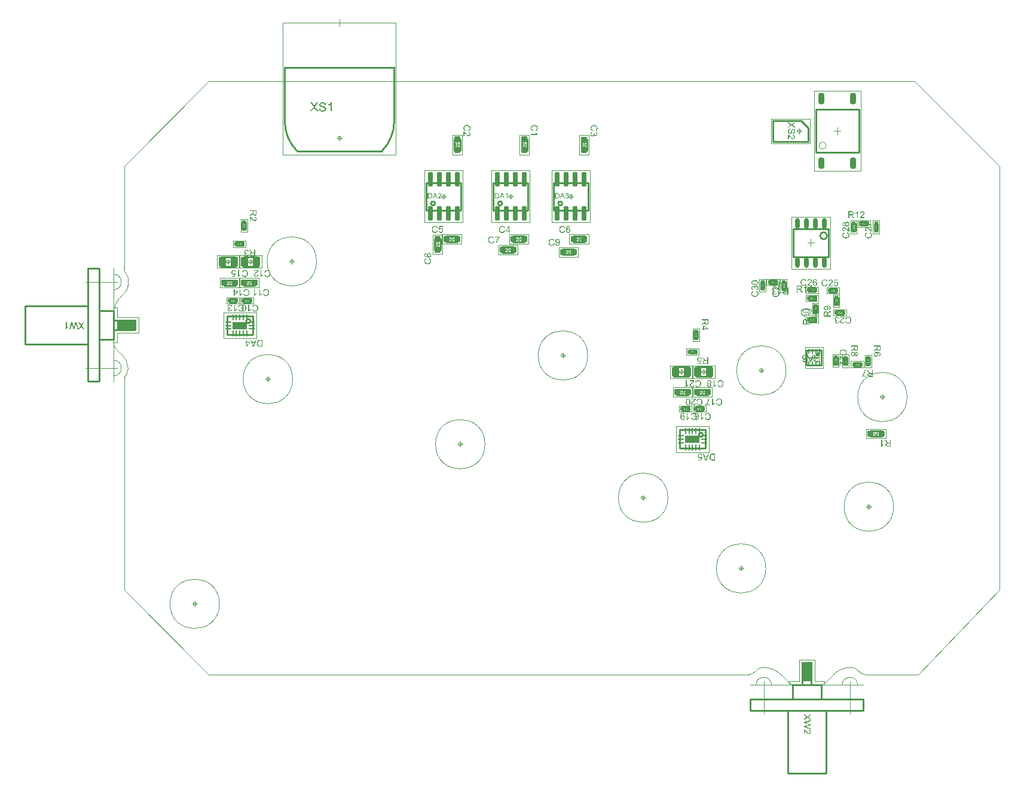
<source format=gtp>
G04*
G04 #@! TF.GenerationSoftware,Altium Limited,Altium Designer,21.4.1 (30)*
G04*
G04 Layer_Color=8421504*
%FSAX44Y44*%
%MOMM*%
G71*
G04*
G04 #@! TF.SameCoordinates,C65EE9AA-DAF9-495F-8E32-67F2E65A80B1*
G04*
G04*
G04 #@! TF.FilePolarity,Positive*
G04*
G01*
G75*
%ADD11C,0.2500*%
%ADD13C,0.1000*%
%ADD16C,0.0500*%
%ADD17R,1.6000X2.8000*%
%ADD18R,2.8000X1.6000*%
%ADD19O,0.9000X1.7000*%
G04:AMPARAMS|DCode=20|XSize=0.58mm|YSize=0.58mm|CornerRadius=0.1508mm|HoleSize=0mm|Usage=FLASHONLY|Rotation=180.000|XOffset=0mm|YOffset=0mm|HoleType=Round|Shape=RoundedRectangle|*
%AMROUNDEDRECTD20*
21,1,0.5800,0.2784,0,0,180.0*
21,1,0.2784,0.5800,0,0,180.0*
1,1,0.3016,-0.1392,0.1392*
1,1,0.3016,0.1392,0.1392*
1,1,0.3016,0.1392,-0.1392*
1,1,0.3016,-0.1392,-0.1392*
%
%ADD20ROUNDEDRECTD20*%
G04:AMPARAMS|DCode=21|XSize=0.58mm|YSize=0.58mm|CornerRadius=0.1508mm|HoleSize=0mm|Usage=FLASHONLY|Rotation=90.000|XOffset=0mm|YOffset=0mm|HoleType=Round|Shape=RoundedRectangle|*
%AMROUNDEDRECTD21*
21,1,0.5800,0.2784,0,0,90.0*
21,1,0.2784,0.5800,0,0,90.0*
1,1,0.3016,0.1392,0.1392*
1,1,0.3016,0.1392,-0.1392*
1,1,0.3016,-0.1392,-0.1392*
1,1,0.3016,-0.1392,0.1392*
%
%ADD21ROUNDEDRECTD21*%
G04:AMPARAMS|DCode=22|XSize=0.79mm|YSize=0.93mm|CornerRadius=0.2015mm|HoleSize=0mm|Usage=FLASHONLY|Rotation=180.000|XOffset=0mm|YOffset=0mm|HoleType=Round|Shape=RoundedRectangle|*
%AMROUNDEDRECTD22*
21,1,0.7900,0.5271,0,0,180.0*
21,1,0.3871,0.9300,0,0,180.0*
1,1,0.4029,-0.1936,0.2636*
1,1,0.4029,0.1936,0.2636*
1,1,0.4029,0.1936,-0.2636*
1,1,0.4029,-0.1936,-0.2636*
%
%ADD22ROUNDEDRECTD22*%
%ADD23O,0.6000X1.5500*%
%ADD24R,0.2500X0.8000*%
%ADD25R,0.2500X0.7000*%
%ADD26R,1.6000X0.2500*%
%ADD27O,0.2500X0.8500*%
%ADD28O,0.8500X0.2500*%
%ADD29R,2.0000X1.0000*%
G04:AMPARAMS|DCode=30|XSize=2.07mm|YSize=0.66mm|CornerRadius=0.1716mm|HoleSize=0mm|Usage=FLASHONLY|Rotation=270.000|XOffset=0mm|YOffset=0mm|HoleType=Round|Shape=RoundedRectangle|*
%AMROUNDEDRECTD30*
21,1,2.0700,0.3168,0,0,270.0*
21,1,1.7268,0.6600,0,0,270.0*
1,1,0.3432,-0.1584,-0.8634*
1,1,0.3432,-0.1584,0.8634*
1,1,0.3432,0.1584,0.8634*
1,1,0.3432,0.1584,-0.8634*
%
%ADD30ROUNDEDRECTD30*%
G04:AMPARAMS|DCode=31|XSize=0.53mm|YSize=0.58mm|CornerRadius=0.1299mm|HoleSize=0mm|Usage=FLASHONLY|Rotation=270.000|XOffset=0mm|YOffset=0mm|HoleType=Round|Shape=RoundedRectangle|*
%AMROUNDEDRECTD31*
21,1,0.5300,0.3203,0,0,270.0*
21,1,0.2703,0.5800,0,0,270.0*
1,1,0.2597,-0.1602,-0.1352*
1,1,0.2597,-0.1602,0.1352*
1,1,0.2597,0.1602,0.1352*
1,1,0.2597,0.1602,-0.1352*
%
%ADD31ROUNDEDRECTD31*%
G04:AMPARAMS|DCode=32|XSize=0.53mm|YSize=0.58mm|CornerRadius=0.1299mm|HoleSize=0mm|Usage=FLASHONLY|Rotation=180.000|XOffset=0mm|YOffset=0mm|HoleType=Round|Shape=RoundedRectangle|*
%AMROUNDEDRECTD32*
21,1,0.5300,0.3203,0,0,180.0*
21,1,0.2703,0.5800,0,0,180.0*
1,1,0.2597,-0.1352,0.1602*
1,1,0.2597,0.1352,0.1602*
1,1,0.2597,0.1352,-0.1602*
1,1,0.2597,-0.1352,-0.1602*
%
%ADD32ROUNDEDRECTD32*%
G04:AMPARAMS|DCode=33|XSize=1.05mm|YSize=1.38mm|CornerRadius=0.252mm|HoleSize=0mm|Usage=FLASHONLY|Rotation=180.000|XOffset=0mm|YOffset=0mm|HoleType=Round|Shape=RoundedRectangle|*
%AMROUNDEDRECTD33*
21,1,1.0500,0.8760,0,0,180.0*
21,1,0.5460,1.3800,0,0,180.0*
1,1,0.5040,-0.2730,0.4380*
1,1,0.5040,0.2730,0.4380*
1,1,0.5040,0.2730,-0.4380*
1,1,0.5040,-0.2730,-0.4380*
%
%ADD33ROUNDEDRECTD33*%
G04:AMPARAMS|DCode=34|XSize=0.82mm|YSize=0.93mm|CornerRadius=0.2091mm|HoleSize=0mm|Usage=FLASHONLY|Rotation=180.000|XOffset=0mm|YOffset=0mm|HoleType=Round|Shape=RoundedRectangle|*
%AMROUNDEDRECTD34*
21,1,0.8200,0.5118,0,0,180.0*
21,1,0.4018,0.9300,0,0,180.0*
1,1,0.4182,-0.2009,0.2559*
1,1,0.4182,0.2009,0.2559*
1,1,0.4182,0.2009,-0.2559*
1,1,0.4182,-0.2009,-0.2559*
%
%ADD34ROUNDEDRECTD34*%
G04:AMPARAMS|DCode=35|XSize=0.82mm|YSize=0.93mm|CornerRadius=0.2091mm|HoleSize=0mm|Usage=FLASHONLY|Rotation=90.000|XOffset=0mm|YOffset=0mm|HoleType=Round|Shape=RoundedRectangle|*
%AMROUNDEDRECTD35*
21,1,0.8200,0.5118,0,0,90.0*
21,1,0.4018,0.9300,0,0,90.0*
1,1,0.4182,0.2559,0.2009*
1,1,0.4182,0.2559,-0.2009*
1,1,0.4182,-0.2559,-0.2009*
1,1,0.4182,-0.2559,0.2009*
%
%ADD35ROUNDEDRECTD35*%
G36*
X01522965Y00145297D02*
X01527597Y00148570D01*
Y00147058D01*
X01525128Y00145311D01*
X01525114D01*
X01525101Y00145283D01*
X01525059Y00145255D01*
X01525004Y00145214D01*
X01524865Y00145131D01*
X01524698Y00145006D01*
X01524504Y00144881D01*
X01524310Y00144756D01*
X01524130Y00144645D01*
X01523963Y00144548D01*
X01523991Y00144534D01*
X01524047Y00144493D01*
X01524158Y00144423D01*
X01524296Y00144326D01*
X01524449Y00144215D01*
X01524643Y00144077D01*
X01524837Y00143938D01*
X01525045Y00143771D01*
X01527597Y00141858D01*
Y00140471D01*
X01523034Y00143799D01*
X01518000Y00140207D01*
Y00141774D01*
X01521412Y00144201D01*
X01521425Y00144215D01*
X01521467Y00144243D01*
X01521523Y00144271D01*
X01521592Y00144326D01*
X01521786Y00144451D01*
X01521994Y00144590D01*
X01521980Y00144604D01*
X01521925Y00144645D01*
X01521841Y00144701D01*
X01521731Y00144770D01*
X01521509Y00144923D01*
X01521412Y00144992D01*
X01521328Y00145047D01*
X01518000Y00147474D01*
Y00149000D01*
X01522965Y00145297D01*
D02*
G37*
G36*
X01527597Y00138640D02*
X01521301Y00137212D01*
X01521287D01*
X01521259Y00137198D01*
X01521204Y00137184D01*
X01521134Y00137170D01*
X01521037Y00137156D01*
X01520940Y00137128D01*
X01520815Y00137101D01*
X01520677Y00137073D01*
X01520385Y00137004D01*
X01520052Y00136934D01*
X01519692Y00136865D01*
X01519331Y00136796D01*
X01519345D01*
X01519401Y00136782D01*
X01519470Y00136754D01*
X01519581Y00136740D01*
X01519692Y00136713D01*
X01519831Y00136671D01*
X01520136Y00136601D01*
X01520441Y00136518D01*
X01520593Y00136491D01*
X01520732Y00136449D01*
X01520857Y00136421D01*
X01520968Y00136393D01*
X01521051Y00136366D01*
X01521107Y00136352D01*
X01527597Y00134535D01*
Y00132996D01*
X01522729Y00131637D01*
X01522715D01*
X01522646Y00131609D01*
X01522549Y00131581D01*
X01522424Y00131553D01*
X01522258Y00131512D01*
X01522077Y00131456D01*
X01521869Y00131401D01*
X01521633Y00131345D01*
X01521370Y00131276D01*
X01521107Y00131221D01*
X01520538Y00131096D01*
X01519942Y00130971D01*
X01519331Y00130874D01*
X01519345D01*
X01519373Y00130860D01*
X01519428D01*
X01519498Y00130832D01*
X01519581Y00130818D01*
X01519678Y00130791D01*
X01519803Y00130777D01*
X01519942Y00130735D01*
X01520247Y00130666D01*
X01520607Y00130583D01*
X01520996Y00130499D01*
X01521425Y00130388D01*
X01527597Y00128891D01*
Y00127601D01*
X01518000Y00130236D01*
Y00131484D01*
X01525309Y00133495D01*
X01525323D01*
X01525350Y00133509D01*
X01525392Y00133523D01*
X01525461Y00133537D01*
X01525614Y00133578D01*
X01525794Y00133620D01*
X01525988Y00133675D01*
X01526169Y00133731D01*
X01526321Y00133772D01*
X01526390Y00133786D01*
X01526432Y00133800D01*
X01526418D01*
X01526404Y00133814D01*
X01526321Y00133828D01*
X01526196Y00133856D01*
X01526044Y00133897D01*
X01525877Y00133939D01*
X01525683Y00133994D01*
X01525489Y00134036D01*
X01525309Y00134091D01*
X01518000Y00136116D01*
Y00137448D01*
X01527597Y00139958D01*
Y00138640D01*
D02*
G37*
G36*
X01518264Y00127046D02*
X01518388Y00127032D01*
X01518527Y00127005D01*
X01518666Y00126977D01*
X01518818Y00126921D01*
X01518832D01*
X01518846Y00126908D01*
X01518929Y00126880D01*
X01519054Y00126824D01*
X01519220Y00126741D01*
X01519415Y00126630D01*
X01519637Y00126491D01*
X01519858Y00126339D01*
X01520094Y00126145D01*
X01520108D01*
X01520122Y00126117D01*
X01520205Y00126048D01*
X01520330Y00125923D01*
X01520510Y00125743D01*
X01520718Y00125534D01*
X01520968Y00125271D01*
X01521245Y00124952D01*
X01521536Y00124605D01*
X01521550Y00124592D01*
X01521592Y00124536D01*
X01521661Y00124453D01*
X01521745Y00124356D01*
X01521855Y00124231D01*
X01521980Y00124078D01*
X01522119Y00123926D01*
X01522272Y00123745D01*
X01522604Y00123399D01*
X01522937Y00123052D01*
X01523104Y00122886D01*
X01523270Y00122733D01*
X01523423Y00122594D01*
X01523575Y00122484D01*
X01523589D01*
X01523603Y00122456D01*
X01523644Y00122428D01*
X01523700Y00122400D01*
X01523853Y00122303D01*
X01524033Y00122192D01*
X01524255Y00122095D01*
X01524490Y00121998D01*
X01524754Y00121943D01*
X01525004Y00121915D01*
X01525017D01*
X01525031D01*
X01525114Y00121929D01*
X01525253Y00121943D01*
X01525406Y00121984D01*
X01525600Y00122040D01*
X01525794Y00122137D01*
X01525988Y00122262D01*
X01526182Y00122428D01*
X01526210Y00122456D01*
X01526266Y00122525D01*
X01526335Y00122622D01*
X01526432Y00122775D01*
X01526515Y00122969D01*
X01526598Y00123191D01*
X01526654Y00123454D01*
X01526668Y00123745D01*
Y00123829D01*
X01526654Y00123884D01*
X01526640Y00124051D01*
X01526598Y00124245D01*
X01526543Y00124453D01*
X01526446Y00124689D01*
X01526321Y00124910D01*
X01526155Y00125119D01*
X01526127Y00125146D01*
X01526057Y00125202D01*
X01525947Y00125285D01*
X01525780Y00125368D01*
X01525586Y00125465D01*
X01525336Y00125548D01*
X01525059Y00125604D01*
X01524740Y00125632D01*
X01524865Y00126838D01*
X01524879D01*
X01524920Y00126824D01*
X01524990D01*
X01525087Y00126810D01*
X01525198Y00126783D01*
X01525323Y00126755D01*
X01525475Y00126713D01*
X01525628Y00126672D01*
X01525960Y00126561D01*
X01526293Y00126394D01*
X01526460Y00126297D01*
X01526626Y00126173D01*
X01526779Y00126048D01*
X01526917Y00125909D01*
X01526931Y00125895D01*
X01526945Y00125867D01*
X01526987Y00125826D01*
X01527028Y00125756D01*
X01527084Y00125673D01*
X01527139Y00125576D01*
X01527209Y00125465D01*
X01527278Y00125326D01*
X01527347Y00125174D01*
X01527417Y00125007D01*
X01527472Y00124827D01*
X01527528Y00124633D01*
X01527569Y00124425D01*
X01527611Y00124203D01*
X01527625Y00123967D01*
X01527639Y00123718D01*
Y00123579D01*
X01527625Y00123482D01*
X01527611Y00123371D01*
X01527597Y00123232D01*
X01527569Y00123080D01*
X01527541Y00122927D01*
X01527444Y00122567D01*
X01527306Y00122206D01*
X01527222Y00122026D01*
X01527125Y00121846D01*
X01527001Y00121679D01*
X01526862Y00121527D01*
X01526848Y00121513D01*
X01526834Y00121485D01*
X01526779Y00121457D01*
X01526723Y00121402D01*
X01526654Y00121332D01*
X01526557Y00121263D01*
X01526460Y00121194D01*
X01526335Y00121110D01*
X01526071Y00120972D01*
X01525739Y00120833D01*
X01525572Y00120778D01*
X01525378Y00120750D01*
X01525184Y00120722D01*
X01524976Y00120708D01*
X01524948D01*
X01524879D01*
X01524768Y00120722D01*
X01524615Y00120736D01*
X01524449Y00120764D01*
X01524255Y00120819D01*
X01524047Y00120875D01*
X01523839Y00120958D01*
X01523811Y00120972D01*
X01523741Y00121000D01*
X01523631Y00121055D01*
X01523478Y00121138D01*
X01523312Y00121249D01*
X01523104Y00121388D01*
X01522896Y00121554D01*
X01522660Y00121749D01*
X01522632Y00121776D01*
X01522549Y00121846D01*
X01522480Y00121915D01*
X01522410Y00121984D01*
X01522327Y00122067D01*
X01522216Y00122178D01*
X01522105Y00122289D01*
X01521980Y00122428D01*
X01521841Y00122567D01*
X01521689Y00122733D01*
X01521536Y00122913D01*
X01521356Y00123108D01*
X01521176Y00123329D01*
X01520982Y00123551D01*
X01520968Y00123565D01*
X01520940Y00123593D01*
X01520898Y00123648D01*
X01520843Y00123718D01*
X01520760Y00123801D01*
X01520677Y00123898D01*
X01520496Y00124120D01*
X01520288Y00124356D01*
X01520080Y00124578D01*
X01519900Y00124772D01*
X01519831Y00124855D01*
X01519761Y00124924D01*
X01519747Y00124938D01*
X01519706Y00124980D01*
X01519650Y00125035D01*
X01519567Y00125105D01*
X01519470Y00125174D01*
X01519373Y00125257D01*
X01519137Y00125424D01*
Y00120695D01*
X01518000D01*
Y00127060D01*
X01518014D01*
X01518069D01*
X01518152D01*
X01518264Y00127046D01*
D02*
G37*
G36*
X00495297Y00699035D02*
X00498570Y00694403D01*
X00497058D01*
X00495311Y00696872D01*
Y00696886D01*
X00495283Y00696899D01*
X00495255Y00696941D01*
X00495214Y00696997D01*
X00495131Y00697135D01*
X00495006Y00697302D01*
X00494881Y00697496D01*
X00494756Y00697690D01*
X00494645Y00697870D01*
X00494548Y00698037D01*
X00494534Y00698009D01*
X00494493Y00697953D01*
X00494423Y00697842D01*
X00494326Y00697704D01*
X00494215Y00697551D01*
X00494076Y00697357D01*
X00493938Y00697163D01*
X00493771Y00696955D01*
X00491858Y00694403D01*
X00490471D01*
X00493799Y00698966D01*
X00490207Y00704000D01*
X00491774D01*
X00494201Y00700588D01*
X00494215Y00700574D01*
X00494243Y00700533D01*
X00494271Y00700477D01*
X00494326Y00700408D01*
X00494451Y00700214D01*
X00494590Y00700006D01*
X00494604Y00700020D01*
X00494645Y00700075D01*
X00494701Y00700158D01*
X00494770Y00700269D01*
X00494922Y00700491D01*
X00494992Y00700588D01*
X00495047Y00700672D01*
X00497474Y00704000D01*
X00499000D01*
X00495297Y00699035D01*
D02*
G37*
G36*
X00489958Y00694403D02*
X00488640D01*
X00487212Y00700699D01*
Y00700713D01*
X00487198Y00700741D01*
X00487184Y00700796D01*
X00487170Y00700866D01*
X00487156Y00700963D01*
X00487128Y00701060D01*
X00487101Y00701185D01*
X00487073Y00701323D01*
X00487004Y00701615D01*
X00486934Y00701947D01*
X00486865Y00702308D01*
X00486796Y00702669D01*
Y00702655D01*
X00486782Y00702599D01*
X00486754Y00702530D01*
X00486740Y00702419D01*
X00486712Y00702308D01*
X00486671Y00702169D01*
X00486601Y00701864D01*
X00486518Y00701559D01*
X00486491Y00701407D01*
X00486449Y00701268D01*
X00486421Y00701143D01*
X00486393Y00701032D01*
X00486366Y00700949D01*
X00486352Y00700893D01*
X00484535Y00694403D01*
X00482996D01*
X00481637Y00699271D01*
Y00699285D01*
X00481609Y00699354D01*
X00481581Y00699451D01*
X00481553Y00699576D01*
X00481512Y00699742D01*
X00481456Y00699923D01*
X00481401Y00700131D01*
X00481345Y00700367D01*
X00481276Y00700630D01*
X00481221Y00700893D01*
X00481096Y00701462D01*
X00480971Y00702058D01*
X00480874Y00702669D01*
Y00702655D01*
X00480860Y00702627D01*
Y00702572D01*
X00480832Y00702502D01*
X00480818Y00702419D01*
X00480791Y00702322D01*
X00480777Y00702197D01*
X00480735Y00702058D01*
X00480666Y00701753D01*
X00480583Y00701393D01*
X00480499Y00701004D01*
X00480388Y00700574D01*
X00478891Y00694403D01*
X00477601D01*
X00480236Y00704000D01*
X00481484D01*
X00483495Y00696691D01*
Y00696677D01*
X00483509Y00696650D01*
X00483523Y00696608D01*
X00483536Y00696539D01*
X00483578Y00696386D01*
X00483620Y00696206D01*
X00483675Y00696012D01*
X00483731Y00695832D01*
X00483772Y00695679D01*
X00483786Y00695610D01*
X00483800Y00695568D01*
Y00695582D01*
X00483814Y00695596D01*
X00483828Y00695679D01*
X00483856Y00695804D01*
X00483897Y00695956D01*
X00483939Y00696123D01*
X00483994Y00696317D01*
X00484036Y00696511D01*
X00484091Y00696691D01*
X00486116Y00704000D01*
X00487447D01*
X00489958Y00694403D01*
D02*
G37*
G36*
X00473634Y00696497D02*
X00473648Y00696511D01*
X00473718Y00696567D01*
X00473801Y00696650D01*
X00473940Y00696747D01*
X00474092Y00696872D01*
X00474286Y00697010D01*
X00474508Y00697163D01*
X00474758Y00697315D01*
X00474772D01*
X00474786Y00697329D01*
X00474869Y00697385D01*
X00475008Y00697454D01*
X00475174Y00697537D01*
X00475368Y00697634D01*
X00475576Y00697731D01*
X00475784Y00697829D01*
X00475992Y00697912D01*
Y00696775D01*
X00475978D01*
X00475951Y00696747D01*
X00475895Y00696733D01*
X00475826Y00696691D01*
X00475742Y00696650D01*
X00475645Y00696594D01*
X00475410Y00696456D01*
X00475132Y00696303D01*
X00474855Y00696109D01*
X00474564Y00695887D01*
X00474272Y00695651D01*
X00474259Y00695637D01*
X00474245Y00695623D01*
X00474203Y00695582D01*
X00474148Y00695540D01*
X00474023Y00695402D01*
X00473856Y00695235D01*
X00473690Y00695041D01*
X00473510Y00694819D01*
X00473357Y00694597D01*
X00473218Y00694361D01*
X00472456D01*
Y00704000D01*
X00473634D01*
Y00696497D01*
D02*
G37*
G36*
X01500365Y00984047D02*
X01504997Y00987320D01*
Y00985808D01*
X01502528Y00984061D01*
X01502514D01*
X01502501Y00984033D01*
X01502459Y00984006D01*
X01502404Y00983964D01*
X01502265Y00983881D01*
X01502098Y00983756D01*
X01501904Y00983631D01*
X01501710Y00983506D01*
X01501530Y00983395D01*
X01501363Y00983298D01*
X01501391Y00983284D01*
X01501447Y00983243D01*
X01501558Y00983173D01*
X01501696Y00983076D01*
X01501849Y00982965D01*
X01502043Y00982827D01*
X01502237Y00982688D01*
X01502445Y00982522D01*
X01504997Y00980608D01*
Y00979221D01*
X01500434Y00982549D01*
X01495400Y00978958D01*
Y00980525D01*
X01498812Y00982952D01*
X01498826Y00982965D01*
X01498867Y00982993D01*
X01498923Y00983021D01*
X01498992Y00983076D01*
X01499186Y00983201D01*
X01499394Y00983340D01*
X01499380Y00983354D01*
X01499325Y00983395D01*
X01499242Y00983451D01*
X01499131Y00983520D01*
X01498909Y00983673D01*
X01498812Y00983742D01*
X01498728Y00983798D01*
X01495400Y00986225D01*
Y00987750D01*
X01500365Y00984047D01*
D02*
G37*
G36*
X01498590Y00977057D02*
X01498576D01*
X01498562D01*
X01498520Y00977044D01*
X01498465D01*
X01498340Y00977016D01*
X01498160Y00976974D01*
X01497979Y00976919D01*
X01497771Y00976863D01*
X01497577Y00976766D01*
X01497397Y00976669D01*
X01497383Y00976655D01*
X01497328Y00976614D01*
X01497231Y00976544D01*
X01497134Y00976433D01*
X01497009Y00976295D01*
X01496884Y00976142D01*
X01496759Y00975934D01*
X01496648Y00975712D01*
Y00975698D01*
X01496634Y00975685D01*
X01496620Y00975643D01*
X01496607Y00975601D01*
X01496565Y00975463D01*
X01496510Y00975282D01*
X01496454Y00975060D01*
X01496412Y00974811D01*
X01496385Y00974533D01*
X01496371Y00974228D01*
Y00974103D01*
X01496385Y00973965D01*
X01496398Y00973798D01*
X01496426Y00973604D01*
X01496454Y00973382D01*
X01496510Y00973160D01*
X01496579Y00972952D01*
X01496593Y00972925D01*
X01496620Y00972855D01*
X01496676Y00972758D01*
X01496731Y00972634D01*
X01496828Y00972509D01*
X01496926Y00972370D01*
X01497036Y00972231D01*
X01497175Y00972120D01*
X01497189Y00972106D01*
X01497245Y00972079D01*
X01497314Y00972037D01*
X01497425Y00971982D01*
X01497536Y00971926D01*
X01497674Y00971885D01*
X01497827Y00971857D01*
X01497993Y00971843D01*
X01498007D01*
X01498077D01*
X01498160Y00971857D01*
X01498271Y00971871D01*
X01498382Y00971912D01*
X01498520Y00971954D01*
X01498659Y00972023D01*
X01498784Y00972120D01*
X01498798Y00972134D01*
X01498839Y00972176D01*
X01498895Y00972231D01*
X01498978Y00972328D01*
X01499061Y00972439D01*
X01499158Y00972592D01*
X01499255Y00972772D01*
X01499339Y00972980D01*
X01499353Y00972994D01*
X01499366Y00973063D01*
X01499408Y00973174D01*
X01499422Y00973244D01*
X01499450Y00973341D01*
X01499491Y00973438D01*
X01499519Y00973563D01*
X01499561Y00973701D01*
X01499602Y00973868D01*
X01499644Y00974034D01*
X01499699Y00974228D01*
X01499755Y00974450D01*
X01499810Y00974686D01*
Y00974700D01*
X01499824Y00974742D01*
X01499838Y00974811D01*
X01499866Y00974894D01*
X01499893Y00975005D01*
X01499921Y00975130D01*
X01500004Y00975407D01*
X01500101Y00975712D01*
X01500199Y00976031D01*
X01500296Y00976309D01*
X01500351Y00976433D01*
X01500406Y00976544D01*
Y00976558D01*
X01500420Y00976572D01*
X01500476Y00976655D01*
X01500545Y00976780D01*
X01500656Y00976919D01*
X01500781Y00977085D01*
X01500934Y00977252D01*
X01501114Y00977418D01*
X01501308Y00977557D01*
X01501336Y00977571D01*
X01501405Y00977612D01*
X01501516Y00977668D01*
X01501655Y00977723D01*
X01501835Y00977779D01*
X01502043Y00977834D01*
X01502265Y00977876D01*
X01502501Y00977890D01*
X01502514D01*
X01502528D01*
X01502570D01*
X01502625D01*
X01502764Y00977862D01*
X01502944Y00977834D01*
X01503152Y00977793D01*
X01503388Y00977723D01*
X01503624Y00977626D01*
X01503860Y00977487D01*
X01503874D01*
X01503887Y00977474D01*
X01503971Y00977404D01*
X01504082Y00977307D01*
X01504220Y00977182D01*
X01504373Y00977016D01*
X01504539Y00976808D01*
X01504692Y00976558D01*
X01504830Y00976281D01*
Y00976267D01*
X01504844Y00976239D01*
X01504858Y00976198D01*
X01504886Y00976142D01*
X01504914Y00976073D01*
X01504942Y00975976D01*
X01504997Y00975768D01*
X01505052Y00975504D01*
X01505108Y00975199D01*
X01505150Y00974880D01*
X01505163Y00974520D01*
Y00974339D01*
X01505150Y00974242D01*
Y00974145D01*
X01505122Y00973882D01*
X01505080Y00973590D01*
X01505011Y00973285D01*
X01504928Y00972952D01*
X01504817Y00972647D01*
Y00972634D01*
X01504803Y00972606D01*
X01504775Y00972564D01*
X01504747Y00972509D01*
X01504678Y00972370D01*
X01504553Y00972190D01*
X01504415Y00971982D01*
X01504234Y00971774D01*
X01504026Y00971580D01*
X01503790Y00971399D01*
X01503777D01*
X01503763Y00971385D01*
X01503721Y00971358D01*
X01503679Y00971330D01*
X01503541Y00971261D01*
X01503360Y00971177D01*
X01503139Y00971080D01*
X01502875Y00971011D01*
X01502598Y00970941D01*
X01502293Y00970914D01*
X01502195Y00972134D01*
X01502209D01*
X01502237D01*
X01502279Y00972148D01*
X01502348Y00972162D01*
X01502501Y00972204D01*
X01502709Y00972259D01*
X01502930Y00972342D01*
X01503152Y00972467D01*
X01503360Y00972620D01*
X01503555Y00972814D01*
X01503569Y00972841D01*
X01503624Y00972911D01*
X01503707Y00973049D01*
X01503790Y00973230D01*
X01503874Y00973466D01*
X01503957Y00973743D01*
X01504012Y00974090D01*
X01504026Y00974478D01*
Y00974672D01*
X01504012Y00974755D01*
X01503998Y00974866D01*
X01503971Y00975116D01*
X01503915Y00975393D01*
X01503846Y00975671D01*
X01503735Y00975934D01*
X01503666Y00976045D01*
X01503596Y00976156D01*
X01503582Y00976184D01*
X01503527Y00976239D01*
X01503430Y00976322D01*
X01503319Y00976406D01*
X01503166Y00976503D01*
X01503000Y00976586D01*
X01502806Y00976641D01*
X01502584Y00976669D01*
X01502556D01*
X01502501D01*
X01502404Y00976655D01*
X01502293Y00976628D01*
X01502154Y00976586D01*
X01502015Y00976517D01*
X01501877Y00976433D01*
X01501738Y00976309D01*
X01501724Y00976295D01*
X01501682Y00976225D01*
X01501641Y00976170D01*
X01501613Y00976114D01*
X01501571Y00976031D01*
X01501516Y00975934D01*
X01501474Y00975809D01*
X01501419Y00975671D01*
X01501363Y00975518D01*
X01501294Y00975338D01*
X01501239Y00975144D01*
X01501169Y00974922D01*
X01501114Y00974672D01*
X01501044Y00974395D01*
Y00974381D01*
X01501031Y00974325D01*
X01501017Y00974242D01*
X01500989Y00974145D01*
X01500961Y00974020D01*
X01500920Y00973868D01*
X01500878Y00973715D01*
X01500836Y00973549D01*
X01500739Y00973188D01*
X01500642Y00972841D01*
X01500587Y00972675D01*
X01500531Y00972523D01*
X01500490Y00972384D01*
X01500434Y00972273D01*
Y00972259D01*
X01500420Y00972231D01*
X01500393Y00972190D01*
X01500365Y00972134D01*
X01500282Y00971982D01*
X01500171Y00971801D01*
X01500018Y00971593D01*
X01499852Y00971385D01*
X01499658Y00971191D01*
X01499450Y00971025D01*
X01499422Y00971011D01*
X01499353Y00970955D01*
X01499228Y00970900D01*
X01499061Y00970817D01*
X01498867Y00970747D01*
X01498631Y00970678D01*
X01498368Y00970636D01*
X01498091Y00970622D01*
X01498077D01*
X01498063D01*
X01498021D01*
X01497966D01*
X01497813Y00970650D01*
X01497619Y00970678D01*
X01497397Y00970733D01*
X01497161Y00970803D01*
X01496912Y00970914D01*
X01496648Y00971066D01*
X01496634D01*
X01496620Y00971080D01*
X01496537Y00971150D01*
X01496412Y00971247D01*
X01496274Y00971385D01*
X01496107Y00971566D01*
X01495927Y00971787D01*
X01495761Y00972037D01*
X01495608Y00972328D01*
Y00972342D01*
X01495594Y00972370D01*
X01495580Y00972412D01*
X01495553Y00972467D01*
X01495525Y00972550D01*
X01495483Y00972647D01*
X01495428Y00972869D01*
X01495358Y00973133D01*
X01495289Y00973452D01*
X01495247Y00973798D01*
X01495234Y00974173D01*
Y00974395D01*
X01495247Y00974506D01*
Y00974631D01*
X01495261Y00974769D01*
X01495275Y00974936D01*
X01495331Y00975282D01*
X01495386Y00975643D01*
X01495483Y00976003D01*
X01495608Y00976350D01*
Y00976364D01*
X01495622Y00976392D01*
X01495650Y00976433D01*
X01495677Y00976489D01*
X01495761Y00976655D01*
X01495885Y00976850D01*
X01496052Y00977071D01*
X01496246Y00977307D01*
X01496482Y00977529D01*
X01496745Y00977737D01*
X01496759D01*
X01496787Y00977765D01*
X01496828Y00977779D01*
X01496884Y00977820D01*
X01496953Y00977848D01*
X01497036Y00977890D01*
X01497245Y00977987D01*
X01497508Y00978084D01*
X01497799Y00978167D01*
X01498132Y00978222D01*
X01498479Y00978250D01*
X01498590Y00977057D01*
D02*
G37*
G36*
X01495663Y00969513D02*
X01495788Y00969499D01*
X01495927Y00969472D01*
X01496066Y00969444D01*
X01496218Y00969388D01*
X01496232D01*
X01496246Y00969374D01*
X01496329Y00969347D01*
X01496454Y00969291D01*
X01496620Y00969208D01*
X01496815Y00969097D01*
X01497036Y00968958D01*
X01497258Y00968806D01*
X01497494Y00968612D01*
X01497508D01*
X01497522Y00968584D01*
X01497605Y00968514D01*
X01497730Y00968390D01*
X01497910Y00968209D01*
X01498118Y00968001D01*
X01498368Y00967738D01*
X01498645Y00967419D01*
X01498936Y00967072D01*
X01498950Y00967058D01*
X01498992Y00967003D01*
X01499061Y00966920D01*
X01499144Y00966823D01*
X01499255Y00966698D01*
X01499380Y00966545D01*
X01499519Y00966393D01*
X01499671Y00966212D01*
X01500004Y00965866D01*
X01500337Y00965519D01*
X01500504Y00965353D01*
X01500670Y00965200D01*
X01500823Y00965061D01*
X01500975Y00964950D01*
X01500989D01*
X01501003Y00964923D01*
X01501044Y00964895D01*
X01501100Y00964867D01*
X01501252Y00964770D01*
X01501433Y00964659D01*
X01501655Y00964562D01*
X01501890Y00964465D01*
X01502154Y00964409D01*
X01502404Y00964382D01*
X01502417D01*
X01502431D01*
X01502514Y00964396D01*
X01502653Y00964409D01*
X01502806Y00964451D01*
X01503000Y00964507D01*
X01503194Y00964604D01*
X01503388Y00964728D01*
X01503582Y00964895D01*
X01503610Y00964923D01*
X01503666Y00964992D01*
X01503735Y00965089D01*
X01503832Y00965242D01*
X01503915Y00965436D01*
X01503998Y00965658D01*
X01504054Y00965921D01*
X01504068Y00966212D01*
Y00966296D01*
X01504054Y00966351D01*
X01504040Y00966517D01*
X01503998Y00966712D01*
X01503943Y00966920D01*
X01503846Y00967155D01*
X01503721Y00967377D01*
X01503555Y00967585D01*
X01503527Y00967613D01*
X01503457Y00967669D01*
X01503347Y00967752D01*
X01503180Y00967835D01*
X01502986Y00967932D01*
X01502736Y00968015D01*
X01502459Y00968071D01*
X01502140Y00968099D01*
X01502265Y00969305D01*
X01502279D01*
X01502320Y00969291D01*
X01502390D01*
X01502487Y00969277D01*
X01502598Y00969250D01*
X01502722Y00969222D01*
X01502875Y00969180D01*
X01503028Y00969139D01*
X01503360Y00969028D01*
X01503693Y00968861D01*
X01503860Y00968764D01*
X01504026Y00968639D01*
X01504179Y00968514D01*
X01504317Y00968376D01*
X01504331Y00968362D01*
X01504345Y00968334D01*
X01504387Y00968293D01*
X01504428Y00968223D01*
X01504484Y00968140D01*
X01504539Y00968043D01*
X01504609Y00967932D01*
X01504678Y00967793D01*
X01504747Y00967641D01*
X01504817Y00967474D01*
X01504872Y00967294D01*
X01504928Y00967100D01*
X01504969Y00966892D01*
X01505011Y00966670D01*
X01505025Y00966434D01*
X01505038Y00966185D01*
Y00966046D01*
X01505025Y00965949D01*
X01505011Y00965838D01*
X01504997Y00965699D01*
X01504969Y00965547D01*
X01504942Y00965394D01*
X01504844Y00965034D01*
X01504706Y00964673D01*
X01504622Y00964493D01*
X01504525Y00964312D01*
X01504401Y00964146D01*
X01504262Y00963993D01*
X01504248Y00963980D01*
X01504234Y00963952D01*
X01504179Y00963924D01*
X01504123Y00963869D01*
X01504054Y00963799D01*
X01503957Y00963730D01*
X01503860Y00963661D01*
X01503735Y00963577D01*
X01503471Y00963439D01*
X01503139Y00963300D01*
X01502972Y00963245D01*
X01502778Y00963217D01*
X01502584Y00963189D01*
X01502376Y00963175D01*
X01502348D01*
X01502279D01*
X01502168Y00963189D01*
X01502015Y00963203D01*
X01501849Y00963231D01*
X01501655Y00963286D01*
X01501447Y00963342D01*
X01501239Y00963425D01*
X01501211Y00963439D01*
X01501142Y00963466D01*
X01501031Y00963522D01*
X01500878Y00963605D01*
X01500712Y00963716D01*
X01500504Y00963855D01*
X01500296Y00964021D01*
X01500060Y00964215D01*
X01500032Y00964243D01*
X01499949Y00964312D01*
X01499879Y00964382D01*
X01499810Y00964451D01*
X01499727Y00964534D01*
X01499616Y00964645D01*
X01499505Y00964756D01*
X01499380Y00964895D01*
X01499242Y00965034D01*
X01499089Y00965200D01*
X01498936Y00965380D01*
X01498756Y00965574D01*
X01498576Y00965796D01*
X01498382Y00966018D01*
X01498368Y00966032D01*
X01498340Y00966060D01*
X01498298Y00966115D01*
X01498243Y00966185D01*
X01498160Y00966268D01*
X01498077Y00966365D01*
X01497896Y00966587D01*
X01497688Y00966823D01*
X01497480Y00967045D01*
X01497300Y00967239D01*
X01497231Y00967322D01*
X01497161Y00967391D01*
X01497147Y00967405D01*
X01497106Y00967447D01*
X01497050Y00967502D01*
X01496967Y00967571D01*
X01496870Y00967641D01*
X01496773Y00967724D01*
X01496537Y00967890D01*
Y00963161D01*
X01495400D01*
Y00969527D01*
X01495414D01*
X01495469D01*
X01495553D01*
X01495663Y00969513D01*
D02*
G37*
G36*
X00836374Y01015631D02*
X00836503D01*
X00836855Y01015594D01*
X00837244Y01015538D01*
X00837651Y01015446D01*
X00838095Y01015335D01*
X00838503Y01015187D01*
X00838521D01*
X00838558Y01015168D01*
X00838614Y01015131D01*
X00838688Y01015094D01*
X00838873Y01015002D01*
X00839114Y01014835D01*
X00839392Y01014650D01*
X00839669Y01014409D01*
X00839929Y01014131D01*
X00840169Y01013817D01*
Y01013798D01*
X00840188Y01013780D01*
X00840225Y01013724D01*
X00840262Y01013668D01*
X00840355Y01013483D01*
X00840466Y01013242D01*
X00840595Y01012946D01*
X00840688Y01012594D01*
X00840780Y01012224D01*
X00840817Y01011817D01*
X00839188Y01011687D01*
Y01011706D01*
Y01011743D01*
X00839169Y01011798D01*
X00839151Y01011891D01*
X00839095Y01012094D01*
X00839021Y01012372D01*
X00838910Y01012669D01*
X00838744Y01012965D01*
X00838540Y01013242D01*
X00838281Y01013502D01*
X00838244Y01013520D01*
X00838151Y01013594D01*
X00837966Y01013705D01*
X00837725Y01013817D01*
X00837410Y01013928D01*
X00837040Y01014039D01*
X00836577Y01014113D01*
X00836059Y01014131D01*
X00835799D01*
X00835688Y01014113D01*
X00835540Y01014094D01*
X00835207Y01014057D01*
X00834837Y01013983D01*
X00834466Y01013891D01*
X00834115Y01013742D01*
X00833966Y01013650D01*
X00833818Y01013557D01*
X00833781Y01013539D01*
X00833707Y01013465D01*
X00833596Y01013335D01*
X00833485Y01013187D01*
X00833355Y01012983D01*
X00833244Y01012761D01*
X00833170Y01012502D01*
X00833133Y01012206D01*
Y01012169D01*
Y01012094D01*
X00833152Y01011965D01*
X00833189Y01011817D01*
X00833244Y01011631D01*
X00833337Y01011446D01*
X00833448Y01011261D01*
X00833615Y01011076D01*
X00833633Y01011058D01*
X00833726Y01011002D01*
X00833800Y01010946D01*
X00833874Y01010909D01*
X00833985Y01010854D01*
X00834115Y01010780D01*
X00834281Y01010724D01*
X00834466Y01010650D01*
X00834670Y01010576D01*
X00834911Y01010483D01*
X00835170Y01010409D01*
X00835466Y01010317D01*
X00835799Y01010243D01*
X00836170Y01010150D01*
X00836188D01*
X00836262Y01010132D01*
X00836374Y01010113D01*
X00836503Y01010076D01*
X00836670Y01010039D01*
X00836873Y01009984D01*
X00837077Y01009928D01*
X00837299Y01009873D01*
X00837781Y01009743D01*
X00838244Y01009613D01*
X00838466Y01009539D01*
X00838670Y01009465D01*
X00838855Y01009409D01*
X00839003Y01009335D01*
X00839021D01*
X00839058Y01009317D01*
X00839114Y01009280D01*
X00839188Y01009243D01*
X00839392Y01009132D01*
X00839632Y01008984D01*
X00839910Y01008780D01*
X00840188Y01008558D01*
X00840447Y01008298D01*
X00840669Y01008021D01*
X00840688Y01007984D01*
X00840762Y01007891D01*
X00840836Y01007725D01*
X00840947Y01007502D01*
X00841040Y01007243D01*
X00841132Y01006928D01*
X00841188Y01006577D01*
X00841206Y01006206D01*
Y01006188D01*
Y01006169D01*
Y01006114D01*
Y01006040D01*
X00841169Y01005836D01*
X00841132Y01005577D01*
X00841058Y01005280D01*
X00840966Y01004966D01*
X00840817Y01004632D01*
X00840614Y01004280D01*
Y01004262D01*
X00840595Y01004243D01*
X00840503Y01004132D01*
X00840373Y01003966D01*
X00840188Y01003781D01*
X00839947Y01003558D01*
X00839651Y01003318D01*
X00839318Y01003095D01*
X00838929Y01002892D01*
X00838910D01*
X00838873Y01002873D01*
X00838818Y01002855D01*
X00838744Y01002818D01*
X00838633Y01002781D01*
X00838503Y01002725D01*
X00838207Y01002651D01*
X00837855Y01002558D01*
X00837429Y01002466D01*
X00836966Y01002410D01*
X00836466Y01002392D01*
X00836170D01*
X00836022Y01002410D01*
X00835855D01*
X00835670Y01002429D01*
X00835448Y01002447D01*
X00834985Y01002521D01*
X00834503Y01002595D01*
X00834022Y01002725D01*
X00833559Y01002892D01*
X00833540D01*
X00833503Y01002910D01*
X00833448Y01002947D01*
X00833374Y01002984D01*
X00833152Y01003095D01*
X00832892Y01003262D01*
X00832596Y01003484D01*
X00832281Y01003744D01*
X00831985Y01004058D01*
X00831707Y01004410D01*
Y01004429D01*
X00831670Y01004466D01*
X00831652Y01004521D01*
X00831596Y01004595D01*
X00831559Y01004688D01*
X00831504Y01004799D01*
X00831374Y01005077D01*
X00831244Y01005428D01*
X00831133Y01005817D01*
X00831059Y01006262D01*
X00831022Y01006725D01*
X00832615Y01006873D01*
Y01006854D01*
Y01006836D01*
X00832633Y01006780D01*
Y01006706D01*
X00832670Y01006540D01*
X00832726Y01006299D01*
X00832800Y01006058D01*
X00832874Y01005780D01*
X00833003Y01005521D01*
X00833133Y01005280D01*
X00833152Y01005262D01*
X00833207Y01005188D01*
X00833300Y01005058D01*
X00833448Y01004929D01*
X00833633Y01004762D01*
X00833837Y01004595D01*
X00834115Y01004429D01*
X00834411Y01004280D01*
X00834429D01*
X00834448Y01004262D01*
X00834503Y01004243D01*
X00834559Y01004225D01*
X00834744Y01004169D01*
X00834985Y01004095D01*
X00835281Y01004021D01*
X00835614Y01003966D01*
X00835985Y01003929D01*
X00836392Y01003910D01*
X00836559D01*
X00836744Y01003929D01*
X00836966Y01003947D01*
X00837225Y01003984D01*
X00837522Y01004021D01*
X00837818Y01004095D01*
X00838095Y01004188D01*
X00838133Y01004206D01*
X00838225Y01004243D01*
X00838355Y01004317D01*
X00838521Y01004391D01*
X00838688Y01004521D01*
X00838873Y01004651D01*
X00839058Y01004799D01*
X00839206Y01004984D01*
X00839225Y01005003D01*
X00839262Y01005077D01*
X00839318Y01005169D01*
X00839392Y01005317D01*
X00839466Y01005465D01*
X00839521Y01005651D01*
X00839558Y01005854D01*
X00839577Y01006077D01*
Y01006095D01*
Y01006188D01*
X00839558Y01006299D01*
X00839540Y01006447D01*
X00839484Y01006595D01*
X00839429Y01006780D01*
X00839336Y01006965D01*
X00839206Y01007132D01*
X00839188Y01007150D01*
X00839133Y01007206D01*
X00839058Y01007280D01*
X00838929Y01007391D01*
X00838781Y01007502D01*
X00838577Y01007632D01*
X00838336Y01007762D01*
X00838058Y01007873D01*
X00838040Y01007891D01*
X00837947Y01007910D01*
X00837799Y01007965D01*
X00837707Y01007984D01*
X00837577Y01008021D01*
X00837447Y01008076D01*
X00837281Y01008113D01*
X00837096Y01008169D01*
X00836873Y01008224D01*
X00836651Y01008280D01*
X00836392Y01008354D01*
X00836096Y01008428D01*
X00835781Y01008502D01*
X00835762D01*
X00835707Y01008521D01*
X00835614Y01008539D01*
X00835503Y01008576D01*
X00835355Y01008613D01*
X00835188Y01008650D01*
X00834818Y01008762D01*
X00834411Y01008891D01*
X00833985Y01009021D01*
X00833615Y01009150D01*
X00833448Y01009224D01*
X00833300Y01009298D01*
X00833281D01*
X00833263Y01009317D01*
X00833152Y01009391D01*
X00832985Y01009484D01*
X00832800Y01009632D01*
X00832578Y01009798D01*
X00832355Y01010002D01*
X00832133Y01010243D01*
X00831948Y01010502D01*
X00831929Y01010539D01*
X00831874Y01010632D01*
X00831800Y01010780D01*
X00831726Y01010965D01*
X00831652Y01011206D01*
X00831578Y01011483D01*
X00831522Y01011780D01*
X00831504Y01012094D01*
Y01012113D01*
Y01012132D01*
Y01012187D01*
Y01012261D01*
X00831541Y01012446D01*
X00831578Y01012687D01*
X00831633Y01012965D01*
X00831726Y01013279D01*
X00831855Y01013594D01*
X00832041Y01013909D01*
Y01013928D01*
X00832059Y01013946D01*
X00832152Y01014057D01*
X00832281Y01014205D01*
X00832448Y01014390D01*
X00832670Y01014594D01*
X00832948Y01014816D01*
X00833281Y01015020D01*
X00833652Y01015205D01*
X00833670D01*
X00833707Y01015224D01*
X00833763Y01015242D01*
X00833837Y01015279D01*
X00833929Y01015316D01*
X00834059Y01015353D01*
X00834337Y01015427D01*
X00834688Y01015501D01*
X00835096Y01015576D01*
X00835522Y01015631D01*
X00836003Y01015650D01*
X00836244D01*
X00836374Y01015631D01*
D02*
G37*
G36*
X00825282Y01009335D02*
X00830078Y01002614D01*
X00827986D01*
X00824745Y01007169D01*
X00824726Y01007188D01*
X00824689Y01007243D01*
X00824652Y01007317D01*
X00824578Y01007410D01*
X00824412Y01007669D01*
X00824227Y01007947D01*
X00824208Y01007928D01*
X00824153Y01007854D01*
X00824079Y01007743D01*
X00823986Y01007595D01*
X00823782Y01007299D01*
X00823690Y01007169D01*
X00823615Y01007058D01*
X00820375Y01002614D01*
X00818338D01*
X00823282Y01009243D01*
X00818912Y01015427D01*
X00820931D01*
X00823264Y01012132D01*
Y01012113D01*
X00823301Y01012094D01*
X00823338Y01012039D01*
X00823393Y01011965D01*
X00823504Y01011780D01*
X00823671Y01011557D01*
X00823838Y01011298D01*
X00824004Y01011039D01*
X00824153Y01010798D01*
X00824282Y01010576D01*
X00824301Y01010613D01*
X00824356Y01010687D01*
X00824449Y01010835D01*
X00824578Y01011021D01*
X00824726Y01011224D01*
X00824912Y01011483D01*
X00825097Y01011743D01*
X00825319Y01012020D01*
X00827874Y01015427D01*
X00829726D01*
X00825282Y01009335D01*
D02*
G37*
G36*
X00848817Y01002614D02*
X00847243D01*
Y01012631D01*
X00847224Y01012613D01*
X00847132Y01012539D01*
X00847020Y01012428D01*
X00846835Y01012298D01*
X00846632Y01012132D01*
X00846372Y01011946D01*
X00846076Y01011743D01*
X00845743Y01011539D01*
X00845724D01*
X00845706Y01011520D01*
X00845595Y01011446D01*
X00845410Y01011354D01*
X00845187Y01011243D01*
X00844928Y01011113D01*
X00844650Y01010983D01*
X00844373Y01010854D01*
X00844095Y01010743D01*
Y01012261D01*
X00844113D01*
X00844150Y01012298D01*
X00844224Y01012317D01*
X00844317Y01012372D01*
X00844428Y01012428D01*
X00844558Y01012502D01*
X00844873Y01012687D01*
X00845243Y01012891D01*
X00845613Y01013150D01*
X00846002Y01013446D01*
X00846391Y01013761D01*
X00846410Y01013780D01*
X00846428Y01013798D01*
X00846484Y01013854D01*
X00846558Y01013909D01*
X00846724Y01014094D01*
X00846946Y01014316D01*
X00847169Y01014576D01*
X00847409Y01014872D01*
X00847613Y01015168D01*
X00847798Y01015483D01*
X00848817D01*
Y01002614D01*
D02*
G37*
G36*
X01478340Y00763084D02*
X01478520D01*
X01478728Y00763070D01*
X01478936Y00763043D01*
X01479408Y00763001D01*
X01479907Y00762932D01*
X01480379Y00762835D01*
X01480615Y00762765D01*
X01480823Y00762696D01*
X01480836D01*
X01480864Y00762682D01*
X01480920Y00762654D01*
X01481003Y00762627D01*
X01481086Y00762585D01*
X01481197Y00762530D01*
X01481433Y00762391D01*
X01481696Y00762225D01*
X01481974Y00762030D01*
X01482237Y00761781D01*
X01482473Y00761503D01*
Y00761489D01*
X01482501Y00761462D01*
X01482528Y00761420D01*
X01482556Y00761365D01*
X01482598Y00761281D01*
X01482653Y00761198D01*
X01482709Y00761087D01*
X01482750Y00760976D01*
X01482861Y00760713D01*
X01482958Y00760394D01*
X01483014Y00760047D01*
X01483042Y00759659D01*
Y00759548D01*
X01483028Y00759479D01*
Y00759381D01*
X01483014Y00759270D01*
X01482958Y00759007D01*
X01482889Y00758716D01*
X01482778Y00758411D01*
X01482625Y00758105D01*
X01482528Y00757953D01*
X01482417Y00757814D01*
X01482404Y00757800D01*
X01482390Y00757787D01*
X01482348Y00757745D01*
X01482307Y00757703D01*
X01482237Y00757648D01*
X01482154Y00757579D01*
X01481960Y00757440D01*
X01481710Y00757301D01*
X01481405Y00757162D01*
X01481058Y00757051D01*
X01480656Y00756968D01*
X01480559Y00758105D01*
X01480573D01*
X01480601Y00758119D01*
X01480628D01*
X01480684Y00758133D01*
X01480836Y00758175D01*
X01481003Y00758230D01*
X01481197Y00758300D01*
X01481391Y00758397D01*
X01481572Y00758508D01*
X01481724Y00758646D01*
X01481738Y00758660D01*
X01481779Y00758716D01*
X01481835Y00758813D01*
X01481891Y00758924D01*
X01481960Y00759076D01*
X01482015Y00759257D01*
X01482057Y00759465D01*
X01482071Y00759687D01*
Y00759784D01*
X01482057Y00759881D01*
X01482043Y00760005D01*
X01482015Y00760158D01*
X01481974Y00760311D01*
X01481918Y00760477D01*
X01481835Y00760630D01*
X01481821Y00760643D01*
X01481793Y00760699D01*
X01481738Y00760782D01*
X01481655Y00760865D01*
X01481558Y00760976D01*
X01481447Y00761087D01*
X01481322Y00761198D01*
X01481169Y00761309D01*
X01481155Y00761323D01*
X01481086Y00761351D01*
X01480989Y00761406D01*
X01480864Y00761462D01*
X01480698Y00761531D01*
X01480504Y00761600D01*
X01480282Y00761670D01*
X01480032Y00761739D01*
X01480018D01*
X01480004Y00761753D01*
X01479963D01*
X01479907Y00761767D01*
X01479769Y00761795D01*
X01479588Y00761836D01*
X01479366Y00761864D01*
X01479131Y00761892D01*
X01478867Y00761906D01*
X01478590Y00761919D01*
X01478576D01*
X01478534D01*
X01478465D01*
X01478354D01*
X01478382Y00761906D01*
X01478451Y00761850D01*
X01478548Y00761767D01*
X01478687Y00761670D01*
X01478826Y00761531D01*
X01478978Y00761365D01*
X01479131Y00761171D01*
X01479269Y00760949D01*
X01479283Y00760921D01*
X01479325Y00760838D01*
X01479380Y00760713D01*
X01479436Y00760560D01*
X01479505Y00760352D01*
X01479561Y00760130D01*
X01479602Y00759881D01*
X01479616Y00759617D01*
Y00759506D01*
X01479602Y00759423D01*
X01479588Y00759312D01*
X01479574Y00759201D01*
X01479547Y00759062D01*
X01479505Y00758924D01*
X01479408Y00758605D01*
X01479339Y00758438D01*
X01479256Y00758272D01*
X01479158Y00758092D01*
X01479034Y00757925D01*
X01478909Y00757759D01*
X01478756Y00757606D01*
X01478742Y00757592D01*
X01478715Y00757565D01*
X01478673Y00757537D01*
X01478604Y00757482D01*
X01478507Y00757412D01*
X01478409Y00757343D01*
X01478285Y00757273D01*
X01478146Y00757204D01*
X01477993Y00757121D01*
X01477827Y00757051D01*
X01477633Y00756982D01*
X01477439Y00756913D01*
X01477217Y00756857D01*
X01476981Y00756830D01*
X01476745Y00756802D01*
X01476482Y00756788D01*
X01476468D01*
X01476412D01*
X01476343D01*
X01476246Y00756802D01*
X01476121Y00756816D01*
X01475969Y00756830D01*
X01475816Y00756857D01*
X01475636Y00756899D01*
X01475275Y00756996D01*
X01475081Y00757065D01*
X01474873Y00757149D01*
X01474679Y00757246D01*
X01474499Y00757371D01*
X01474304Y00757495D01*
X01474138Y00757648D01*
X01474124Y00757662D01*
X01474096Y00757690D01*
X01474055Y00757731D01*
X01473999Y00757800D01*
X01473930Y00757884D01*
X01473847Y00757995D01*
X01473777Y00758105D01*
X01473680Y00758244D01*
X01473597Y00758383D01*
X01473528Y00758549D01*
X01473375Y00758924D01*
X01473320Y00759118D01*
X01473278Y00759340D01*
X01473250Y00759562D01*
X01473237Y00759798D01*
Y00759895D01*
X01473250Y00759964D01*
Y00760033D01*
X01473264Y00760130D01*
X01473306Y00760366D01*
X01473361Y00760630D01*
X01473459Y00760921D01*
X01473583Y00761212D01*
X01473750Y00761503D01*
Y00761517D01*
X01473777Y00761531D01*
X01473805Y00761573D01*
X01473847Y00761628D01*
X01473958Y00761767D01*
X01474110Y00761947D01*
X01474318Y00762127D01*
X01474568Y00762335D01*
X01474859Y00762516D01*
X01475192Y00762682D01*
X01475206D01*
X01475234Y00762696D01*
X01475289Y00762724D01*
X01475358Y00762751D01*
X01475455Y00762779D01*
X01475580Y00762821D01*
X01475719Y00762849D01*
X01475872Y00762890D01*
X01476052Y00762932D01*
X01476260Y00762973D01*
X01476482Y00763001D01*
X01476718Y00763029D01*
X01476981Y00763057D01*
X01477258Y00763084D01*
X01477563Y00763098D01*
X01477883D01*
X01477896D01*
X01477966D01*
X01478063D01*
X01478188D01*
X01478340Y00763084D01*
D02*
G37*
G36*
X01482875Y00752858D02*
X01483485D01*
Y00745355D01*
X01483499Y00745369D01*
X01483568Y00745424D01*
X01483652Y00745507D01*
X01483790Y00745604D01*
X01483943Y00745729D01*
X01484137Y00745868D01*
X01484359Y00746021D01*
X01484608Y00746173D01*
X01484622D01*
X01484636Y00746187D01*
X01484719Y00746242D01*
X01484858Y00746312D01*
X01485025Y00746395D01*
X01485219Y00746492D01*
X01485427Y00746589D01*
X01485635Y00746686D01*
X01485843Y00746769D01*
Y00745632D01*
X01485829D01*
X01485801Y00745604D01*
X01485746Y00745591D01*
X01485676Y00745549D01*
X01485593Y00745507D01*
X01485496Y00745452D01*
X01485260Y00745313D01*
X01484983Y00745161D01*
X01484706Y00744967D01*
X01484414Y00744745D01*
X01484123Y00744509D01*
X01484109Y00744495D01*
X01484095Y00744481D01*
X01484054Y00744439D01*
X01483998Y00744398D01*
X01483873Y00744259D01*
X01483707Y00744093D01*
X01483541Y00743899D01*
X01483360Y00743677D01*
X01483208Y00743455D01*
X01483069Y00743219D01*
X01482933D01*
X01482889Y00742961D01*
X01482778Y00742545D01*
X01482625Y00742129D01*
X01482528Y00741935D01*
X01482417Y00741741D01*
X01482404Y00741727D01*
X01482390Y00741699D01*
X01482348Y00741644D01*
X01482293Y00741588D01*
X01482237Y00741505D01*
X01482154Y00741408D01*
X01482057Y00741297D01*
X01481946Y00741186D01*
X01481821Y00741075D01*
X01481696Y00740950D01*
X01481377Y00740701D01*
X01481003Y00740465D01*
X01480587Y00740257D01*
X01480573D01*
X01480531Y00740229D01*
X01480462Y00740215D01*
X01480379Y00740174D01*
X01480268Y00740146D01*
X01480129Y00740104D01*
X01479977Y00740049D01*
X01479810Y00740007D01*
X01479630Y00739966D01*
X01479422Y00739910D01*
X01478992Y00739841D01*
X01478507Y00739785D01*
X01478007Y00739758D01*
X01477993D01*
X01477938D01*
X01477855D01*
X01477758Y00739771D01*
X01477619D01*
X01477480Y00739785D01*
X01477300Y00739799D01*
X01477120Y00739827D01*
X01476718Y00739896D01*
X01476274Y00739993D01*
X01475830Y00740132D01*
X01475400Y00740326D01*
X01475386Y00740340D01*
X01475345Y00740354D01*
X01475289Y00740382D01*
X01475220Y00740437D01*
X01475123Y00740493D01*
X01475012Y00740562D01*
X01474762Y00740742D01*
X01474485Y00740978D01*
X01474207Y00741255D01*
X01473930Y00741574D01*
X01473694Y00741949D01*
X01473680Y00741963D01*
X01473667Y00742004D01*
X01473639Y00742060D01*
X01473597Y00742129D01*
X01473555Y00742240D01*
X01473514Y00742351D01*
X01473459Y00742490D01*
X01473403Y00742642D01*
X01473347Y00742809D01*
X01473292Y00742989D01*
X01473209Y00743377D01*
X01473139Y00743821D01*
X01473112Y00744279D01*
Y00744417D01*
X01473126Y00744514D01*
X01473139Y00744639D01*
X01473153Y00744792D01*
X01473167Y00744944D01*
X01473209Y00745125D01*
X01473292Y00745499D01*
X01473417Y00745915D01*
X01473500Y00746123D01*
X01473514Y00746151D01*
X01473542Y00746270D01*
X01473611Y00746464D01*
X01473694Y00746658D01*
X01473805Y00746853D01*
X01473819Y00746880D01*
X01473860Y00746936D01*
X01473944Y00747033D01*
X01474055Y00747144D01*
X01474193Y00747269D01*
X01474360Y00747407D01*
X01474554Y00747532D01*
X01474790Y00747657D01*
X01474776D01*
X01474748Y00747671D01*
X01474706Y00747685D01*
X01474651Y00747699D01*
X01474498Y00747754D01*
X01474304Y00747837D01*
X01474082Y00747948D01*
X01473860Y00748087D01*
X01473652Y00748267D01*
X01473458Y00748475D01*
X01473444Y00748503D01*
X01473389Y00748586D01*
X01473306Y00748725D01*
X01473223Y00748905D01*
X01473139Y00749127D01*
X01473056Y00749390D01*
X01473001Y00749696D01*
X01472987Y00750029D01*
Y00750042D01*
Y00750084D01*
Y00750153D01*
X01473001Y00750237D01*
X01473015Y00750347D01*
X01473042Y00750472D01*
X01473070Y00750611D01*
X01473098Y00750763D01*
X01473209Y00751096D01*
X01473292Y00751277D01*
X01473375Y00751443D01*
X01473384Y00751458D01*
X01473347Y00751587D01*
X01473306Y00751795D01*
X01473264Y00752017D01*
X01473250Y00752253D01*
X01473237Y00752503D01*
Y00752641D01*
X01473250Y00752738D01*
X01473264Y00752849D01*
X01473278Y00752988D01*
X01473306Y00753141D01*
X01473334Y00753293D01*
X01473431Y00753654D01*
X01473569Y00754014D01*
X01473653Y00754195D01*
X01473750Y00754375D01*
X01473875Y00754541D01*
X01474013Y00754694D01*
X01474027Y00754708D01*
X01474041Y00754735D01*
X01474096Y00754763D01*
X01474152Y00754819D01*
X01474221Y00754888D01*
X01474318Y00754957D01*
X01474415Y00755027D01*
X01474540Y00755110D01*
X01474804Y00755249D01*
X01475137Y00755387D01*
X01475303Y00755443D01*
X01475497Y00755471D01*
X01475691Y00755498D01*
X01475899Y00755512D01*
X01475927D01*
X01475996D01*
X01476107Y00755498D01*
X01476260Y00755484D01*
X01476426Y00755457D01*
X01476620Y00755401D01*
X01476828Y00755346D01*
X01477036Y00755263D01*
X01477064Y00755249D01*
X01477134Y00755221D01*
X01477245Y00755165D01*
X01477397Y00755082D01*
X01477563Y00754971D01*
X01477771Y00754833D01*
X01477980Y00754666D01*
X01478215Y00754472D01*
X01478243Y00754444D01*
X01478326Y00754375D01*
X01478396Y00754306D01*
X01478465Y00754236D01*
X01478548Y00754153D01*
X01478659Y00754042D01*
X01478770Y00753931D01*
X01478895Y00753792D01*
X01479034Y00753654D01*
X01479186Y00753487D01*
X01479339Y00753307D01*
X01479519Y00753113D01*
X01479699Y00752891D01*
X01479893Y00752669D01*
X01479907Y00752655D01*
X01479935Y00752627D01*
X01479977Y00752572D01*
X01480032Y00752503D01*
X01480115Y00752420D01*
X01480199Y00752322D01*
X01480379Y00752101D01*
X01480587Y00751865D01*
X01480795Y00751643D01*
X01480975Y00751449D01*
X01481044Y00751366D01*
X01481114Y00751296D01*
X01481128Y00751282D01*
X01481169Y00751241D01*
X01481225Y00751185D01*
X01481308Y00751116D01*
X01481405Y00751047D01*
X01481502Y00750963D01*
X01481738Y00750797D01*
Y00755526D01*
X01482875D01*
Y00752858D01*
D02*
G37*
G36*
X01495925Y00743261D02*
X01491473D01*
X01491362Y00743275D01*
X01491238D01*
X01490946Y00743288D01*
X01490641Y00743330D01*
X01490308Y00743372D01*
X01490003Y00743441D01*
X01489851Y00743483D01*
X01489726Y00743524D01*
X01489712D01*
X01489698Y00743538D01*
X01489615Y00743580D01*
X01489490Y00743635D01*
X01489338Y00743732D01*
X01489171Y00743857D01*
X01488991Y00744024D01*
X01488824Y00744218D01*
X01488658Y00744439D01*
Y00744453D01*
X01488644Y00744467D01*
X01488589Y00744550D01*
X01488533Y00744689D01*
X01488450Y00744869D01*
X01488381Y00745078D01*
X01488311Y00745327D01*
X01488270Y00745591D01*
X01488256Y00745882D01*
Y00745896D01*
Y00745923D01*
Y00745979D01*
X01488270Y00746048D01*
Y00746145D01*
X01488284Y00746242D01*
X01488339Y00746478D01*
X01488422Y00746756D01*
X01488533Y00747047D01*
X01488700Y00747338D01*
X01488811Y00747477D01*
X01488922Y00747615D01*
X01488935Y00747629D01*
X01488949Y00747643D01*
X01488991Y00747685D01*
X01489046Y00747726D01*
X01489116Y00747782D01*
X01489199Y00747837D01*
X01489310Y00747907D01*
X01489421Y00747990D01*
X01489559Y00748059D01*
X01489712Y00748129D01*
X01489879Y00748212D01*
X01490059Y00748281D01*
X01490267Y00748336D01*
X01490475Y00748406D01*
X01490711Y00748447D01*
X01490960Y00748489D01*
X01490932Y00748503D01*
X01490877Y00748531D01*
X01490794Y00748586D01*
X01490683Y00748642D01*
X01490433Y00748794D01*
X01490308Y00748891D01*
X01490197Y00748975D01*
X01490170Y00749002D01*
X01490100Y00749072D01*
X01489989Y00749183D01*
X01489851Y00749321D01*
X01489698Y00749515D01*
X01489518Y00749723D01*
X01489338Y00749973D01*
X01489144Y00750250D01*
X01487493Y00752858D01*
X01489074D01*
X01490336Y00750861D01*
Y00750847D01*
X01490364Y00750819D01*
X01490392Y00750777D01*
X01490433Y00750722D01*
X01490530Y00750569D01*
X01490655Y00750375D01*
X01490808Y00750167D01*
X01490960Y00749945D01*
X01491113Y00749737D01*
X01491251Y00749543D01*
X01491265Y00749529D01*
X01491307Y00749474D01*
X01491376Y00749390D01*
X01491473Y00749293D01*
X01491681Y00749085D01*
X01491792Y00748988D01*
X01491903Y00748905D01*
X01491917Y00748891D01*
X01491945Y00748877D01*
X01492000Y00748850D01*
X01492084Y00748808D01*
X01492167Y00748766D01*
X01492264Y00748725D01*
X01492486Y00748655D01*
X01492500D01*
X01492527Y00748642D01*
X01492583D01*
X01492652Y00748628D01*
X01492749Y00748614D01*
X01492860D01*
X01493013Y00748600D01*
X01494649D01*
Y00752858D01*
X01495925D01*
Y00743261D01*
D02*
G37*
G36*
X01600904Y00861257D02*
X01601015Y00861244D01*
X01601153Y00861230D01*
X01601306Y00861202D01*
X01601458Y00861174D01*
X01601819Y00861077D01*
X01602180Y00860938D01*
X01602360Y00860855D01*
X01602540Y00860758D01*
X01602707Y00860633D01*
X01602859Y00860495D01*
X01602873Y00860481D01*
X01602901Y00860467D01*
X01602929Y00860411D01*
X01602984Y00860356D01*
X01603053Y00860286D01*
X01603123Y00860190D01*
X01603192Y00860092D01*
X01603275Y00859968D01*
X01603414Y00859704D01*
X01603553Y00859371D01*
X01603608Y00859205D01*
X01603636Y00859011D01*
X01603664Y00858817D01*
X01603678Y00858608D01*
Y00858581D01*
Y00858511D01*
X01603664Y00858400D01*
X01603650Y00858248D01*
X01603622Y00858082D01*
X01603566Y00857887D01*
X01603511Y00857679D01*
X01603428Y00857471D01*
X01603414Y00857443D01*
X01603386Y00857374D01*
X01603331Y00857263D01*
X01603248Y00857111D01*
X01603137Y00856944D01*
X01602998Y00856736D01*
X01602832Y00856528D01*
X01602637Y00856292D01*
X01602610Y00856265D01*
X01602540Y00856181D01*
X01602471Y00856112D01*
X01602402Y00856043D01*
X01602318Y00855960D01*
X01602207Y00855849D01*
X01602097Y00855738D01*
X01601958Y00855613D01*
X01601819Y00855474D01*
X01601653Y00855322D01*
X01601472Y00855169D01*
X01601278Y00854989D01*
X01601056Y00854809D01*
X01600834Y00854614D01*
X01600821Y00854601D01*
X01600793Y00854573D01*
X01600737Y00854531D01*
X01600668Y00854476D01*
X01600585Y00854392D01*
X01600488Y00854309D01*
X01600266Y00854129D01*
X01600030Y00853921D01*
X01599808Y00853713D01*
X01599614Y00853533D01*
X01599531Y00853463D01*
X01599462Y00853394D01*
X01599448Y00853380D01*
X01599406Y00853338D01*
X01599350Y00853283D01*
X01599281Y00853200D01*
X01599212Y00853103D01*
X01599129Y00853006D01*
X01598962Y00852770D01*
X01603691D01*
Y00851633D01*
X01597326D01*
Y00851646D01*
Y00851702D01*
Y00851785D01*
X01597340Y00851896D01*
X01597354Y00852021D01*
X01597381Y00852160D01*
X01597409Y00852298D01*
X01597464Y00852451D01*
Y00852465D01*
X01597478Y00852479D01*
X01597506Y00852562D01*
X01597561Y00852687D01*
X01597645Y00852853D01*
X01597756Y00853047D01*
X01597894Y00853269D01*
X01598047Y00853491D01*
X01598241Y00853727D01*
Y00853741D01*
X01598269Y00853755D01*
X01598338Y00853838D01*
X01598463Y00853963D01*
X01598643Y00854143D01*
X01598851Y00854351D01*
X01599115Y00854601D01*
X01599434Y00854878D01*
X01599780Y00855169D01*
X01599794Y00855183D01*
X01599850Y00855225D01*
X01599933Y00855294D01*
X01600030Y00855377D01*
X01600155Y00855488D01*
X01600307Y00855613D01*
X01600460Y00855752D01*
X01600640Y00855904D01*
X01600987Y00856237D01*
X01601334Y00856570D01*
X01601500Y00856736D01*
X01601653Y00856903D01*
X01601791Y00857055D01*
X01601902Y00857208D01*
Y00857222D01*
X01601930Y00857235D01*
X01601958Y00857277D01*
X01601985Y00857333D01*
X01602083Y00857485D01*
X01602193Y00857665D01*
X01602291Y00857887D01*
X01602388Y00858123D01*
X01602443Y00858387D01*
X01602471Y00858636D01*
Y00858650D01*
Y00858664D01*
X01602457Y00858747D01*
X01602443Y00858886D01*
X01602402Y00859038D01*
X01602346Y00859232D01*
X01602249Y00859427D01*
X01602124Y00859621D01*
X01601958Y00859815D01*
X01601930Y00859843D01*
X01601861Y00859898D01*
X01601764Y00859968D01*
X01601611Y00860065D01*
X01601417Y00860148D01*
X01601195Y00860231D01*
X01600932Y00860286D01*
X01600640Y00860300D01*
X01600557D01*
X01600502Y00860286D01*
X01600335Y00860273D01*
X01600141Y00860231D01*
X01599933Y00860176D01*
X01599697Y00860079D01*
X01599475Y00859954D01*
X01599267Y00859787D01*
X01599240Y00859760D01*
X01599184Y00859690D01*
X01599101Y00859579D01*
X01599018Y00859413D01*
X01598921Y00859219D01*
X01598837Y00858969D01*
X01598782Y00858692D01*
X01598754Y00858373D01*
X01597548Y00858497D01*
Y00858511D01*
X01597561Y00858553D01*
Y00858622D01*
X01597575Y00858719D01*
X01597603Y00858830D01*
X01597631Y00858955D01*
X01597672Y00859108D01*
X01597714Y00859260D01*
X01597825Y00859593D01*
X01597991Y00859926D01*
X01598089Y00860092D01*
X01598213Y00860259D01*
X01598338Y00860411D01*
X01598477Y00860550D01*
X01598491Y00860564D01*
X01598518Y00860578D01*
X01598560Y00860619D01*
X01598629Y00860661D01*
X01598713Y00860716D01*
X01598810Y00860772D01*
X01598921Y00860841D01*
X01599059Y00860911D01*
X01599212Y00860980D01*
X01599378Y00861049D01*
X01599559Y00861105D01*
X01599753Y00861160D01*
X01599961Y00861202D01*
X01600183Y00861244D01*
X01600418Y00861257D01*
X01600668Y00861271D01*
X01600807D01*
X01600904Y00861257D01*
D02*
G37*
G36*
X01594469Y00851633D02*
X01593290D01*
Y00859136D01*
X01593276Y00859122D01*
X01593207Y00859066D01*
X01593124Y00858983D01*
X01592985Y00858886D01*
X01592832Y00858761D01*
X01592638Y00858622D01*
X01592416Y00858470D01*
X01592167Y00858317D01*
X01592153D01*
X01592139Y00858303D01*
X01592056Y00858248D01*
X01591917Y00858178D01*
X01591751Y00858095D01*
X01591557Y00857998D01*
X01591349Y00857901D01*
X01591140Y00857804D01*
X01590932Y00857721D01*
Y00858858D01*
X01590946D01*
X01590974Y00858886D01*
X01591030Y00858900D01*
X01591099Y00858941D01*
X01591182Y00858983D01*
X01591279Y00859038D01*
X01591515Y00859177D01*
X01591792Y00859330D01*
X01592070Y00859524D01*
X01592361Y00859746D01*
X01592652Y00859981D01*
X01592666Y00859995D01*
X01592680Y00860009D01*
X01592721Y00860051D01*
X01592777Y00860092D01*
X01592902Y00860231D01*
X01593068Y00860397D01*
X01593235Y00860592D01*
X01593415Y00860814D01*
X01593567Y00861035D01*
X01593706Y00861271D01*
X01594469D01*
Y00851633D01*
D02*
G37*
G36*
X01585413Y00861216D02*
X01585538D01*
X01585829Y00861202D01*
X01586134Y00861160D01*
X01586467Y00861119D01*
X01586772Y00861049D01*
X01586924Y00861008D01*
X01587049Y00860966D01*
X01587063D01*
X01587077Y00860952D01*
X01587160Y00860911D01*
X01587285Y00860855D01*
X01587438Y00860758D01*
X01587604Y00860633D01*
X01587784Y00860467D01*
X01587951Y00860273D01*
X01588117Y00860051D01*
Y00860037D01*
X01588131Y00860023D01*
X01588186Y00859940D01*
X01588242Y00859801D01*
X01588325Y00859621D01*
X01588394Y00859413D01*
X01588464Y00859163D01*
X01588505Y00858900D01*
X01588519Y00858608D01*
Y00858595D01*
Y00858567D01*
Y00858511D01*
X01588505Y00858442D01*
Y00858345D01*
X01588492Y00858248D01*
X01588436Y00858012D01*
X01588353Y00857735D01*
X01588242Y00857443D01*
X01588076Y00857152D01*
X01587965Y00857014D01*
X01587854Y00856875D01*
X01587840Y00856861D01*
X01587826Y00856847D01*
X01587784Y00856806D01*
X01587729Y00856764D01*
X01587659Y00856709D01*
X01587576Y00856653D01*
X01587465Y00856584D01*
X01587354Y00856500D01*
X01587216Y00856431D01*
X01587063Y00856362D01*
X01586897Y00856279D01*
X01586716Y00856209D01*
X01586508Y00856154D01*
X01586300Y00856084D01*
X01586065Y00856043D01*
X01585815Y00856001D01*
X01585843Y00855987D01*
X01585898Y00855960D01*
X01585981Y00855904D01*
X01586092Y00855849D01*
X01586342Y00855696D01*
X01586467Y00855599D01*
X01586578Y00855516D01*
X01586606Y00855488D01*
X01586675Y00855419D01*
X01586786Y00855308D01*
X01586924Y00855169D01*
X01587077Y00854975D01*
X01587257Y00854767D01*
X01587438Y00854517D01*
X01587632Y00854240D01*
X01589282Y00851633D01*
X01587701D01*
X01586439Y00853630D01*
Y00853644D01*
X01586411Y00853671D01*
X01586384Y00853713D01*
X01586342Y00853768D01*
X01586245Y00853921D01*
X01586120Y00854115D01*
X01585968Y00854323D01*
X01585815Y00854545D01*
X01585662Y00854753D01*
X01585524Y00854947D01*
X01585510Y00854961D01*
X01585468Y00855017D01*
X01585399Y00855100D01*
X01585302Y00855197D01*
X01585094Y00855405D01*
X01584983Y00855502D01*
X01584872Y00855585D01*
X01584858Y00855599D01*
X01584830Y00855613D01*
X01584775Y00855641D01*
X01584692Y00855682D01*
X01584608Y00855724D01*
X01584511Y00855765D01*
X01584289Y00855835D01*
X01584276D01*
X01584248Y00855849D01*
X01584192D01*
X01584123Y00855863D01*
X01584026Y00855876D01*
X01583915D01*
X01583762Y00855890D01*
X01582126D01*
Y00851633D01*
X01580850D01*
Y00861230D01*
X01585302D01*
X01585413Y00861216D01*
D02*
G37*
G36*
X01533822Y00765181D02*
X01533920D01*
X01534030Y00765167D01*
X01534294Y00765111D01*
X01534585Y00765042D01*
X01534890Y00764931D01*
X01535195Y00764765D01*
X01535348Y00764668D01*
X01535487Y00764557D01*
X01535500Y00764543D01*
X01535514Y00764529D01*
X01535556Y00764487D01*
X01535598Y00764446D01*
X01535667Y00764376D01*
X01535722Y00764293D01*
X01535875Y00764099D01*
X01536028Y00763849D01*
X01536166Y00763544D01*
X01536291Y00763198D01*
X01536374Y00762809D01*
X01535195Y00762712D01*
Y00762726D01*
X01535181Y00762740D01*
X01535168Y00762823D01*
X01535126Y00762948D01*
X01535071Y00763101D01*
X01535015Y00763267D01*
X01534932Y00763433D01*
X01534835Y00763586D01*
X01534738Y00763711D01*
X01534710Y00763738D01*
X01534655Y00763794D01*
X01534557Y00763877D01*
X01534419Y00763974D01*
X01534238Y00764057D01*
X01534044Y00764141D01*
X01533808Y00764196D01*
X01533559Y00764224D01*
X01533462D01*
X01533351Y00764210D01*
X01533226Y00764182D01*
X01533060Y00764141D01*
X01532893Y00764085D01*
X01532727Y00764016D01*
X01532560Y00763905D01*
X01532533Y00763891D01*
X01532463Y00763836D01*
X01532366Y00763738D01*
X01532241Y00763600D01*
X01532103Y00763433D01*
X01531950Y00763239D01*
X01531812Y00762990D01*
X01531673Y00762712D01*
Y00762698D01*
X01531659Y00762671D01*
X01531645Y00762629D01*
X01531617Y00762573D01*
X01531604Y00762490D01*
X01531576Y00762393D01*
X01531548Y00762282D01*
X01531520Y00762144D01*
X01531479Y00761991D01*
X01531451Y00761825D01*
X01531423Y00761644D01*
X01531409Y00761450D01*
X01531382Y00761228D01*
X01531368Y00761006D01*
X01531354Y00760757D01*
Y00760507D01*
X01531368Y00760521D01*
X01531423Y00760604D01*
X01531520Y00760715D01*
X01531645Y00760854D01*
X01531784Y00761020D01*
X01531964Y00761173D01*
X01532158Y00761325D01*
X01532380Y00761464D01*
X01532394D01*
X01532408Y00761478D01*
X01532491Y00761519D01*
X01532616Y00761561D01*
X01532782Y00761630D01*
X01532976Y00761686D01*
X01533198Y00761728D01*
X01533434Y00761769D01*
X01533684Y00761783D01*
X01533795D01*
X01533878Y00761769D01*
X01533989Y00761755D01*
X01534100Y00761741D01*
X01534238Y00761714D01*
X01534377Y00761672D01*
X01534696Y00761575D01*
X01534863Y00761506D01*
X01535029Y00761409D01*
X01535195Y00761311D01*
X01535376Y00761201D01*
X01535542Y00761062D01*
X01535695Y00760909D01*
X01535708Y00760895D01*
X01535736Y00760868D01*
X01535778Y00760826D01*
X01535820Y00760757D01*
X01535889Y00760660D01*
X01535958Y00760563D01*
X01536028Y00760438D01*
X01536111Y00760299D01*
X01536194Y00760147D01*
X01536263Y00759980D01*
X01536333Y00759786D01*
X01536402Y00759592D01*
X01536443Y00759384D01*
X01536485Y00759148D01*
X01536513Y00758912D01*
X01536527Y00758663D01*
Y00758649D01*
Y00758621D01*
Y00758579D01*
Y00758510D01*
X01536513Y00758427D01*
Y00758344D01*
X01536471Y00758122D01*
X01536430Y00757858D01*
X01536360Y00757581D01*
X01536263Y00757276D01*
X01536125Y00756985D01*
Y00756971D01*
X01536111Y00756957D01*
X01536083Y00756915D01*
X01536055Y00756860D01*
X01535972Y00756721D01*
X01535847Y00756541D01*
X01535695Y00756347D01*
X01535514Y00756152D01*
X01535293Y00755958D01*
X01535057Y00755792D01*
X01535043D01*
X01535029Y00755778D01*
X01534987Y00755750D01*
X01534932Y00755736D01*
X01534793Y00755667D01*
X01534613Y00755598D01*
X01534377Y00755515D01*
X01534114Y00755459D01*
X01533822Y00755404D01*
X01533503Y00755390D01*
X01533434D01*
X01533365Y00755404D01*
X01533254D01*
X01533129Y00755417D01*
X01532990Y00755445D01*
X01532824Y00755487D01*
X01532657Y00755528D01*
X01532463Y00755584D01*
X01532269Y00755653D01*
X01532075Y00755736D01*
X01531867Y00755847D01*
X01531673Y00755972D01*
X01531479Y00756111D01*
X01531284Y00756277D01*
X01531104Y00756471D01*
X01531090Y00756485D01*
X01531063Y00756527D01*
X01531021Y00756582D01*
X01530966Y00756680D01*
X01530882Y00756804D01*
X01530813Y00756943D01*
X01530730Y00757123D01*
X01530647Y00757317D01*
X01530549Y00757553D01*
X01530466Y00757817D01*
X01530397Y00758108D01*
X01530328Y00758427D01*
X01530258Y00758788D01*
X01530217Y00759176D01*
X01530189Y00759592D01*
X01530175Y00760036D01*
Y00760050D01*
Y00760063D01*
Y00760105D01*
Y00760160D01*
X01530189Y00760299D01*
Y00760493D01*
X01530203Y00760715D01*
X01530231Y00760979D01*
X01530258Y00761270D01*
X01530300Y00761589D01*
X01530355Y00761908D01*
X01530425Y00762255D01*
X01530508Y00762587D01*
X01530605Y00762920D01*
X01530730Y00763239D01*
X01530868Y00763544D01*
X01531021Y00763836D01*
X01531201Y00764085D01*
X01531215Y00764099D01*
X01531243Y00764127D01*
X01531298Y00764182D01*
X01531368Y00764266D01*
X01531451Y00764349D01*
X01531562Y00764432D01*
X01531700Y00764543D01*
X01531839Y00764640D01*
X01532006Y00764737D01*
X01532186Y00764848D01*
X01532394Y00764931D01*
X01532602Y00765028D01*
X01532838Y00765098D01*
X01533087Y00765153D01*
X01533351Y00765181D01*
X01533628Y00765195D01*
X01533739D01*
X01533822Y00765181D01*
D02*
G37*
G36*
X01517957Y00765306D02*
X01518082Y00765292D01*
X01518234Y00765278D01*
X01518387Y00765264D01*
X01518567Y00765222D01*
X01518942Y00765139D01*
X01519358Y00765014D01*
X01519566Y00764931D01*
X01519760Y00764834D01*
X01519954Y00764709D01*
X01520148Y00764584D01*
X01520162Y00764571D01*
X01520190Y00764557D01*
X01520245Y00764515D01*
X01520315Y00764446D01*
X01520384Y00764376D01*
X01520481Y00764279D01*
X01520578Y00764168D01*
X01520689Y00764057D01*
X01520800Y00763919D01*
X01520911Y00763752D01*
X01521036Y00763586D01*
X01521147Y00763406D01*
X01521244Y00763198D01*
X01521355Y00762990D01*
X01521438Y00762768D01*
X01521521Y00762518D01*
X01520273Y00762227D01*
Y00762241D01*
X01520259Y00762268D01*
X01520231Y00762324D01*
X01520204Y00762393D01*
X01520176Y00762477D01*
X01520134Y00762587D01*
X01520023Y00762809D01*
X01519885Y00763059D01*
X01519718Y00763309D01*
X01519510Y00763544D01*
X01519288Y00763752D01*
X01519261Y00763780D01*
X01519177Y00763836D01*
X01519039Y00763905D01*
X01518858Y00764002D01*
X01518623Y00764085D01*
X01518359Y00764168D01*
X01518040Y00764224D01*
X01517693Y00764238D01*
X01517583D01*
X01517513Y00764224D01*
X01517416D01*
X01517305Y00764210D01*
X01517042Y00764168D01*
X01516750Y00764113D01*
X01516445Y00764016D01*
X01516126Y00763877D01*
X01515835Y00763697D01*
X01515821D01*
X01515807Y00763669D01*
X01515710Y00763600D01*
X01515585Y00763489D01*
X01515433Y00763322D01*
X01515253Y00763114D01*
X01515086Y00762879D01*
X01514934Y00762587D01*
X01514795Y00762268D01*
Y00762255D01*
X01514781Y00762227D01*
X01514767Y00762185D01*
X01514753Y00762116D01*
X01514726Y00762033D01*
X01514698Y00761936D01*
X01514656Y00761700D01*
X01514601Y00761423D01*
X01514545Y00761117D01*
X01514518Y00760785D01*
X01514504Y00760424D01*
Y00760410D01*
Y00760368D01*
Y00760299D01*
Y00760216D01*
X01514518Y00760119D01*
Y00759994D01*
X01514532Y00759855D01*
X01514545Y00759703D01*
X01514587Y00759370D01*
X01514656Y00759009D01*
X01514740Y00758649D01*
X01514850Y00758288D01*
Y00758274D01*
X01514864Y00758247D01*
X01514892Y00758205D01*
X01514920Y00758136D01*
X01515003Y00757969D01*
X01515128Y00757775D01*
X01515280Y00757553D01*
X01515475Y00757317D01*
X01515696Y00757109D01*
X01515960Y00756915D01*
X01515974D01*
X01516001Y00756901D01*
X01516043Y00756874D01*
X01516099Y00756846D01*
X01516168Y00756818D01*
X01516251Y00756777D01*
X01516445Y00756693D01*
X01516695Y00756610D01*
X01516972Y00756541D01*
X01517277Y00756485D01*
X01517596Y00756471D01*
X01517693D01*
X01517777Y00756485D01*
X01517874D01*
X01517971Y00756499D01*
X01518221Y00756555D01*
X01518512Y00756624D01*
X01518803Y00756735D01*
X01519108Y00756888D01*
X01519261Y00756971D01*
X01519399Y00757082D01*
X01519413Y00757095D01*
X01519427Y00757109D01*
X01519469Y00757151D01*
X01519524Y00757193D01*
X01519580Y00757262D01*
X01519649Y00757345D01*
X01519732Y00757428D01*
X01519801Y00757539D01*
X01519885Y00757664D01*
X01519982Y00757803D01*
X01520065Y00757942D01*
X01520148Y00758108D01*
X01520217Y00758288D01*
X01520287Y00758482D01*
X01520356Y00758690D01*
X01520412Y00758912D01*
X01521688Y00758593D01*
Y00758579D01*
X01521674Y00758524D01*
X01521646Y00758441D01*
X01521604Y00758330D01*
X01521563Y00758205D01*
X01521507Y00758052D01*
X01521438Y00757886D01*
X01521355Y00757706D01*
X01521161Y00757317D01*
X01520911Y00756929D01*
X01520758Y00756735D01*
X01520606Y00756541D01*
X01520439Y00756374D01*
X01520245Y00756208D01*
X01520231Y00756194D01*
X01520204Y00756166D01*
X01520134Y00756139D01*
X01520065Y00756083D01*
X01519954Y00756014D01*
X01519843Y00755944D01*
X01519691Y00755875D01*
X01519538Y00755806D01*
X01519358Y00755723D01*
X01519164Y00755653D01*
X01518956Y00755584D01*
X01518734Y00755515D01*
X01518498Y00755459D01*
X01518248Y00755431D01*
X01517985Y00755404D01*
X01517707Y00755390D01*
X01517555D01*
X01517444Y00755404D01*
X01517319D01*
X01517166Y00755417D01*
X01517000Y00755445D01*
X01516806Y00755473D01*
X01516404Y00755542D01*
X01515988Y00755653D01*
X01515572Y00755806D01*
X01515377Y00755903D01*
X01515183Y00756014D01*
X01515169Y00756028D01*
X01515142Y00756041D01*
X01515086Y00756083D01*
X01515031Y00756139D01*
X01514948Y00756194D01*
X01514850Y00756277D01*
X01514740Y00756374D01*
X01514628Y00756485D01*
X01514518Y00756610D01*
X01514393Y00756735D01*
X01514143Y00757054D01*
X01513907Y00757428D01*
X01513699Y00757844D01*
Y00757858D01*
X01513672Y00757900D01*
X01513658Y00757969D01*
X01513616Y00758052D01*
X01513588Y00758163D01*
X01513547Y00758302D01*
X01513491Y00758455D01*
X01513450Y00758621D01*
X01513408Y00758801D01*
X01513353Y00759009D01*
X01513283Y00759439D01*
X01513228Y00759925D01*
X01513200Y00760424D01*
Y00760438D01*
Y00760493D01*
Y00760576D01*
X01513214Y00760674D01*
Y00760812D01*
X01513228Y00760951D01*
X01513242Y00761131D01*
X01513269Y00761311D01*
X01513339Y00761714D01*
X01513436Y00762158D01*
X01513575Y00762601D01*
X01513769Y00763031D01*
X01513783Y00763045D01*
X01513796Y00763087D01*
X01513824Y00763142D01*
X01513880Y00763212D01*
X01513935Y00763309D01*
X01514005Y00763419D01*
X01514185Y00763669D01*
X01514420Y00763947D01*
X01514698Y00764224D01*
X01515017Y00764501D01*
X01515391Y00764737D01*
X01515405Y00764751D01*
X01515447Y00764765D01*
X01515502Y00764792D01*
X01515572Y00764834D01*
X01515683Y00764876D01*
X01515793Y00764917D01*
X01515932Y00764973D01*
X01516085Y00765028D01*
X01516251Y00765084D01*
X01516431Y00765139D01*
X01516820Y00765222D01*
X01517263Y00765292D01*
X01517721Y00765320D01*
X01517860D01*
X01517957Y00765306D01*
D02*
G37*
G36*
X01526181Y00765181D02*
X01526292Y00765167D01*
X01526431Y00765153D01*
X01526583Y00765125D01*
X01526736Y00765098D01*
X01527096Y00765001D01*
X01527457Y00764862D01*
X01527637Y00764779D01*
X01527817Y00764681D01*
X01527984Y00764557D01*
X01528136Y00764418D01*
X01528150Y00764404D01*
X01528178Y00764390D01*
X01528206Y00764335D01*
X01528261Y00764279D01*
X01528331Y00764210D01*
X01528400Y00764113D01*
X01528469Y00764016D01*
X01528552Y00763891D01*
X01528691Y00763627D01*
X01528830Y00763295D01*
X01528885Y00763128D01*
X01528913Y00762934D01*
X01528941Y00762740D01*
X01528955Y00762532D01*
Y00762504D01*
Y00762435D01*
X01528941Y00762324D01*
X01528927Y00762171D01*
X01528899Y00762005D01*
X01528844Y00761811D01*
X01528788Y00761603D01*
X01528705Y00761395D01*
X01528691Y00761367D01*
X01528663Y00761298D01*
X01528608Y00761187D01*
X01528525Y00761034D01*
X01528414Y00760868D01*
X01528275Y00760660D01*
X01528109Y00760452D01*
X01527914Y00760216D01*
X01527887Y00760188D01*
X01527817Y00760105D01*
X01527748Y00760036D01*
X01527679Y00759966D01*
X01527596Y00759883D01*
X01527484Y00759772D01*
X01527374Y00759661D01*
X01527235Y00759536D01*
X01527096Y00759398D01*
X01526930Y00759245D01*
X01526750Y00759093D01*
X01526555Y00758912D01*
X01526333Y00758732D01*
X01526112Y00758538D01*
X01526098Y00758524D01*
X01526070Y00758496D01*
X01526015Y00758455D01*
X01525945Y00758399D01*
X01525862Y00758316D01*
X01525765Y00758233D01*
X01525543Y00758052D01*
X01525307Y00757844D01*
X01525085Y00757636D01*
X01524891Y00757456D01*
X01524808Y00757387D01*
X01524739Y00757317D01*
X01524725Y00757303D01*
X01524683Y00757262D01*
X01524628Y00757206D01*
X01524558Y00757123D01*
X01524489Y00757026D01*
X01524406Y00756929D01*
X01524239Y00756693D01*
X01528969D01*
Y00755556D01*
X01528580D01*
Y00746056D01*
X01527401D01*
Y00753559D01*
X01527387Y00753545D01*
X01527318Y00753490D01*
X01527235Y00753406D01*
X01527096Y00753309D01*
X01526944Y00753185D01*
X01526749Y00753046D01*
X01526528Y00752893D01*
X01526278Y00752741D01*
X01526264D01*
X01526250Y00752727D01*
X01526167Y00752671D01*
X01526028Y00752602D01*
X01525862Y00752519D01*
X01525668Y00752422D01*
X01525460Y00752325D01*
X01525252Y00752228D01*
X01525044Y00752144D01*
Y00753282D01*
X01525058D01*
X01525085Y00753309D01*
X01525141Y00753323D01*
X01525210Y00753365D01*
X01525293Y00753406D01*
X01525390Y00753462D01*
X01525626Y00753601D01*
X01525903Y00753753D01*
X01526181Y00753947D01*
X01526472Y00754169D01*
X01526763Y00754405D01*
X01526777Y00754419D01*
X01526791Y00754433D01*
X01526833Y00754474D01*
X01526888Y00754516D01*
X01527013Y00754654D01*
X01527179Y00754821D01*
X01527346Y00755015D01*
X01527526Y00755237D01*
X01527679Y00755459D01*
X01527736Y00755556D01*
X01522603D01*
Y00755570D01*
Y00755626D01*
Y00755709D01*
X01522617Y00755820D01*
X01522631Y00755944D01*
X01522658Y00756083D01*
X01522686Y00756222D01*
X01522742Y00756374D01*
Y00756388D01*
X01522755Y00756402D01*
X01522783Y00756485D01*
X01522839Y00756610D01*
X01522922Y00756777D01*
X01523033Y00756971D01*
X01523172Y00757193D01*
X01523324Y00757414D01*
X01523518Y00757650D01*
Y00757664D01*
X01523546Y00757678D01*
X01523615Y00757761D01*
X01523740Y00757886D01*
X01523920Y00758066D01*
X01524128Y00758274D01*
X01524392Y00758524D01*
X01524711Y00758801D01*
X01525058Y00759093D01*
X01525071Y00759106D01*
X01525127Y00759148D01*
X01525210Y00759217D01*
X01525307Y00759301D01*
X01525432Y00759411D01*
X01525585Y00759536D01*
X01525737Y00759675D01*
X01525917Y00759828D01*
X01526264Y00760160D01*
X01526611Y00760493D01*
X01526777Y00760660D01*
X01526930Y00760826D01*
X01527068Y00760979D01*
X01527179Y00761131D01*
Y00761145D01*
X01527207Y00761159D01*
X01527235Y00761201D01*
X01527263Y00761256D01*
X01527360Y00761409D01*
X01527471Y00761589D01*
X01527568Y00761811D01*
X01527665Y00762047D01*
X01527720Y00762310D01*
X01527748Y00762560D01*
Y00762573D01*
Y00762587D01*
X01527734Y00762671D01*
X01527720Y00762809D01*
X01527679Y00762962D01*
X01527623Y00763156D01*
X01527526Y00763350D01*
X01527401Y00763544D01*
X01527235Y00763738D01*
X01527207Y00763766D01*
X01527138Y00763822D01*
X01527041Y00763891D01*
X01526888Y00763988D01*
X01526694Y00764071D01*
X01526472Y00764155D01*
X01526209Y00764210D01*
X01525917Y00764224D01*
X01525834D01*
X01525779Y00764210D01*
X01525612Y00764196D01*
X01525418Y00764155D01*
X01525210Y00764099D01*
X01524974Y00764002D01*
X01524753Y00763877D01*
X01524544Y00763711D01*
X01524517Y00763683D01*
X01524461Y00763614D01*
X01524378Y00763503D01*
X01524295Y00763336D01*
X01524198Y00763142D01*
X01524115Y00762893D01*
X01524059Y00762615D01*
X01524031Y00762296D01*
X01522825Y00762421D01*
Y00762435D01*
X01522839Y00762477D01*
Y00762546D01*
X01522852Y00762643D01*
X01522880Y00762754D01*
X01522908Y00762879D01*
X01522950Y00763031D01*
X01522991Y00763184D01*
X01523102Y00763517D01*
X01523269Y00763849D01*
X01523366Y00764016D01*
X01523490Y00764182D01*
X01523615Y00764335D01*
X01523754Y00764473D01*
X01523768Y00764487D01*
X01523796Y00764501D01*
X01523837Y00764543D01*
X01523907Y00764584D01*
X01523990Y00764640D01*
X01524087Y00764695D01*
X01524198Y00764765D01*
X01524336Y00764834D01*
X01524489Y00764903D01*
X01524655Y00764973D01*
X01524836Y00765028D01*
X01525030Y00765084D01*
X01525238Y00765125D01*
X01525460Y00765167D01*
X01525695Y00765181D01*
X01525945Y00765195D01*
X01526084D01*
X01526181Y00765181D01*
D02*
G37*
G36*
X01521119Y00746056D02*
X01519940D01*
Y00753559D01*
X01519926Y00753545D01*
X01519857Y00753490D01*
X01519774Y00753406D01*
X01519635Y00753309D01*
X01519482Y00753185D01*
X01519288Y00753046D01*
X01519066Y00752893D01*
X01518817Y00752741D01*
X01518803D01*
X01518789Y00752727D01*
X01518706Y00752671D01*
X01518567Y00752602D01*
X01518401Y00752519D01*
X01518206Y00752422D01*
X01517999Y00752325D01*
X01517790Y00752228D01*
X01517582Y00752144D01*
Y00753282D01*
X01517596D01*
X01517624Y00753309D01*
X01517679Y00753323D01*
X01517749Y00753365D01*
X01517832Y00753406D01*
X01517929Y00753462D01*
X01518165Y00753601D01*
X01518442Y00753753D01*
X01518720Y00753947D01*
X01519011Y00754169D01*
X01519302Y00754405D01*
X01519316Y00754419D01*
X01519330Y00754433D01*
X01519371Y00754474D01*
X01519427Y00754516D01*
X01519552Y00754654D01*
X01519718Y00754821D01*
X01519885Y00755015D01*
X01520065Y00755237D01*
X01520217Y00755459D01*
X01520356Y00755695D01*
X01521119D01*
Y00746056D01*
D02*
G37*
G36*
X01512063Y00755639D02*
X01512188D01*
X01512479Y00755625D01*
X01512784Y00755584D01*
X01513117Y00755542D01*
X01513422Y00755473D01*
X01513574Y00755431D01*
X01513699Y00755390D01*
X01513713D01*
X01513727Y00755376D01*
X01513810Y00755334D01*
X01513935Y00755279D01*
X01514088Y00755182D01*
X01514254Y00755057D01*
X01514434Y00754890D01*
X01514601Y00754696D01*
X01514767Y00754474D01*
Y00754460D01*
X01514781Y00754446D01*
X01514836Y00754363D01*
X01514892Y00754225D01*
X01514975Y00754044D01*
X01515045Y00753836D01*
X01515114Y00753587D01*
X01515155Y00753323D01*
X01515169Y00753032D01*
Y00753018D01*
Y00752990D01*
Y00752935D01*
X01515155Y00752866D01*
Y00752768D01*
X01515142Y00752671D01*
X01515086Y00752436D01*
X01515003Y00752158D01*
X01514892Y00751867D01*
X01514725Y00751576D01*
X01514615Y00751437D01*
X01514504Y00751298D01*
X01514490Y00751284D01*
X01514476Y00751271D01*
X01514434Y00751229D01*
X01514379Y00751187D01*
X01514310Y00751132D01*
X01514226Y00751077D01*
X01514115Y00751007D01*
X01514004Y00750924D01*
X01513866Y00750855D01*
X01513713Y00750785D01*
X01513547Y00750702D01*
X01513366Y00750633D01*
X01513158Y00750577D01*
X01512950Y00750508D01*
X01512715Y00750466D01*
X01512465Y00750425D01*
X01512493Y00750411D01*
X01512548Y00750383D01*
X01512631Y00750328D01*
X01512742Y00750272D01*
X01512992Y00750120D01*
X01513117Y00750023D01*
X01513228Y00749939D01*
X01513255Y00749912D01*
X01513325Y00749842D01*
X01513436Y00749731D01*
X01513574Y00749593D01*
X01513727Y00749398D01*
X01513907Y00749190D01*
X01514088Y00748941D01*
X01514282Y00748663D01*
X01515932Y00746056D01*
X01514351D01*
X01513089Y00748053D01*
Y00748067D01*
X01513061Y00748095D01*
X01513034Y00748136D01*
X01512992Y00748192D01*
X01512895Y00748344D01*
X01512770Y00748539D01*
X01512617Y00748747D01*
X01512465Y00748969D01*
X01512312Y00749176D01*
X01512174Y00749371D01*
X01512160Y00749385D01*
X01512118Y00749440D01*
X01512049Y00749523D01*
X01511952Y00749620D01*
X01511744Y00749828D01*
X01511633Y00749925D01*
X01511522Y00750009D01*
X01511508Y00750023D01*
X01511480Y00750036D01*
X01511425Y00750064D01*
X01511342Y00750106D01*
X01511258Y00750147D01*
X01511161Y00750189D01*
X01510939Y00750258D01*
X01510926D01*
X01510898Y00750272D01*
X01510842D01*
X01510773Y00750286D01*
X01510676Y00750300D01*
X01510565D01*
X01510412Y00750314D01*
X01508776D01*
Y00746056D01*
X01507500D01*
Y00755653D01*
X01511952D01*
X01512063Y00755639D01*
D02*
G37*
G36*
X01521801Y00723553D02*
X01521967D01*
X01522148Y00723539D01*
X01522342Y00723525D01*
X01522785Y00723484D01*
X01523243Y00723414D01*
X01523687Y00723331D01*
X01523895Y00723276D01*
X01524103Y00723206D01*
X01524117D01*
X01524145Y00723192D01*
X01524200Y00723165D01*
X01524269Y00723137D01*
X01524366Y00723109D01*
X01524464Y00723054D01*
X01524699Y00722943D01*
X01524949Y00722804D01*
X01525036Y00722747D01*
X01525136Y00722778D01*
X01525330Y00722834D01*
X01525538Y00722875D01*
X01525760Y00722917D01*
X01525995Y00722931D01*
X01526245Y00722945D01*
X01526384D01*
X01526481Y00722931D01*
X01526592Y00722917D01*
X01526730Y00722903D01*
X01526883Y00722875D01*
X01527036Y00722848D01*
X01527396Y00722750D01*
X01527757Y00722612D01*
X01527937Y00722529D01*
X01528117Y00722431D01*
X01528284Y00722307D01*
X01528436Y00722168D01*
X01528450Y00722154D01*
X01528478Y00722140D01*
X01528506Y00722085D01*
X01528561Y00722029D01*
X01528631Y00721960D01*
X01528700Y00721863D01*
X01528769Y00721766D01*
X01528852Y00721641D01*
X01528991Y00721377D01*
X01529130Y00721045D01*
X01529185Y00720878D01*
X01529213Y00720684D01*
X01529241Y00720490D01*
X01529255Y00720282D01*
Y00720254D01*
Y00720185D01*
X01529241Y00720074D01*
X01529227Y00719921D01*
X01529199Y00719755D01*
X01529144Y00719561D01*
X01529088Y00719353D01*
X01529005Y00719145D01*
X01528991Y00719117D01*
X01528963Y00719048D01*
X01528908Y00718937D01*
X01528825Y00718784D01*
X01528714Y00718618D01*
X01528575Y00718410D01*
X01528409Y00718202D01*
X01528214Y00717966D01*
X01528187Y00717938D01*
X01528117Y00717855D01*
X01528048Y00717786D01*
X01527979Y00717716D01*
X01527896Y00717633D01*
X01527784Y00717522D01*
X01527674Y00717411D01*
X01527535Y00717286D01*
X01527396Y00717148D01*
X01527230Y00716995D01*
X01527050Y00716842D01*
X01526855Y00716662D01*
X01526633Y00716482D01*
X01526412Y00716288D01*
X01526398Y00716274D01*
X01526370Y00716246D01*
X01526315Y00716205D01*
X01526245Y00716149D01*
X01526162Y00716066D01*
X01526065Y00715983D01*
X01525843Y00715802D01*
X01525607Y00715594D01*
X01525385Y00715386D01*
X01525191Y00715206D01*
X01525108Y00715137D01*
X01525039Y00715067D01*
X01525025Y00715053D01*
X01524983Y00715012D01*
X01524928Y00714956D01*
X01524858Y00714873D01*
X01524789Y00714776D01*
X01524706Y00714679D01*
X01524539Y00714443D01*
X01529268D01*
Y00713306D01*
X01526100D01*
Y00713096D01*
X01518597D01*
X01518611Y00713082D01*
X01518667Y00713013D01*
X01518750Y00712930D01*
X01518847Y00712791D01*
X01518972Y00712638D01*
X01519110Y00712444D01*
X01519263Y00712222D01*
X01519415Y00711973D01*
Y00711959D01*
X01519429Y00711945D01*
X01519485Y00711862D01*
X01519554Y00711723D01*
X01519637Y00711557D01*
X01519734Y00711363D01*
X01519832Y00711154D01*
X01519929Y00710947D01*
X01520012Y00710738D01*
X01518875D01*
Y00710752D01*
X01518847Y00710780D01*
X01518833Y00710835D01*
X01518791Y00710905D01*
X01518750Y00710988D01*
X01518694Y00711085D01*
X01518556Y00711321D01*
X01518403Y00711598D01*
X01518209Y00711876D01*
X01517987Y00712167D01*
X01517751Y00712458D01*
X01517737Y00712472D01*
X01517724Y00712486D01*
X01517682Y00712527D01*
X01517640Y00712583D01*
X01517502Y00712708D01*
X01517335Y00712874D01*
X01517141Y00713041D01*
X01516919Y00713221D01*
X01516853Y00713267D01*
X01516704Y00713292D01*
X01516288Y00713403D01*
X01515872Y00713556D01*
X01515677Y00713653D01*
X01515483Y00713764D01*
X01515469Y00713778D01*
X01515442Y00713792D01*
X01515386Y00713833D01*
X01515331Y00713889D01*
X01515247Y00713944D01*
X01515150Y00714027D01*
X01515040Y00714124D01*
X01514928Y00714235D01*
X01514818Y00714360D01*
X01514693Y00714485D01*
X01514443Y00714804D01*
X01514207Y00715178D01*
X01513999Y00715594D01*
Y00715608D01*
X01513972Y00715650D01*
X01513958Y00715719D01*
X01513916Y00715802D01*
X01513888Y00715913D01*
X01513847Y00716052D01*
X01513791Y00716205D01*
X01513750Y00716371D01*
X01513708Y00716551D01*
X01513653Y00716759D01*
X01513583Y00717189D01*
X01513528Y00717675D01*
X01513500Y00718174D01*
Y00718188D01*
Y00718243D01*
Y00718326D01*
X01513514Y00718423D01*
Y00718562D01*
X01513528Y00718701D01*
X01513542Y00718881D01*
X01513569Y00719062D01*
X01513639Y00719464D01*
X01513736Y00719908D01*
X01513875Y00720351D01*
X01514069Y00720781D01*
X01514082Y00720795D01*
X01514096Y00720837D01*
X01514124Y00720892D01*
X01514180Y00720961D01*
X01514235Y00721059D01*
X01514304Y00721170D01*
X01514485Y00721419D01*
X01514720Y00721696D01*
X01514998Y00721974D01*
X01515317Y00722251D01*
X01515691Y00722487D01*
X01515705Y00722501D01*
X01515747Y00722515D01*
X01515802Y00722542D01*
X01515872Y00722584D01*
X01515983Y00722626D01*
X01516093Y00722667D01*
X01516232Y00722723D01*
X01516385Y00722778D01*
X01516551Y00722834D01*
X01516731Y00722889D01*
X01517120Y00722972D01*
X01517563Y00723042D01*
X01518021Y00723069D01*
X01518160D01*
X01518257Y00723056D01*
X01518288Y00723052D01*
X01518292Y00723054D01*
X01518528Y00723165D01*
X01518805Y00723262D01*
X01519110Y00723345D01*
X01519124D01*
X01519152Y00723359D01*
X01519194Y00723372D01*
X01519263Y00723386D01*
X01519346Y00723400D01*
X01519443Y00723414D01*
X01519568Y00723442D01*
X01519707Y00723456D01*
X01519859Y00723484D01*
X01520026Y00723497D01*
X01520220Y00723511D01*
X01520414Y00723539D01*
X01520636Y00723553D01*
X01520858D01*
X01521107Y00723567D01*
X01521371D01*
X01521385D01*
X01521440D01*
X01521537D01*
X01521648D01*
X01521801Y00723553D01*
D02*
G37*
G36*
X01535482Y00716690D02*
X01536785D01*
Y00715608D01*
X01535482D01*
Y00713306D01*
X01534303D01*
Y00715608D01*
X01530128D01*
Y00716690D01*
X01534525Y00722903D01*
X01535482D01*
Y00716690D01*
D02*
G37*
G36*
X01526100Y00707507D02*
X01524103Y00706245D01*
X01524089D01*
X01524061Y00706217D01*
X01524020Y00706190D01*
X01523964Y00706148D01*
X01523812Y00706051D01*
X01523618Y00705926D01*
X01523410Y00705773D01*
X01523188Y00705621D01*
X01522980Y00705468D01*
X01522785Y00705330D01*
X01522772Y00705316D01*
X01522716Y00705274D01*
X01522633Y00705205D01*
X01522536Y00705108D01*
X01522328Y00704900D01*
X01522231Y00704789D01*
X01522148Y00704678D01*
X01522134Y00704664D01*
X01522120Y00704636D01*
X01522092Y00704581D01*
X01522050Y00704498D01*
X01522009Y00704414D01*
X01521967Y00704317D01*
X01521898Y00704096D01*
Y00704082D01*
X01521884Y00704054D01*
Y00703998D01*
X01521870Y00703929D01*
X01521856Y00703832D01*
Y00703721D01*
X01521842Y00703568D01*
Y00701932D01*
X01526100D01*
Y00700656D01*
X01516503D01*
Y00705108D01*
X01516517Y00705219D01*
Y00705344D01*
X01516531Y00705635D01*
X01516573Y00705940D01*
X01516614Y00706273D01*
X01516683Y00706578D01*
X01516725Y00706730D01*
X01516767Y00706855D01*
Y00706869D01*
X01516781Y00706883D01*
X01516822Y00706966D01*
X01516878Y00707091D01*
X01516975Y00707244D01*
X01517099Y00707410D01*
X01517266Y00707590D01*
X01517460Y00707757D01*
X01517682Y00707923D01*
X01517696D01*
X01517710Y00707937D01*
X01517793Y00707992D01*
X01517932Y00708048D01*
X01518112Y00708131D01*
X01518320Y00708201D01*
X01518569Y00708270D01*
X01518833Y00708311D01*
X01519124Y00708325D01*
X01519138D01*
X01519166D01*
X01519221D01*
X01519291Y00708311D01*
X01519388D01*
X01519485Y00708298D01*
X01519721Y00708242D01*
X01519998Y00708159D01*
X01520289Y00708048D01*
X01520580Y00707881D01*
X01520719Y00707771D01*
X01520858Y00707660D01*
X01520872Y00707646D01*
X01520886Y00707632D01*
X01520927Y00707590D01*
X01520969Y00707535D01*
X01521024Y00707466D01*
X01521080Y00707382D01*
X01521149Y00707271D01*
X01521232Y00707160D01*
X01521302Y00707022D01*
X01521371Y00706869D01*
X01521454Y00706703D01*
X01521523Y00706522D01*
X01521579Y00706314D01*
X01521648Y00706106D01*
X01521690Y00705871D01*
X01521732Y00705621D01*
X01521745Y00705649D01*
X01521773Y00705704D01*
X01521829Y00705787D01*
X01521884Y00705898D01*
X01522037Y00706148D01*
X01522134Y00706273D01*
X01522217Y00706384D01*
X01522245Y00706412D01*
X01522314Y00706481D01*
X01522425Y00706592D01*
X01522564Y00706730D01*
X01522758Y00706883D01*
X01522966Y00707063D01*
X01523215Y00707244D01*
X01523493Y00707438D01*
X01526100Y00709088D01*
Y00707507D01*
D02*
G37*
G36*
X01551167Y00727408D02*
X01551347D01*
X01551555Y00727394D01*
X01551763Y00727367D01*
X01552234Y00727325D01*
X01552734Y00727256D01*
X01553205Y00727159D01*
X01553441Y00727089D01*
X01553649Y00727020D01*
X01553663D01*
X01553691Y00727006D01*
X01553746Y00726978D01*
X01553829Y00726951D01*
X01553913Y00726909D01*
X01554023Y00726853D01*
X01554259Y00726715D01*
X01554523Y00726548D01*
X01554800Y00726354D01*
X01555064Y00726105D01*
X01555299Y00725827D01*
Y00725813D01*
X01555327Y00725786D01*
X01555355Y00725744D01*
X01555383Y00725689D01*
X01555424Y00725605D01*
X01555480Y00725522D01*
X01555535Y00725411D01*
X01555577Y00725300D01*
X01555688Y00725037D01*
X01555785Y00724718D01*
X01555840Y00724371D01*
X01555868Y00723983D01*
Y00723872D01*
X01555854Y00723802D01*
Y00723705D01*
X01555840Y00723594D01*
X01555785Y00723331D01*
X01555715Y00723040D01*
X01555605Y00722735D01*
X01555452Y00722430D01*
X01555355Y00722277D01*
X01555244Y00722138D01*
X01555230Y00722124D01*
X01555216Y00722111D01*
X01555175Y00722069D01*
X01555133Y00722027D01*
X01555064Y00721972D01*
X01554980Y00721902D01*
X01554786Y00721764D01*
X01554537Y00721625D01*
X01554232Y00721486D01*
X01553885Y00721376D01*
X01553483Y00721292D01*
X01553385Y00722430D01*
X01553399D01*
X01553427Y00722443D01*
X01553455D01*
X01553510Y00722457D01*
X01553663Y00722499D01*
X01553829Y00722554D01*
X01554023Y00722624D01*
X01554218Y00722721D01*
X01554398Y00722832D01*
X01554550Y00722970D01*
X01554564Y00722984D01*
X01554606Y00723040D01*
X01554661Y00723137D01*
X01554717Y00723248D01*
X01554786Y00723400D01*
X01554842Y00723581D01*
X01554883Y00723789D01*
X01554897Y00724010D01*
Y00724108D01*
X01554883Y00724205D01*
X01554870Y00724330D01*
X01554842Y00724482D01*
X01554800Y00724635D01*
X01554745Y00724801D01*
X01554661Y00724954D01*
X01554648Y00724967D01*
X01554620Y00725023D01*
X01554564Y00725106D01*
X01554481Y00725189D01*
X01554384Y00725300D01*
X01554273Y00725411D01*
X01554148Y00725522D01*
X01553996Y00725633D01*
X01553982Y00725647D01*
X01553913Y00725675D01*
X01553815Y00725730D01*
X01553691Y00725786D01*
X01553524Y00725855D01*
X01553330Y00725924D01*
X01553108Y00725994D01*
X01552858Y00726063D01*
X01552845D01*
X01552831Y00726077D01*
X01552789D01*
X01552734Y00726091D01*
X01552595Y00726118D01*
X01552415Y00726160D01*
X01552193Y00726188D01*
X01551957Y00726216D01*
X01551694Y00726229D01*
X01551416Y00726243D01*
X01551402D01*
X01551361D01*
X01551291D01*
X01551181D01*
X01551208Y00726229D01*
X01551277Y00726174D01*
X01551375Y00726091D01*
X01551513Y00725994D01*
X01551652Y00725855D01*
X01551805Y00725689D01*
X01551957Y00725494D01*
X01552096Y00725273D01*
X01552110Y00725245D01*
X01552151Y00725162D01*
X01552207Y00725037D01*
X01552262Y00724884D01*
X01552332Y00724676D01*
X01552387Y00724454D01*
X01552429Y00724205D01*
X01552442Y00723941D01*
Y00723830D01*
X01552429Y00723747D01*
X01552415Y00723636D01*
X01552401Y00723525D01*
X01552373Y00723386D01*
X01552332Y00723248D01*
X01552234Y00722929D01*
X01552165Y00722762D01*
X01552082Y00722596D01*
X01551985Y00722416D01*
X01551860Y00722249D01*
X01551735Y00722083D01*
X01551583Y00721930D01*
X01551569Y00721916D01*
X01551541Y00721889D01*
X01551499Y00721861D01*
X01551430Y00721805D01*
X01551333Y00721736D01*
X01551236Y00721667D01*
X01551111Y00721597D01*
X01550972Y00721528D01*
X01550820Y00721445D01*
X01550654Y00721376D01*
X01550459Y00721306D01*
X01550265Y00721237D01*
X01550043Y00721181D01*
X01549807Y00721154D01*
X01549572Y00721126D01*
X01549308Y00721112D01*
X01549294D01*
X01549239D01*
X01549169D01*
X01549073Y00721126D01*
X01548948Y00721140D01*
X01548795Y00721154D01*
X01548642Y00721181D01*
X01548462Y00721223D01*
X01548102Y00721320D01*
X01547908Y00721389D01*
X01547699Y00721473D01*
X01547505Y00721570D01*
X01547325Y00721694D01*
X01547131Y00721819D01*
X01546965Y00721972D01*
X01546951Y00721986D01*
X01546923Y00722013D01*
X01546881Y00722055D01*
X01546826Y00722124D01*
X01546756Y00722208D01*
X01546673Y00722318D01*
X01546604Y00722430D01*
X01546507Y00722568D01*
X01546424Y00722707D01*
X01546354Y00722873D01*
X01546202Y00723248D01*
X01546146Y00723442D01*
X01546105Y00723664D01*
X01546077Y00723886D01*
X01546063Y00724121D01*
Y00724219D01*
X01546077Y00724288D01*
Y00724357D01*
X01546091Y00724454D01*
X01546132Y00724690D01*
X01546188Y00724954D01*
X01546285Y00725245D01*
X01546410Y00725536D01*
X01546576Y00725827D01*
Y00725841D01*
X01546604Y00725855D01*
X01546632Y00725897D01*
X01546673Y00725952D01*
X01546784Y00726091D01*
X01546937Y00726271D01*
X01547145Y00726451D01*
X01547394Y00726659D01*
X01547686Y00726840D01*
X01548018Y00727006D01*
X01548032D01*
X01548060Y00727020D01*
X01548116Y00727048D01*
X01548185Y00727075D01*
X01548282Y00727103D01*
X01548407Y00727145D01*
X01548546Y00727172D01*
X01548698Y00727214D01*
X01548878Y00727256D01*
X01549086Y00727297D01*
X01549308Y00727325D01*
X01549544Y00727353D01*
X01549807Y00727381D01*
X01550085Y00727408D01*
X01550390Y00727422D01*
X01550709D01*
X01550723D01*
X01550792D01*
X01550889D01*
X01551014D01*
X01551167Y00727408D01*
D02*
G37*
G36*
X01555702Y00718782D02*
X01553705Y00717520D01*
X01553691D01*
X01553663Y00717492D01*
X01553621Y00717465D01*
X01553566Y00717423D01*
X01553413Y00717326D01*
X01553219Y00717201D01*
X01553011Y00717049D01*
X01552789Y00716896D01*
X01552581Y00716743D01*
X01552387Y00716605D01*
X01552373Y00716591D01*
X01552318Y00716549D01*
X01552234Y00716480D01*
X01552137Y00716383D01*
X01551929Y00716175D01*
X01551832Y00716064D01*
X01551749Y00715953D01*
X01551735Y00715939D01*
X01551721Y00715911D01*
X01551694Y00715856D01*
X01551652Y00715773D01*
X01551610Y00715689D01*
X01551569Y00715592D01*
X01551499Y00715370D01*
Y00715357D01*
X01551486Y00715329D01*
Y00715273D01*
X01551472Y00715204D01*
X01551458Y00715107D01*
Y00714996D01*
X01551444Y00714844D01*
Y00713207D01*
X01555702D01*
Y00711931D01*
X01546105D01*
Y00716383D01*
X01546118Y00716494D01*
Y00716619D01*
X01546132Y00716910D01*
X01546174Y00717215D01*
X01546216Y00717548D01*
X01546285Y00717853D01*
X01546326Y00718006D01*
X01546368Y00718130D01*
Y00718144D01*
X01546382Y00718158D01*
X01546424Y00718241D01*
X01546479Y00718366D01*
X01546576Y00718519D01*
X01546701Y00718685D01*
X01546867Y00718865D01*
X01547061Y00719032D01*
X01547283Y00719198D01*
X01547297D01*
X01547311Y00719212D01*
X01547394Y00719268D01*
X01547533Y00719323D01*
X01547713Y00719406D01*
X01547921Y00719475D01*
X01548171Y00719545D01*
X01548434Y00719586D01*
X01548726Y00719600D01*
X01548740D01*
X01548767D01*
X01548823D01*
X01548892Y00719586D01*
X01548989D01*
X01549086Y00719573D01*
X01549322Y00719517D01*
X01549599Y00719434D01*
X01549891Y00719323D01*
X01550182Y00719156D01*
X01550321Y00719046D01*
X01550459Y00718935D01*
X01550473Y00718921D01*
X01550487Y00718907D01*
X01550529Y00718865D01*
X01550570Y00718810D01*
X01550626Y00718740D01*
X01550681Y00718657D01*
X01550750Y00718546D01*
X01550834Y00718435D01*
X01550903Y00718297D01*
X01550972Y00718144D01*
X01551056Y00717978D01*
X01551125Y00717797D01*
X01551181Y00717589D01*
X01551250Y00717381D01*
X01551291Y00717146D01*
X01551333Y00716896D01*
X01551347Y00716924D01*
X01551375Y00716979D01*
X01551430Y00717062D01*
X01551486Y00717173D01*
X01551638Y00717423D01*
X01551735Y00717548D01*
X01551818Y00717659D01*
X01551846Y00717686D01*
X01551915Y00717756D01*
X01552026Y00717867D01*
X01552165Y00718006D01*
X01552359Y00718158D01*
X01552567Y00718338D01*
X01552817Y00718519D01*
X01553094Y00718713D01*
X01555702Y00720363D01*
Y00718782D01*
D02*
G37*
G36*
X01594346Y00666631D02*
X01594332Y00666520D01*
Y00666395D01*
X01594318Y00666104D01*
X01594276Y00665799D01*
X01594235Y00665466D01*
X01594165Y00665161D01*
X01594124Y00665008D01*
X01594082Y00664883D01*
Y00664870D01*
X01594068Y00664856D01*
X01594027Y00664773D01*
X01593971Y00664648D01*
X01593874Y00664495D01*
X01593749Y00664329D01*
X01593583Y00664148D01*
X01593389Y00663982D01*
X01593167Y00663816D01*
X01593153D01*
X01593139Y00663802D01*
X01593056Y00663746D01*
X01592917Y00663691D01*
X01592737Y00663608D01*
X01592529Y00663538D01*
X01592279Y00663469D01*
X01592016Y00663427D01*
X01591725Y00663413D01*
X01591711D01*
X01591683D01*
X01591628D01*
X01591558Y00663427D01*
X01591461D01*
X01591364Y00663441D01*
X01591128Y00663497D01*
X01590851Y00663580D01*
X01590560Y00663691D01*
X01590269Y00663857D01*
X01590130Y00663968D01*
X01589991Y00664079D01*
X01589977Y00664093D01*
X01589963Y00664107D01*
X01589922Y00664148D01*
X01589880Y00664204D01*
X01589825Y00664273D01*
X01589769Y00664357D01*
X01589700Y00664467D01*
X01589617Y00664578D01*
X01589547Y00664717D01*
X01589478Y00664870D01*
X01589395Y00665036D01*
X01589325Y00665216D01*
X01589270Y00665424D01*
X01589201Y00665632D01*
X01589159Y00665868D01*
X01589117Y00666118D01*
X01589104Y00666090D01*
X01589076Y00666035D01*
X01589020Y00665951D01*
X01588965Y00665840D01*
X01588812Y00665591D01*
X01588715Y00665466D01*
X01588632Y00665355D01*
X01588604Y00665327D01*
X01588535Y00665258D01*
X01588424Y00665147D01*
X01588285Y00665008D01*
X01588091Y00664856D01*
X01587883Y00664676D01*
X01587634Y00664495D01*
X01587356Y00664301D01*
X01584749Y00662651D01*
Y00664232D01*
X01586746Y00665494D01*
X01586760D01*
X01586788Y00665521D01*
X01586829Y00665549D01*
X01586885Y00665591D01*
X01587037Y00665688D01*
X01587231Y00665813D01*
X01587439Y00665965D01*
X01587661Y00666118D01*
X01587869Y00666270D01*
X01588063Y00666409D01*
X01588077Y00666423D01*
X01588133Y00666464D01*
X01588216Y00666534D01*
X01588313Y00666631D01*
X01588521Y00666839D01*
X01588618Y00666950D01*
X01588701Y00667061D01*
X01588715Y00667075D01*
X01588729Y00667103D01*
X01588757Y00667158D01*
X01588798Y00667241D01*
X01588840Y00667324D01*
X01588882Y00667421D01*
X01588951Y00667643D01*
Y00667657D01*
X01588965Y00667685D01*
Y00667740D01*
X01588979Y00667810D01*
X01588993Y00667907D01*
Y00668018D01*
X01589006Y00668170D01*
Y00669807D01*
X01584749D01*
Y00671083D01*
X01594346D01*
Y00666631D01*
D02*
G37*
G36*
X01587661Y00661902D02*
X01587744D01*
X01587841Y00661888D01*
X01588063Y00661860D01*
X01588313Y00661805D01*
X01588563Y00661721D01*
X01588826Y00661597D01*
X01589076Y00661444D01*
X01589090D01*
X01589104Y00661416D01*
X01589173Y00661361D01*
X01589284Y00661250D01*
X01589422Y00661097D01*
X01589561Y00660903D01*
X01589714Y00660667D01*
X01589839Y00660404D01*
X01589936Y00660085D01*
Y00660099D01*
X01589949Y00660113D01*
X01589963Y00660154D01*
X01589991Y00660210D01*
X01590047Y00660335D01*
X01590130Y00660501D01*
X01590241Y00660681D01*
X01590379Y00660862D01*
X01590532Y00661028D01*
X01590698Y00661181D01*
X01590726Y00661195D01*
X01590782Y00661236D01*
X01590893Y00661292D01*
X01591031Y00661347D01*
X01591212Y00661416D01*
X01591420Y00661472D01*
X01591655Y00661514D01*
X01591905Y00661527D01*
X01591919D01*
X01591947D01*
X01592002D01*
X01592085Y00661514D01*
X01592168Y00661500D01*
X01592279Y00661486D01*
X01592515Y00661430D01*
X01592793Y00661347D01*
X01593084Y00661208D01*
X01593236Y00661125D01*
X01593389Y00661028D01*
X01593528Y00660903D01*
X01593666Y00660779D01*
X01593680Y00660765D01*
X01593694Y00660737D01*
X01593736Y00660695D01*
X01593777Y00660640D01*
X01593833Y00660570D01*
X01593888Y00660473D01*
X01593958Y00660362D01*
X01594027Y00660251D01*
X01594096Y00660113D01*
X01594165Y00659960D01*
X01594221Y00659794D01*
X01594276Y00659613D01*
X01594360Y00659225D01*
X01594373Y00659003D01*
X01594387Y00658781D01*
Y00658657D01*
X01594373Y00658573D01*
X01594360Y00658462D01*
X01594346Y00658338D01*
X01594332Y00658199D01*
X01594290Y00658060D01*
X01594207Y00657727D01*
X01594082Y00657395D01*
X01593999Y00657228D01*
X01593902Y00657062D01*
X01593777Y00656909D01*
X01593652Y00656757D01*
X01593638Y00656743D01*
X01593625Y00656729D01*
X01593583Y00656687D01*
X01593528Y00656632D01*
X01593444Y00656576D01*
X01593361Y00656507D01*
X01593153Y00656368D01*
X01592890Y00656230D01*
X01592585Y00656105D01*
X01592238Y00656008D01*
X01592057Y00655994D01*
X01591863Y00655980D01*
X01591850D01*
X01591836D01*
X01591752D01*
X01591628Y00655994D01*
X01591475Y00656022D01*
X01591281Y00656063D01*
X01591087Y00656133D01*
X01590893Y00656216D01*
X01590698Y00656341D01*
X01590671Y00656354D01*
X01590615Y00656410D01*
X01590532Y00656493D01*
X01590421Y00656604D01*
X01590296Y00656757D01*
X01590171Y00656937D01*
X01590047Y00657145D01*
X01589936Y00657395D01*
Y00657381D01*
X01589922Y00657353D01*
X01589908Y00657311D01*
X01589880Y00657256D01*
X01589811Y00657089D01*
X01589714Y00656895D01*
X01589575Y00656687D01*
X01589422Y00656465D01*
X01589228Y00656257D01*
X01589006Y00656063D01*
X01588993D01*
X01588979Y00656049D01*
X01588896Y00655994D01*
X01588757Y00655911D01*
X01588577Y00655827D01*
X01588355Y00655744D01*
X01588091Y00655661D01*
X01587800Y00655605D01*
X01587481Y00655592D01*
X01587467D01*
X01587426D01*
X01587356D01*
X01587273Y00655605D01*
X01587176Y00655619D01*
X01587051Y00655633D01*
X01586912Y00655661D01*
X01586760Y00655703D01*
X01586441Y00655800D01*
X01586261Y00655869D01*
X01586094Y00655966D01*
X01585914Y00656063D01*
X01585747Y00656174D01*
X01585581Y00656313D01*
X01585414Y00656465D01*
X01585401Y00656479D01*
X01585373Y00656507D01*
X01585331Y00656549D01*
X01585290Y00656618D01*
X01585220Y00656715D01*
X01585151Y00656812D01*
X01585082Y00656937D01*
X01584998Y00657076D01*
X01584915Y00657228D01*
X01584846Y00657408D01*
X01584777Y00657603D01*
X01584707Y00657797D01*
X01584666Y00658019D01*
X01584624Y00658254D01*
X01584596Y00658490D01*
X01584582Y00658754D01*
Y00658892D01*
X01584596Y00658989D01*
X01584610Y00659114D01*
X01584624Y00659253D01*
X01584652Y00659406D01*
X01584693Y00659572D01*
X01584790Y00659946D01*
X01584860Y00660141D01*
X01584929Y00660321D01*
X01585026Y00660515D01*
X01585137Y00660709D01*
X01585262Y00660889D01*
X01585414Y00661056D01*
X01585428Y00661070D01*
X01585456Y00661097D01*
X01585498Y00661139D01*
X01585567Y00661195D01*
X01585650Y00661250D01*
X01585747Y00661333D01*
X01585858Y00661403D01*
X01585997Y00661486D01*
X01586136Y00661569D01*
X01586302Y00661638D01*
X01586649Y00661777D01*
X01586857Y00661833D01*
X01587065Y00661874D01*
X01587287Y00661902D01*
X01587509Y00661916D01*
X01587522D01*
X01587550D01*
X01587606D01*
X01587661Y00661902D01*
D02*
G37*
G36*
X01615399Y00626636D02*
X01610947D01*
X01610836Y00626650D01*
X01610711D01*
X01610420Y00626664D01*
X01610115Y00626705D01*
X01609782Y00626747D01*
X01609477Y00626816D01*
X01609324Y00626858D01*
X01609200Y00626899D01*
X01609186D01*
X01609172Y00626913D01*
X01609089Y00626955D01*
X01608964Y00627010D01*
X01608811Y00627107D01*
X01608645Y00627232D01*
X01608465Y00627398D01*
X01608298Y00627593D01*
X01608132Y00627815D01*
Y00627828D01*
X01608118Y00627842D01*
X01608062Y00627925D01*
X01608007Y00628064D01*
X01607924Y00628245D01*
X01607854Y00628452D01*
X01607785Y00628702D01*
X01607744Y00628966D01*
X01607730Y00629257D01*
Y00629271D01*
Y00629299D01*
Y00629354D01*
X01607744Y00629423D01*
Y00629520D01*
X01607757Y00629618D01*
X01607813Y00629853D01*
X01607896Y00630131D01*
X01608007Y00630422D01*
X01608173Y00630713D01*
X01608284Y00630852D01*
X01608395Y00630990D01*
X01608409Y00631004D01*
X01608423Y00631018D01*
X01608465Y00631060D01*
X01608520Y00631101D01*
X01608589Y00631157D01*
X01608673Y00631212D01*
X01608784Y00631282D01*
X01608895Y00631365D01*
X01609033Y00631434D01*
X01609186Y00631504D01*
X01609352Y00631587D01*
X01609532Y00631656D01*
X01609740Y00631712D01*
X01609949Y00631781D01*
X01610184Y00631823D01*
X01610434Y00631864D01*
X01610406Y00631878D01*
X01610351Y00631906D01*
X01610267Y00631961D01*
X01610157Y00632017D01*
X01609907Y00632169D01*
X01609782Y00632266D01*
X01609671Y00632350D01*
X01609644Y00632377D01*
X01609574Y00632447D01*
X01609463Y00632558D01*
X01609324Y00632696D01*
X01609172Y00632890D01*
X01608992Y00633098D01*
X01608811Y00633348D01*
X01608617Y00633625D01*
X01606967Y00636233D01*
X01608548D01*
X01609810Y00634236D01*
Y00634222D01*
X01609838Y00634194D01*
X01609865Y00634152D01*
X01609907Y00634097D01*
X01610004Y00633944D01*
X01610129Y00633750D01*
X01610281Y00633542D01*
X01610434Y00633320D01*
X01610587Y00633112D01*
X01610725Y00632918D01*
X01610739Y00632904D01*
X01610781Y00632849D01*
X01610850Y00632766D01*
X01610947Y00632668D01*
X01611155Y00632461D01*
X01611266Y00632363D01*
X01611377Y00632280D01*
X01611391Y00632266D01*
X01611419Y00632253D01*
X01611474Y00632225D01*
X01611557Y00632183D01*
X01611640Y00632141D01*
X01611738Y00632100D01*
X01611960Y00632031D01*
X01611973D01*
X01612001Y00632017D01*
X01612057D01*
X01612126Y00632003D01*
X01612223Y00631989D01*
X01612334D01*
X01612487Y00631975D01*
X01614123D01*
Y00636233D01*
X01615399D01*
Y00626636D01*
D02*
G37*
G36*
X01604789Y00636219D02*
Y00636177D01*
Y00636122D01*
X01604776Y00636039D01*
Y00635928D01*
X01604762Y00635789D01*
X01604748Y00635636D01*
X01604734Y00635470D01*
X01604706Y00635276D01*
X01604679Y00635082D01*
X01604637Y00634846D01*
X01604595Y00634610D01*
X01604554Y00634361D01*
X01604498Y00634083D01*
X01604360Y00633515D01*
Y00633501D01*
X01604346Y00633445D01*
X01604318Y00633362D01*
X01604276Y00633237D01*
X01604235Y00633098D01*
X01604179Y00632932D01*
X01604124Y00632738D01*
X01604041Y00632530D01*
X01603957Y00632294D01*
X01603874Y00632058D01*
X01603666Y00631531D01*
X01603417Y00630977D01*
X01603139Y00630422D01*
X01603125Y00630408D01*
X01603098Y00630353D01*
X01603056Y00630283D01*
X01603000Y00630172D01*
X01602931Y00630047D01*
X01602834Y00629895D01*
X01602737Y00629728D01*
X01602626Y00629548D01*
X01602363Y00629146D01*
X01602085Y00628730D01*
X01601766Y00628300D01*
X01601433Y00627898D01*
X01606135D01*
Y00626761D01*
X01599922D01*
Y00627690D01*
X01599936Y00627704D01*
X01599963Y00627731D01*
X01600019Y00627787D01*
X01600074Y00627870D01*
X01600157Y00627967D01*
X01600268Y00628078D01*
X01600379Y00628217D01*
X01600504Y00628383D01*
X01600629Y00628550D01*
X01600782Y00628744D01*
X01600934Y00628966D01*
X01601087Y00629188D01*
X01601253Y00629437D01*
X01601420Y00629701D01*
X01601586Y00629992D01*
X01601752Y00630283D01*
X01601766Y00630297D01*
X01601794Y00630353D01*
X01601836Y00630436D01*
X01601905Y00630560D01*
X01601974Y00630713D01*
X01602057Y00630880D01*
X01602155Y00631074D01*
X01602252Y00631296D01*
X01602363Y00631545D01*
X01602487Y00631795D01*
X01602598Y00632072D01*
X01602709Y00632363D01*
X01602931Y00632960D01*
X01603139Y00633598D01*
Y00633612D01*
X01603153Y00633653D01*
X01603167Y00633722D01*
X01603195Y00633806D01*
X01603222Y00633917D01*
X01603250Y00634055D01*
X01603292Y00634208D01*
X01603320Y00634374D01*
X01603361Y00634568D01*
X01603403Y00634776D01*
X01603472Y00635220D01*
X01603541Y00635706D01*
X01603583Y00636233D01*
X01604789D01*
Y00636219D01*
D02*
G37*
G36*
X01626346Y00666381D02*
X01626332Y00666270D01*
Y00666145D01*
X01626318Y00665854D01*
X01626277Y00665549D01*
X01626235Y00665216D01*
X01626165Y00664911D01*
X01626124Y00664758D01*
X01626082Y00664633D01*
Y00664620D01*
X01626068Y00664606D01*
X01626027Y00664523D01*
X01625971Y00664398D01*
X01625874Y00664245D01*
X01625750Y00664079D01*
X01625583Y00663898D01*
X01625389Y00663732D01*
X01625167Y00663566D01*
X01625153D01*
X01625139Y00663552D01*
X01625056Y00663496D01*
X01624917Y00663441D01*
X01624737Y00663358D01*
X01624529Y00663288D01*
X01624279Y00663219D01*
X01624016Y00663177D01*
X01623725Y00663164D01*
X01623711D01*
X01623683D01*
X01623628D01*
X01623558Y00663177D01*
X01623461D01*
X01623364Y00663191D01*
X01623128Y00663247D01*
X01622851Y00663330D01*
X01622560Y00663441D01*
X01622269Y00663607D01*
X01622130Y00663718D01*
X01621991Y00663829D01*
X01621977Y00663843D01*
X01621963Y00663857D01*
X01621922Y00663898D01*
X01621880Y00663954D01*
X01621825Y00664023D01*
X01621769Y00664107D01*
X01621700Y00664218D01*
X01621617Y00664328D01*
X01621547Y00664467D01*
X01621478Y00664620D01*
X01621395Y00664786D01*
X01621325Y00664966D01*
X01621270Y00665174D01*
X01621201Y00665382D01*
X01621159Y00665618D01*
X01621117Y00665868D01*
X01621104Y00665840D01*
X01621076Y00665785D01*
X01621020Y00665701D01*
X01620965Y00665590D01*
X01620812Y00665341D01*
X01620715Y00665216D01*
X01620632Y00665105D01*
X01620604Y00665077D01*
X01620535Y00665008D01*
X01620424Y00664897D01*
X01620285Y00664758D01*
X01620091Y00664606D01*
X01619883Y00664426D01*
X01619633Y00664245D01*
X01619356Y00664051D01*
X01616749Y00662401D01*
Y00663982D01*
X01618746Y00665244D01*
X01618760D01*
X01618788Y00665272D01*
X01618829Y00665299D01*
X01618885Y00665341D01*
X01619037Y00665438D01*
X01619231Y00665563D01*
X01619439Y00665715D01*
X01619661Y00665868D01*
X01619869Y00666020D01*
X01620063Y00666159D01*
X01620077Y00666173D01*
X01620133Y00666215D01*
X01620216Y00666284D01*
X01620313Y00666381D01*
X01620521Y00666589D01*
X01620618Y00666700D01*
X01620701Y00666811D01*
X01620715Y00666825D01*
X01620729Y00666852D01*
X01620757Y00666908D01*
X01620798Y00666991D01*
X01620840Y00667074D01*
X01620882Y00667171D01*
X01620951Y00667393D01*
Y00667407D01*
X01620965Y00667435D01*
Y00667490D01*
X01620979Y00667560D01*
X01620993Y00667657D01*
Y00667768D01*
X01621006Y00667920D01*
Y00669557D01*
X01616749D01*
Y00670833D01*
X01626346D01*
Y00666381D01*
D02*
G37*
G36*
X01621492Y00661693D02*
X01621686D01*
X01621908Y00661680D01*
X01622171Y00661652D01*
X01622463Y00661624D01*
X01622782Y00661582D01*
X01623101Y00661527D01*
X01623447Y00661458D01*
X01623780Y00661374D01*
X01624113Y00661277D01*
X01624432Y00661153D01*
X01624737Y00661014D01*
X01625028Y00660861D01*
X01625278Y00660681D01*
X01625292Y00660667D01*
X01625320Y00660639D01*
X01625375Y00660584D01*
X01625458Y00660515D01*
X01625541Y00660431D01*
X01625625Y00660320D01*
X01625736Y00660182D01*
X01625833Y00660043D01*
X01625930Y00659877D01*
X01626041Y00659696D01*
X01626124Y00659488D01*
X01626221Y00659280D01*
X01626290Y00659045D01*
X01626346Y00658795D01*
X01626373Y00658531D01*
X01626387Y00658254D01*
Y00658143D01*
X01626373Y00658060D01*
Y00657963D01*
X01626360Y00657852D01*
X01626304Y00657588D01*
X01626235Y00657297D01*
X01626124Y00656992D01*
X01625957Y00656687D01*
X01625860Y00656534D01*
X01625750Y00656396D01*
X01625736Y00656382D01*
X01625722Y00656368D01*
X01625680Y00656326D01*
X01625638Y00656285D01*
X01625569Y00656215D01*
X01625486Y00656160D01*
X01625292Y00656007D01*
X01625042Y00655855D01*
X01624737Y00655716D01*
X01624390Y00655591D01*
X01624002Y00655508D01*
X01623905Y00656687D01*
X01623919D01*
X01623933Y00656701D01*
X01624016Y00656715D01*
X01624141Y00656756D01*
X01624293Y00656812D01*
X01624460Y00656867D01*
X01624626Y00656950D01*
X01624779Y00657048D01*
X01624904Y00657145D01*
X01624931Y00657172D01*
X01624987Y00657228D01*
X01625070Y00657325D01*
X01625167Y00657464D01*
X01625250Y00657644D01*
X01625333Y00657838D01*
X01625389Y00658074D01*
X01625417Y00658323D01*
Y00658420D01*
X01625403Y00658531D01*
X01625375Y00658656D01*
X01625333Y00658823D01*
X01625278Y00658989D01*
X01625209Y00659156D01*
X01625098Y00659322D01*
X01625084Y00659350D01*
X01625028Y00659419D01*
X01624931Y00659516D01*
X01624792Y00659641D01*
X01624626Y00659780D01*
X01624432Y00659932D01*
X01624182Y00660071D01*
X01623905Y00660210D01*
X01623891D01*
X01623863Y00660223D01*
X01623822Y00660237D01*
X01623766Y00660265D01*
X01623683Y00660279D01*
X01623586Y00660307D01*
X01623475Y00660334D01*
X01623336Y00660362D01*
X01623184Y00660404D01*
X01623017Y00660431D01*
X01622837Y00660459D01*
X01622643Y00660473D01*
X01622421Y00660501D01*
X01622199Y00660515D01*
X01621949Y00660528D01*
X01621700D01*
X01621714Y00660515D01*
X01621797Y00660459D01*
X01621908Y00660362D01*
X01622047Y00660237D01*
X01622213Y00660099D01*
X01622366Y00659918D01*
X01622518Y00659724D01*
X01622657Y00659502D01*
Y00659488D01*
X01622671Y00659474D01*
X01622712Y00659391D01*
X01622754Y00659266D01*
X01622823Y00659100D01*
X01622879Y00658906D01*
X01622920Y00658684D01*
X01622962Y00658448D01*
X01622976Y00658199D01*
Y00658088D01*
X01622962Y00658004D01*
X01622948Y00657894D01*
X01622934Y00657783D01*
X01622906Y00657644D01*
X01622865Y00657505D01*
X01622768Y00657186D01*
X01622698Y00657020D01*
X01622601Y00656853D01*
X01622504Y00656687D01*
X01622393Y00656507D01*
X01622255Y00656340D01*
X01622102Y00656188D01*
X01622088Y00656174D01*
X01622061Y00656146D01*
X01622019Y00656105D01*
X01621949Y00656063D01*
X01621852Y00655993D01*
X01621755Y00655924D01*
X01621631Y00655855D01*
X01621492Y00655772D01*
X01621339Y00655688D01*
X01621173Y00655619D01*
X01620979Y00655550D01*
X01620785Y00655480D01*
X01620576Y00655439D01*
X01620341Y00655397D01*
X01620105Y00655369D01*
X01619855Y00655356D01*
X01619841D01*
X01619814D01*
X01619772D01*
X01619703D01*
X01619620Y00655369D01*
X01619536D01*
X01619315Y00655411D01*
X01619051Y00655453D01*
X01618774Y00655522D01*
X01618468Y00655619D01*
X01618177Y00655758D01*
X01618163D01*
X01618150Y00655772D01*
X01618108Y00655799D01*
X01618053Y00655827D01*
X01617914Y00655910D01*
X01617733Y00656035D01*
X01617539Y00656188D01*
X01617345Y00656368D01*
X01617151Y00656590D01*
X01616985Y00656826D01*
Y00656840D01*
X01616971Y00656853D01*
X01616943Y00656895D01*
X01616929Y00656950D01*
X01616860Y00657089D01*
X01616790Y00657269D01*
X01616707Y00657505D01*
X01616652Y00657769D01*
X01616596Y00658060D01*
X01616582Y00658379D01*
Y00658448D01*
X01616596Y00658518D01*
Y00658628D01*
X01616610Y00658753D01*
X01616638Y00658892D01*
X01616680Y00659058D01*
X01616721Y00659225D01*
X01616777Y00659419D01*
X01616846Y00659613D01*
X01616929Y00659807D01*
X01617040Y00660015D01*
X01617165Y00660210D01*
X01617304Y00660404D01*
X01617470Y00660598D01*
X01617664Y00660778D01*
X01617678Y00660792D01*
X01617720Y00660820D01*
X01617775Y00660861D01*
X01617872Y00660917D01*
X01617997Y00661000D01*
X01618136Y00661069D01*
X01618316Y00661153D01*
X01618510Y00661236D01*
X01618746Y00661333D01*
X01619009Y00661416D01*
X01619301Y00661485D01*
X01619620Y00661555D01*
X01619980Y00661624D01*
X01620368Y00661666D01*
X01620785Y00661693D01*
X01621228Y00661707D01*
X01621242D01*
X01621256D01*
X01621298D01*
X01621353D01*
X01621492Y00661693D01*
D02*
G37*
G36*
X01370112Y00654385D02*
X01370223Y00654371D01*
X01370348Y00654357D01*
X01370501Y00654344D01*
X01370653Y00654302D01*
X01371000Y00654219D01*
X01371347Y00654094D01*
X01371527Y00654011D01*
X01371707Y00653914D01*
X01371874Y00653803D01*
X01372040Y00653678D01*
X01372054Y00653664D01*
X01372082Y00653650D01*
X01372109Y00653595D01*
X01372165Y00653539D01*
X01372234Y00653470D01*
X01372304Y00653387D01*
X01372387Y00653276D01*
X01372456Y00653151D01*
X01372539Y00653026D01*
X01372623Y00652874D01*
X01372775Y00652541D01*
X01372900Y00652152D01*
X01372941Y00651944D01*
X01372969Y00651722D01*
X01371735Y00651625D01*
Y00651639D01*
Y00651667D01*
X01371721Y00651709D01*
X01371707Y00651778D01*
X01371666Y00651930D01*
X01371610Y00652139D01*
X01371527Y00652346D01*
X01371416Y00652582D01*
X01371277Y00652790D01*
X01371111Y00652984D01*
X01371083Y00652998D01*
X01371028Y00653054D01*
X01370917Y00653123D01*
X01370764Y00653206D01*
X01370598Y00653290D01*
X01370390Y00653359D01*
X01370154Y00653414D01*
X01369890Y00653428D01*
X01369807D01*
X01369752Y00653414D01*
X01369585Y00653400D01*
X01369391Y00653345D01*
X01369155Y00653276D01*
X01368920Y00653165D01*
X01368670Y00652998D01*
X01368559Y00652901D01*
X01368448Y00652790D01*
X01368434Y00652776D01*
X01368420Y00652763D01*
X01368393Y00652721D01*
X01368351Y00652679D01*
X01368254Y00652527D01*
X01368143Y00652333D01*
X01368046Y00652097D01*
X01367949Y00651806D01*
X01367879Y00651459D01*
X01367852Y00651279D01*
Y00651085D01*
Y00651071D01*
Y00651043D01*
Y00650987D01*
X01367866Y00650918D01*
Y00650835D01*
X01367879Y00650738D01*
X01367921Y00650516D01*
X01367991Y00650252D01*
X01368088Y00649989D01*
X01368226Y00649739D01*
X01368420Y00649503D01*
Y00649490D01*
X01368448Y00649476D01*
X01368517Y00649406D01*
X01368642Y00649309D01*
X01368809Y00649198D01*
X01369031Y00649101D01*
X01369280Y00649004D01*
X01369572Y00648935D01*
X01369738Y00648907D01*
X01370001D01*
X01370112Y00648921D01*
X01370251Y00648935D01*
X01370417Y00648977D01*
X01370584Y00649018D01*
X01370764Y00649087D01*
X01370945Y00649171D01*
X01370958Y00649184D01*
X01371014Y00649212D01*
X01371097Y00649282D01*
X01371208Y00649351D01*
X01371319Y00649448D01*
X01371430Y00649573D01*
X01371555Y00649698D01*
X01371652Y00649850D01*
X01372761Y00649698D01*
X01371832Y00644761D01*
X01367061D01*
Y00645884D01*
X01370903D01*
X01371416Y00648477D01*
X01371402Y00648463D01*
X01371374Y00648449D01*
X01371333Y00648422D01*
X01371263Y00648380D01*
X01371180Y00648339D01*
X01371083Y00648283D01*
X01370861Y00648172D01*
X01370584Y00648061D01*
X01370279Y00647964D01*
X01369946Y00647895D01*
X01369780Y00647867D01*
X01369474D01*
X01369391Y00647881D01*
X01369280Y00647895D01*
X01369155Y00647909D01*
X01369017Y00647936D01*
X01368864Y00647978D01*
X01368531Y00648075D01*
X01368351Y00648144D01*
X01368171Y00648242D01*
X01367991Y00648339D01*
X01367810Y00648449D01*
X01367644Y00648588D01*
X01367477Y00648741D01*
X01367464Y00648755D01*
X01367436Y00648782D01*
X01367394Y00648824D01*
X01367339Y00648893D01*
X01367269Y00648990D01*
X01367200Y00649087D01*
X01367117Y00649212D01*
X01367034Y00649351D01*
X01366964Y00649503D01*
X01366881Y00649670D01*
X01366812Y00649864D01*
X01366742Y00650058D01*
X01366687Y00650266D01*
X01366645Y00650502D01*
X01366617Y00650738D01*
X01366604Y00650987D01*
Y00651001D01*
Y00651043D01*
Y00651112D01*
X01366617Y00651209D01*
X01366631Y00651320D01*
X01366645Y00651445D01*
X01366673Y00651598D01*
X01366701Y00651750D01*
X01366784Y00652111D01*
X01366923Y00652485D01*
X01367006Y00652679D01*
X01367117Y00652860D01*
X01367228Y00653054D01*
X01367366Y00653234D01*
X01367380Y00653248D01*
X01367408Y00653290D01*
X01367464Y00653345D01*
X01367533Y00653414D01*
X01367630Y00653498D01*
X01367741Y00653608D01*
X01367879Y00653706D01*
X01368032Y00653817D01*
X01368199Y00653928D01*
X01368393Y00654025D01*
X01368601Y00654122D01*
X01368823Y00654219D01*
X01369058Y00654288D01*
X01369322Y00654344D01*
X01369599Y00654385D01*
X01369890Y00654399D01*
X01370015D01*
X01370112Y00654385D01*
D02*
G37*
G36*
X01382150Y00644636D02*
X01377698D01*
X01377587Y00644650D01*
X01377463D01*
X01377171Y00644663D01*
X01376866Y00644705D01*
X01376533Y00644747D01*
X01376228Y00644816D01*
X01376076Y00644858D01*
X01375951Y00644899D01*
X01375937D01*
X01375923Y00644913D01*
X01375840Y00644955D01*
X01375715Y00645010D01*
X01375563Y00645107D01*
X01375396Y00645232D01*
X01375216Y00645398D01*
X01375049Y00645593D01*
X01374883Y00645815D01*
Y00645828D01*
X01374869Y00645842D01*
X01374814Y00645926D01*
X01374758Y00646064D01*
X01374675Y00646244D01*
X01374606Y00646452D01*
X01374536Y00646702D01*
X01374495Y00646966D01*
X01374481Y00647257D01*
Y00647271D01*
Y00647298D01*
Y00647354D01*
X01374495Y00647423D01*
Y00647520D01*
X01374509Y00647617D01*
X01374564Y00647853D01*
X01374647Y00648130D01*
X01374758Y00648422D01*
X01374925Y00648713D01*
X01375036Y00648852D01*
X01375147Y00648990D01*
X01375160Y00649004D01*
X01375174Y00649018D01*
X01375216Y00649060D01*
X01375271Y00649101D01*
X01375341Y00649157D01*
X01375424Y00649212D01*
X01375535Y00649282D01*
X01375646Y00649365D01*
X01375784Y00649434D01*
X01375937Y00649503D01*
X01376104Y00649587D01*
X01376284Y00649656D01*
X01376492Y00649712D01*
X01376700Y00649781D01*
X01376936Y00649822D01*
X01377185Y00649864D01*
X01377157Y00649878D01*
X01377102Y00649906D01*
X01377019Y00649961D01*
X01376908Y00650017D01*
X01376658Y00650169D01*
X01376533Y00650266D01*
X01376422Y00650350D01*
X01376395Y00650377D01*
X01376325Y00650447D01*
X01376214Y00650557D01*
X01376076Y00650696D01*
X01375923Y00650890D01*
X01375743Y00651098D01*
X01375563Y00651348D01*
X01375368Y00651625D01*
X01373718Y00654233D01*
X01375299D01*
X01376561Y00652236D01*
Y00652222D01*
X01376589Y00652194D01*
X01376617Y00652152D01*
X01376658Y00652097D01*
X01376755Y00651944D01*
X01376880Y00651750D01*
X01377033Y00651542D01*
X01377185Y00651320D01*
X01377338Y00651112D01*
X01377477Y00650918D01*
X01377490Y00650904D01*
X01377532Y00650849D01*
X01377601Y00650766D01*
X01377698Y00650668D01*
X01377906Y00650460D01*
X01378017Y00650363D01*
X01378128Y00650280D01*
X01378142Y00650266D01*
X01378170Y00650252D01*
X01378225Y00650225D01*
X01378309Y00650183D01*
X01378392Y00650141D01*
X01378489Y00650100D01*
X01378711Y00650031D01*
X01378725D01*
X01378752Y00650017D01*
X01378808D01*
X01378877Y00650003D01*
X01378974Y00649989D01*
X01379085D01*
X01379238Y00649975D01*
X01380874D01*
Y00654233D01*
X01382150D01*
Y00644636D01*
D02*
G37*
G36*
X01382597Y00703731D02*
X01382583Y00703620D01*
Y00703495D01*
X01382569Y00703204D01*
X01382528Y00702899D01*
X01382486Y00702566D01*
X01382417Y00702261D01*
X01382375Y00702108D01*
X01382334Y00701983D01*
Y00701970D01*
X01382320Y00701956D01*
X01382278Y00701872D01*
X01382223Y00701748D01*
X01382126Y00701595D01*
X01382001Y00701429D01*
X01381834Y00701248D01*
X01381640Y00701082D01*
X01381418Y00700916D01*
X01381404D01*
X01381391Y00700902D01*
X01381307Y00700846D01*
X01381169Y00700791D01*
X01380988Y00700708D01*
X01380780Y00700638D01*
X01380531Y00700569D01*
X01380267Y00700527D01*
X01379976Y00700513D01*
X01379962D01*
X01379934D01*
X01379879D01*
X01379810Y00700527D01*
X01379712D01*
X01379615Y00700541D01*
X01379380Y00700597D01*
X01379102Y00700680D01*
X01378811Y00700791D01*
X01378520Y00700957D01*
X01378381Y00701068D01*
X01378242Y00701179D01*
X01378228Y00701193D01*
X01378215Y00701207D01*
X01378173Y00701248D01*
X01378131Y00701304D01*
X01378076Y00701373D01*
X01378020Y00701457D01*
X01377951Y00701567D01*
X01377868Y00701678D01*
X01377799Y00701817D01*
X01377729Y00701970D01*
X01377646Y00702136D01*
X01377577Y00702316D01*
X01377521Y00702524D01*
X01377452Y00702732D01*
X01377410Y00702968D01*
X01377369Y00703218D01*
X01377355Y00703190D01*
X01377327Y00703135D01*
X01377272Y00703051D01*
X01377216Y00702940D01*
X01377063Y00702691D01*
X01376967Y00702566D01*
X01376883Y00702455D01*
X01376855Y00702427D01*
X01376786Y00702358D01*
X01376675Y00702247D01*
X01376537Y00702108D01*
X01376342Y00701956D01*
X01376134Y00701776D01*
X01375885Y00701595D01*
X01375607Y00701401D01*
X01373000Y00699751D01*
Y00701332D01*
X01374997Y00702594D01*
X01375011D01*
X01375039Y00702621D01*
X01375080Y00702649D01*
X01375136Y00702691D01*
X01375288Y00702788D01*
X01375482Y00702913D01*
X01375691Y00703065D01*
X01375912Y00703218D01*
X01376120Y00703370D01*
X01376315Y00703509D01*
X01376328Y00703523D01*
X01376384Y00703565D01*
X01376467Y00703634D01*
X01376564Y00703731D01*
X01376772Y00703939D01*
X01376869Y00704050D01*
X01376953Y00704161D01*
X01376967Y00704175D01*
X01376980Y00704202D01*
X01377008Y00704258D01*
X01377050Y00704341D01*
X01377091Y00704424D01*
X01377133Y00704521D01*
X01377202Y00704743D01*
Y00704757D01*
X01377216Y00704785D01*
Y00704840D01*
X01377230Y00704910D01*
X01377244Y00705007D01*
Y00705118D01*
X01377258Y00705270D01*
Y00706907D01*
X01373000D01*
Y00708183D01*
X01382597D01*
Y00703731D01*
D02*
G37*
G36*
Y00695008D02*
Y00694051D01*
X01376384D01*
Y00692747D01*
X01375302D01*
Y00694051D01*
X01373000D01*
Y00695230D01*
X01375302D01*
Y00699404D01*
X01376384D01*
X01382597Y00695008D01*
D02*
G37*
G36*
X00728476Y00806885D02*
X00728587Y00806871D01*
X00728712Y00806857D01*
X00728851Y00806830D01*
X00729003Y00806802D01*
X00729336Y00806719D01*
X00729683Y00806580D01*
X00729863Y00806497D01*
X00730030Y00806400D01*
X00730196Y00806275D01*
X00730362Y00806150D01*
X00730376Y00806136D01*
X00730404Y00806108D01*
X00730445Y00806067D01*
X00730487Y00806012D01*
X00730556Y00805942D01*
X00730626Y00805845D01*
X00730709Y00805748D01*
X00730792Y00805623D01*
X00730875Y00805484D01*
X00730959Y00805346D01*
X00731111Y00805013D01*
X00731236Y00804625D01*
X00731278Y00804417D01*
X00731305Y00804195D01*
X00730126Y00804042D01*
Y00804056D01*
X00730113Y00804084D01*
X00730099Y00804139D01*
X00730085Y00804209D01*
X00730071Y00804292D01*
X00730043Y00804389D01*
X00729974Y00804597D01*
X00729877Y00804846D01*
X00729752Y00805082D01*
X00729613Y00805304D01*
X00729447Y00805498D01*
X00729419Y00805512D01*
X00729364Y00805568D01*
X00729253Y00805637D01*
X00729114Y00805706D01*
X00728948Y00805790D01*
X00728740Y00805859D01*
X00728504Y00805914D01*
X00728254Y00805928D01*
X00728171D01*
X00728116Y00805914D01*
X00727963Y00805900D01*
X00727769Y00805859D01*
X00727547Y00805790D01*
X00727311Y00805693D01*
X00727076Y00805554D01*
X00726854Y00805360D01*
X00726826Y00805332D01*
X00726757Y00805249D01*
X00726673Y00805124D01*
X00726562Y00804958D01*
X00726451Y00804749D01*
X00726368Y00804514D01*
X00726299Y00804236D01*
X00726271Y00803931D01*
Y00803917D01*
Y00803890D01*
Y00803848D01*
X00726285Y00803792D01*
X00726299Y00803640D01*
X00726340Y00803460D01*
X00726396Y00803238D01*
X00726493Y00803016D01*
X00726632Y00802794D01*
X00726812Y00802586D01*
X00726840Y00802558D01*
X00726909Y00802503D01*
X00727020Y00802420D01*
X00727173Y00802322D01*
X00727367Y00802225D01*
X00727602Y00802142D01*
X00727866Y00802087D01*
X00728157Y00802059D01*
X00728282D01*
X00728379Y00802073D01*
X00728504Y00802087D01*
X00728643Y00802114D01*
X00728809Y00802142D01*
X00728989Y00802184D01*
X00728851Y00801144D01*
X00728781D01*
X00728726Y00801158D01*
X00728546D01*
X00728393Y00801130D01*
X00728213Y00801102D01*
X00728005Y00801060D01*
X00727769Y00800991D01*
X00727547Y00800894D01*
X00727311Y00800769D01*
X00727297D01*
X00727283Y00800755D01*
X00727214Y00800700D01*
X00727117Y00800603D01*
X00727006Y00800478D01*
X00726895Y00800298D01*
X00726798Y00800090D01*
X00726729Y00799854D01*
X00726701Y00799715D01*
Y00799563D01*
Y00799549D01*
Y00799535D01*
Y00799452D01*
X00726729Y00799341D01*
X00726757Y00799188D01*
X00726812Y00799022D01*
X00726881Y00798841D01*
X00726992Y00798661D01*
X00727145Y00798495D01*
X00727159Y00798481D01*
X00727228Y00798426D01*
X00727325Y00798356D01*
X00727450Y00798273D01*
X00727616Y00798204D01*
X00727811Y00798134D01*
X00728032Y00798079D01*
X00728282Y00798065D01*
X00728393D01*
X00728518Y00798093D01*
X00728684Y00798120D01*
X00728865Y00798176D01*
X00729045Y00798245D01*
X00729239Y00798356D01*
X00729419Y00798495D01*
X00729433Y00798509D01*
X00729489Y00798578D01*
X00729572Y00798675D01*
X00729669Y00798814D01*
X00729766Y00798994D01*
X00729863Y00799216D01*
X00729946Y00799480D01*
X00730002Y00799785D01*
X00731180Y00799576D01*
Y00799563D01*
X00731167Y00799521D01*
X00731153Y00799466D01*
X00731139Y00799382D01*
X00731111Y00799285D01*
X00731070Y00799174D01*
X00730986Y00798911D01*
X00730848Y00798606D01*
X00730681Y00798301D01*
X00730473Y00798009D01*
X00730210Y00797746D01*
X00730196Y00797732D01*
X00730168Y00797718D01*
X00730126Y00797690D01*
X00730071Y00797649D01*
X00730002Y00797593D01*
X00729905Y00797538D01*
X00729808Y00797482D01*
X00729683Y00797413D01*
X00729405Y00797302D01*
X00729086Y00797191D01*
X00728712Y00797122D01*
X00728518Y00797094D01*
X00728171D01*
X00728018Y00797108D01*
X00727838Y00797136D01*
X00727616Y00797177D01*
X00727367Y00797247D01*
X00727117Y00797330D01*
X00726868Y00797441D01*
X00726854D01*
X00726840Y00797455D01*
X00726757Y00797496D01*
X00726632Y00797579D01*
X00726493Y00797677D01*
X00726327Y00797815D01*
X00726160Y00797968D01*
X00725994Y00798148D01*
X00725855Y00798356D01*
X00725841Y00798384D01*
X00725800Y00798453D01*
X00725744Y00798578D01*
X00725675Y00798731D01*
X00725605Y00798911D01*
X00725550Y00799119D01*
X00725508Y00799355D01*
X00725495Y00799590D01*
Y00799618D01*
Y00799701D01*
X00725508Y00799812D01*
X00725536Y00799965D01*
X00725578Y00800145D01*
X00725647Y00800339D01*
X00725730Y00800534D01*
X00725841Y00800728D01*
X00725855Y00800755D01*
X00725897Y00800811D01*
X00725980Y00800908D01*
X00726091Y00801019D01*
X00726229Y00801144D01*
X00726396Y00801282D01*
X00726590Y00801407D01*
X00726826Y00801532D01*
X00726812D01*
X00726784Y00801546D01*
X00726743Y00801560D01*
X00726687Y00801574D01*
X00726535Y00801629D01*
X00726340Y00801712D01*
X00726119Y00801823D01*
X00725897Y00801962D01*
X00725689Y00802142D01*
X00725495Y00802350D01*
X00725481Y00802378D01*
X00725425Y00802461D01*
X00725342Y00802600D01*
X00725259Y00802780D01*
X00725175Y00803002D01*
X00725092Y00803266D01*
X00725037Y00803571D01*
X00725023Y00803904D01*
Y00803917D01*
Y00803959D01*
Y00804028D01*
X00725037Y00804111D01*
X00725051Y00804222D01*
X00725078Y00804347D01*
X00725106Y00804486D01*
X00725134Y00804639D01*
X00725245Y00804971D01*
X00725328Y00805152D01*
X00725411Y00805318D01*
X00725522Y00805498D01*
X00725647Y00805679D01*
X00725786Y00805859D01*
X00725952Y00806025D01*
X00725966Y00806039D01*
X00725994Y00806067D01*
X00726049Y00806108D01*
X00726119Y00806164D01*
X00726202Y00806233D01*
X00726313Y00806303D01*
X00726438Y00806386D01*
X00726590Y00806455D01*
X00726743Y00806538D01*
X00726923Y00806622D01*
X00727103Y00806691D01*
X00727311Y00806760D01*
X00727533Y00806816D01*
X00727769Y00806857D01*
X00728005Y00806885D01*
X00728268Y00806899D01*
X00728393D01*
X00728476Y00806885D01*
D02*
G37*
G36*
X00740500Y00797136D02*
X00736048D01*
X00735937Y00797150D01*
X00735813D01*
X00735521Y00797163D01*
X00735216Y00797205D01*
X00734883Y00797247D01*
X00734578Y00797316D01*
X00734426Y00797358D01*
X00734301Y00797399D01*
X00734287D01*
X00734273Y00797413D01*
X00734190Y00797455D01*
X00734065Y00797510D01*
X00733913Y00797607D01*
X00733746Y00797732D01*
X00733566Y00797898D01*
X00733400Y00798093D01*
X00733233Y00798315D01*
Y00798328D01*
X00733219Y00798342D01*
X00733164Y00798426D01*
X00733108Y00798564D01*
X00733025Y00798744D01*
X00732956Y00798952D01*
X00732886Y00799202D01*
X00732845Y00799466D01*
X00732831Y00799757D01*
Y00799771D01*
Y00799798D01*
Y00799854D01*
X00732845Y00799923D01*
Y00800020D01*
X00732859Y00800117D01*
X00732914Y00800353D01*
X00732997Y00800630D01*
X00733108Y00800922D01*
X00733275Y00801213D01*
X00733386Y00801352D01*
X00733497Y00801490D01*
X00733510Y00801504D01*
X00733524Y00801518D01*
X00733566Y00801560D01*
X00733621Y00801601D01*
X00733691Y00801657D01*
X00733774Y00801712D01*
X00733885Y00801782D01*
X00733996Y00801865D01*
X00734135Y00801934D01*
X00734287Y00802003D01*
X00734454Y00802087D01*
X00734634Y00802156D01*
X00734842Y00802212D01*
X00735050Y00802281D01*
X00735286Y00802322D01*
X00735535Y00802364D01*
X00735508Y00802378D01*
X00735452Y00802406D01*
X00735369Y00802461D01*
X00735258Y00802517D01*
X00735008Y00802669D01*
X00734883Y00802766D01*
X00734772Y00802850D01*
X00734745Y00802877D01*
X00734675Y00802947D01*
X00734564Y00803057D01*
X00734426Y00803196D01*
X00734273Y00803390D01*
X00734093Y00803598D01*
X00733913Y00803848D01*
X00733718Y00804125D01*
X00732068Y00806733D01*
X00733649D01*
X00734911Y00804736D01*
Y00804722D01*
X00734939Y00804694D01*
X00734967Y00804652D01*
X00735008Y00804597D01*
X00735105Y00804444D01*
X00735230Y00804250D01*
X00735383Y00804042D01*
X00735535Y00803820D01*
X00735688Y00803612D01*
X00735826Y00803418D01*
X00735840Y00803404D01*
X00735882Y00803349D01*
X00735951Y00803266D01*
X00736048Y00803168D01*
X00736256Y00802960D01*
X00736367Y00802863D01*
X00736478Y00802780D01*
X00736492Y00802766D01*
X00736520Y00802752D01*
X00736575Y00802725D01*
X00736658Y00802683D01*
X00736742Y00802641D01*
X00736839Y00802600D01*
X00737061Y00802531D01*
X00737075D01*
X00737102Y00802517D01*
X00737158D01*
X00737227Y00802503D01*
X00737324Y00802489D01*
X00737435D01*
X00737588Y00802475D01*
X00739224D01*
Y00806733D01*
X00740500D01*
Y00797136D01*
D02*
G37*
G36*
X00742597Y00858231D02*
X00742583Y00858120D01*
Y00857995D01*
X00742569Y00857704D01*
X00742528Y00857399D01*
X00742486Y00857066D01*
X00742417Y00856761D01*
X00742375Y00856608D01*
X00742334Y00856484D01*
Y00856470D01*
X00742320Y00856456D01*
X00742278Y00856373D01*
X00742223Y00856248D01*
X00742125Y00856095D01*
X00742001Y00855929D01*
X00741834Y00855749D01*
X00741640Y00855582D01*
X00741418Y00855416D01*
X00741404D01*
X00741391Y00855402D01*
X00741307Y00855346D01*
X00741169Y00855291D01*
X00740988Y00855208D01*
X00740780Y00855138D01*
X00740531Y00855069D01*
X00740267Y00855027D01*
X00739976Y00855013D01*
X00739962D01*
X00739934D01*
X00739879D01*
X00739809Y00855027D01*
X00739712D01*
X00739615Y00855041D01*
X00739380Y00855097D01*
X00739102Y00855180D01*
X00738811Y00855291D01*
X00738520Y00855457D01*
X00738381Y00855568D01*
X00738242Y00855679D01*
X00738229Y00855693D01*
X00738215Y00855707D01*
X00738173Y00855749D01*
X00738131Y00855804D01*
X00738076Y00855873D01*
X00738020Y00855956D01*
X00737951Y00856067D01*
X00737868Y00856178D01*
X00737799Y00856317D01*
X00737729Y00856470D01*
X00737646Y00856636D01*
X00737577Y00856816D01*
X00737521Y00857024D01*
X00737452Y00857232D01*
X00737410Y00857468D01*
X00737369Y00857718D01*
X00737355Y00857690D01*
X00737327Y00857635D01*
X00737272Y00857551D01*
X00737216Y00857440D01*
X00737064Y00857191D01*
X00736966Y00857066D01*
X00736883Y00856955D01*
X00736855Y00856927D01*
X00736786Y00856858D01*
X00736675Y00856747D01*
X00736537Y00856608D01*
X00736342Y00856456D01*
X00736134Y00856275D01*
X00735885Y00856095D01*
X00735607Y00855901D01*
X00733000Y00854251D01*
Y00855832D01*
X00734997Y00857094D01*
X00735011D01*
X00735039Y00857121D01*
X00735080Y00857149D01*
X00735136Y00857191D01*
X00735288Y00857288D01*
X00735483Y00857413D01*
X00735691Y00857565D01*
X00735912Y00857718D01*
X00736121Y00857870D01*
X00736315Y00858009D01*
X00736329Y00858023D01*
X00736384Y00858064D01*
X00736467Y00858134D01*
X00736564Y00858231D01*
X00736772Y00858439D01*
X00736869Y00858550D01*
X00736953Y00858661D01*
X00736966Y00858675D01*
X00736980Y00858702D01*
X00737008Y00858758D01*
X00737050Y00858841D01*
X00737091Y00858924D01*
X00737133Y00859021D01*
X00737202Y00859243D01*
Y00859257D01*
X00737216Y00859285D01*
Y00859340D01*
X00737230Y00859410D01*
X00737244Y00859507D01*
Y00859618D01*
X00737258Y00859770D01*
Y00861407D01*
X00733000D01*
Y00862683D01*
X00742597D01*
Y00858231D01*
D02*
G37*
G36*
X00733264Y00853654D02*
X00733388Y00853641D01*
X00733527Y00853613D01*
X00733666Y00853585D01*
X00733818Y00853530D01*
X00733832D01*
X00733846Y00853516D01*
X00733929Y00853488D01*
X00734054Y00853432D01*
X00734221Y00853349D01*
X00734415Y00853238D01*
X00734637Y00853100D01*
X00734858Y00852947D01*
X00735094Y00852753D01*
X00735108D01*
X00735122Y00852725D01*
X00735205Y00852656D01*
X00735330Y00852531D01*
X00735510Y00852351D01*
X00735718Y00852143D01*
X00735968Y00851879D01*
X00736245Y00851560D01*
X00736537Y00851214D01*
X00736550Y00851200D01*
X00736592Y00851144D01*
X00736661Y00851061D01*
X00736745Y00850964D01*
X00736855Y00850839D01*
X00736980Y00850686D01*
X00737119Y00850534D01*
X00737272Y00850354D01*
X00737604Y00850007D01*
X00737937Y00849660D01*
X00738104Y00849494D01*
X00738270Y00849341D01*
X00738423Y00849203D01*
X00738575Y00849092D01*
X00738589D01*
X00738603Y00849064D01*
X00738644Y00849036D01*
X00738700Y00849008D01*
X00738853Y00848911D01*
X00739033Y00848800D01*
X00739255Y00848703D01*
X00739491Y00848606D01*
X00739754Y00848551D01*
X00740004Y00848523D01*
X00740017D01*
X00740031D01*
X00740115Y00848537D01*
X00740253Y00848551D01*
X00740406Y00848592D01*
X00740600Y00848648D01*
X00740794Y00848745D01*
X00740988Y00848870D01*
X00741182Y00849036D01*
X00741210Y00849064D01*
X00741266Y00849133D01*
X00741335Y00849230D01*
X00741432Y00849383D01*
X00741515Y00849577D01*
X00741599Y00849799D01*
X00741654Y00850062D01*
X00741668Y00850354D01*
Y00850437D01*
X00741654Y00850492D01*
X00741640Y00850659D01*
X00741599Y00850853D01*
X00741543Y00851061D01*
X00741446Y00851297D01*
X00741321Y00851519D01*
X00741155Y00851727D01*
X00741127Y00851754D01*
X00741058Y00851810D01*
X00740947Y00851893D01*
X00740780Y00851976D01*
X00740586Y00852073D01*
X00740337Y00852157D01*
X00740059Y00852212D01*
X00739740Y00852240D01*
X00739865Y00853446D01*
X00739879D01*
X00739920Y00853432D01*
X00739990D01*
X00740087Y00853419D01*
X00740198Y00853391D01*
X00740323Y00853363D01*
X00740475Y00853322D01*
X00740628Y00853280D01*
X00740961Y00853169D01*
X00741293Y00853002D01*
X00741460Y00852905D01*
X00741626Y00852781D01*
X00741779Y00852656D01*
X00741917Y00852517D01*
X00741931Y00852503D01*
X00741945Y00852476D01*
X00741987Y00852434D01*
X00742028Y00852365D01*
X00742084Y00852281D01*
X00742139Y00852184D01*
X00742209Y00852073D01*
X00742278Y00851935D01*
X00742347Y00851782D01*
X00742417Y00851616D01*
X00742472Y00851435D01*
X00742528Y00851241D01*
X00742569Y00851033D01*
X00742611Y00850811D01*
X00742625Y00850575D01*
X00742639Y00850326D01*
Y00850187D01*
X00742625Y00850090D01*
X00742611Y00849979D01*
X00742597Y00849840D01*
X00742569Y00849688D01*
X00742542Y00849535D01*
X00742445Y00849175D01*
X00742306Y00848814D01*
X00742223Y00848634D01*
X00742125Y00848454D01*
X00742001Y00848287D01*
X00741862Y00848135D01*
X00741848Y00848121D01*
X00741834Y00848093D01*
X00741779Y00848065D01*
X00741723Y00848010D01*
X00741654Y00847941D01*
X00741557Y00847871D01*
X00741460Y00847802D01*
X00741335Y00847719D01*
X00741071Y00847580D01*
X00740739Y00847441D01*
X00740572Y00847386D01*
X00740378Y00847358D01*
X00740184Y00847330D01*
X00739976Y00847317D01*
X00739948D01*
X00739879D01*
X00739768Y00847330D01*
X00739615Y00847344D01*
X00739449Y00847372D01*
X00739255Y00847427D01*
X00739047Y00847483D01*
X00738839Y00847566D01*
X00738811Y00847580D01*
X00738742Y00847608D01*
X00738631Y00847663D01*
X00738478Y00847746D01*
X00738312Y00847857D01*
X00738104Y00847996D01*
X00737896Y00848162D01*
X00737660Y00848357D01*
X00737632Y00848384D01*
X00737549Y00848454D01*
X00737480Y00848523D01*
X00737410Y00848592D01*
X00737327Y00848676D01*
X00737216Y00848786D01*
X00737105Y00848897D01*
X00736980Y00849036D01*
X00736842Y00849175D01*
X00736689Y00849341D01*
X00736537Y00849521D01*
X00736356Y00849716D01*
X00736176Y00849938D01*
X00735982Y00850160D01*
X00735968Y00850173D01*
X00735940Y00850201D01*
X00735899Y00850257D01*
X00735843Y00850326D01*
X00735760Y00850409D01*
X00735677Y00850506D01*
X00735496Y00850728D01*
X00735288Y00850964D01*
X00735080Y00851186D01*
X00734900Y00851380D01*
X00734831Y00851463D01*
X00734761Y00851533D01*
X00734747Y00851546D01*
X00734706Y00851588D01*
X00734650Y00851643D01*
X00734567Y00851713D01*
X00734470Y00851782D01*
X00734373Y00851865D01*
X00734137Y00852032D01*
Y00847303D01*
X00733000D01*
Y00853668D01*
X00733014D01*
X00733070D01*
X00733153D01*
X00733264Y00853654D01*
D02*
G37*
G36*
X01641001Y00527653D02*
X01636549D01*
X01636438Y00527667D01*
X01636313D01*
X01636022Y00527681D01*
X01635717Y00527723D01*
X01635384Y00527764D01*
X01635079Y00527834D01*
X01634926Y00527875D01*
X01634802Y00527917D01*
X01634788D01*
X01634774Y00527931D01*
X01634691Y00527972D01*
X01634566Y00528028D01*
X01634413Y00528125D01*
X01634247Y00528250D01*
X01634067Y00528416D01*
X01633900Y00528610D01*
X01633734Y00528832D01*
Y00528846D01*
X01633720Y00528860D01*
X01633665Y00528943D01*
X01633609Y00529082D01*
X01633526Y00529262D01*
X01633457Y00529470D01*
X01633387Y00529720D01*
X01633345Y00529983D01*
X01633332Y00530275D01*
Y00530288D01*
Y00530316D01*
Y00530372D01*
X01633345Y00530441D01*
Y00530538D01*
X01633359Y00530635D01*
X01633415Y00530871D01*
X01633498Y00531148D01*
X01633609Y00531440D01*
X01633775Y00531731D01*
X01633886Y00531869D01*
X01633997Y00532008D01*
X01634011Y00532022D01*
X01634025Y00532036D01*
X01634067Y00532077D01*
X01634122Y00532119D01*
X01634191Y00532174D01*
X01634275Y00532230D01*
X01634386Y00532299D01*
X01634497Y00532383D01*
X01634635Y00532452D01*
X01634788Y00532521D01*
X01634954Y00532604D01*
X01635135Y00532674D01*
X01635343Y00532729D01*
X01635551Y00532799D01*
X01635786Y00532840D01*
X01636036Y00532882D01*
X01636008Y00532896D01*
X01635953Y00532923D01*
X01635870Y00532979D01*
X01635759Y00533034D01*
X01635509Y00533187D01*
X01635384Y00533284D01*
X01635273Y00533367D01*
X01635246Y00533395D01*
X01635176Y00533464D01*
X01635065Y00533575D01*
X01634926Y00533714D01*
X01634774Y00533908D01*
X01634594Y00534116D01*
X01634413Y00534366D01*
X01634219Y00534643D01*
X01632569Y00537250D01*
X01634150D01*
X01635412Y00535253D01*
Y00535239D01*
X01635440Y00535212D01*
X01635467Y00535170D01*
X01635509Y00535115D01*
X01635606Y00534962D01*
X01635731Y00534768D01*
X01635883Y00534560D01*
X01636036Y00534338D01*
X01636189Y00534130D01*
X01636327Y00533936D01*
X01636341Y00533922D01*
X01636383Y00533866D01*
X01636452Y00533783D01*
X01636549Y00533686D01*
X01636757Y00533478D01*
X01636868Y00533381D01*
X01636979Y00533298D01*
X01636993Y00533284D01*
X01637021Y00533270D01*
X01637076Y00533242D01*
X01637159Y00533201D01*
X01637242Y00533159D01*
X01637340Y00533117D01*
X01637561Y00533048D01*
X01637575D01*
X01637603Y00533034D01*
X01637659D01*
X01637728Y00533020D01*
X01637825Y00533007D01*
X01637936D01*
X01638089Y00532993D01*
X01639725D01*
Y00537250D01*
X01641001D01*
Y00527653D01*
D02*
G37*
G36*
X01628561Y00529748D02*
X01628575Y00529761D01*
X01628644Y00529817D01*
X01628727Y00529900D01*
X01628866Y00529997D01*
X01629019Y00530122D01*
X01629213Y00530261D01*
X01629435Y00530413D01*
X01629684Y00530566D01*
X01629698D01*
X01629712Y00530580D01*
X01629795Y00530635D01*
X01629934Y00530704D01*
X01630100Y00530788D01*
X01630294Y00530885D01*
X01630502Y00530982D01*
X01630710Y00531079D01*
X01630919Y00531162D01*
Y00530025D01*
X01630905D01*
X01630877Y00529997D01*
X01630822Y00529983D01*
X01630752Y00529942D01*
X01630669Y00529900D01*
X01630572Y00529845D01*
X01630336Y00529706D01*
X01630059Y00529553D01*
X01629781Y00529359D01*
X01629490Y00529137D01*
X01629199Y00528901D01*
X01629185Y00528888D01*
X01629171Y00528874D01*
X01629129Y00528832D01*
X01629074Y00528791D01*
X01628949Y00528652D01*
X01628783Y00528485D01*
X01628616Y00528291D01*
X01628436Y00528069D01*
X01628284Y00527848D01*
X01628145Y00527612D01*
X01627382D01*
Y00537250D01*
X01628561D01*
Y00529748D01*
D02*
G37*
G36*
X01527711Y00647719D02*
X01526325D01*
X01522400Y00657316D01*
X01523842D01*
X01524966Y00654404D01*
X01528987D01*
X01530027Y00657316D01*
X01531373D01*
X01527711Y00647719D01*
D02*
G37*
G36*
X01518725Y00657469D02*
X01518836D01*
X01518961Y00657455D01*
X01519099Y00657427D01*
X01519266Y00657386D01*
X01519432Y00657344D01*
X01519626Y00657289D01*
X01519820Y00657219D01*
X01520014Y00657136D01*
X01520222Y00657025D01*
X01520417Y00656900D01*
X01520611Y00656761D01*
X01520805Y00656595D01*
X01520985Y00656401D01*
X01520999Y00656387D01*
X01521027Y00656345D01*
X01521069Y00656290D01*
X01521124Y00656193D01*
X01521207Y00656068D01*
X01521277Y00655929D01*
X01521360Y00655749D01*
X01521443Y00655555D01*
X01521540Y00655319D01*
X01521623Y00655056D01*
X01521693Y00654764D01*
X01521762Y00654445D01*
X01521831Y00654085D01*
X01521873Y00653697D01*
X01521901Y00653280D01*
X01521915Y00652837D01*
Y00652823D01*
Y00652809D01*
Y00652767D01*
Y00652712D01*
X01521901Y00652573D01*
Y00652379D01*
X01521887Y00652157D01*
X01521859Y00651894D01*
X01521831Y00651602D01*
X01521790Y00651283D01*
X01521734Y00650965D01*
X01521665Y00650618D01*
X01521582Y00650285D01*
X01521485Y00649952D01*
X01521360Y00649633D01*
X01521221Y00649328D01*
X01521069Y00649037D01*
X01520888Y00648787D01*
X01520874Y00648773D01*
X01520847Y00648745D01*
X01520791Y00648690D01*
X01520722Y00648607D01*
X01520639Y00648524D01*
X01520528Y00648440D01*
X01520389Y00648329D01*
X01520250Y00648232D01*
X01520084Y00648135D01*
X01519904Y00648024D01*
X01519695Y00647941D01*
X01519487Y00647844D01*
X01519252Y00647775D01*
X01519002Y00647719D01*
X01518739Y00647691D01*
X01518461Y00647678D01*
X01518350D01*
X01518267Y00647691D01*
X01518170D01*
X01518059Y00647705D01*
X01517796Y00647761D01*
X01517504Y00647830D01*
X01517199Y00647941D01*
X01516894Y00648108D01*
X01516741Y00648205D01*
X01516603Y00648316D01*
X01516589Y00648329D01*
X01516575Y00648343D01*
X01516534Y00648385D01*
X01516492Y00648427D01*
X01516423Y00648496D01*
X01516367Y00648579D01*
X01516214Y00648773D01*
X01516062Y00649023D01*
X01515923Y00649328D01*
X01515798Y00649675D01*
X01515715Y00650063D01*
X01516894Y00650160D01*
Y00650146D01*
X01516908Y00650132D01*
X01516922Y00650049D01*
X01516963Y00649924D01*
X01517019Y00649772D01*
X01517074Y00649605D01*
X01517158Y00649439D01*
X01517255Y00649286D01*
X01517352Y00649162D01*
X01517379Y00649134D01*
X01517435Y00649078D01*
X01517532Y00648995D01*
X01517671Y00648898D01*
X01517851Y00648815D01*
X01518045Y00648732D01*
X01518281Y00648676D01*
X01518531Y00648649D01*
X01518628D01*
X01518739Y00648662D01*
X01518863Y00648690D01*
X01519030Y00648732D01*
X01519196Y00648787D01*
X01519363Y00648857D01*
X01519529Y00648967D01*
X01519557Y00648981D01*
X01519626Y00649037D01*
X01519723Y00649134D01*
X01519848Y00649273D01*
X01519987Y00649439D01*
X01520139Y00649633D01*
X01520278Y00649883D01*
X01520417Y00650160D01*
Y00650174D01*
X01520430Y00650202D01*
X01520444Y00650243D01*
X01520472Y00650299D01*
X01520486Y00650382D01*
X01520514Y00650479D01*
X01520542Y00650590D01*
X01520569Y00650729D01*
X01520611Y00650881D01*
X01520639Y00651048D01*
X01520666Y00651228D01*
X01520680Y00651422D01*
X01520708Y00651644D01*
X01520722Y00651866D01*
X01520736Y00652116D01*
Y00652365D01*
X01520722Y00652351D01*
X01520666Y00652268D01*
X01520569Y00652157D01*
X01520444Y00652019D01*
X01520306Y00651852D01*
X01520125Y00651700D01*
X01519931Y00651547D01*
X01519709Y00651408D01*
X01519695D01*
X01519682Y00651394D01*
X01519598Y00651353D01*
X01519474Y00651311D01*
X01519307Y00651242D01*
X01519113Y00651186D01*
X01518891Y00651145D01*
X01518655Y00651103D01*
X01518406Y00651089D01*
X01518295D01*
X01518212Y00651103D01*
X01518101Y00651117D01*
X01517990Y00651131D01*
X01517851Y00651159D01*
X01517712Y00651200D01*
X01517393Y00651297D01*
X01517227Y00651367D01*
X01517061Y00651464D01*
X01516894Y00651561D01*
X01516714Y00651672D01*
X01516547Y00651811D01*
X01516395Y00651963D01*
X01516381Y00651977D01*
X01516353Y00652005D01*
X01516312Y00652046D01*
X01516270Y00652116D01*
X01516201Y00652213D01*
X01516131Y00652310D01*
X01516062Y00652434D01*
X01515979Y00652573D01*
X01515896Y00652726D01*
X01515826Y00652892D01*
X01515757Y00653086D01*
X01515688Y00653280D01*
X01515646Y00653488D01*
X01515604Y00653724D01*
X01515577Y00653960D01*
X01515563Y00654210D01*
Y00654224D01*
Y00654251D01*
Y00654293D01*
Y00654362D01*
X01515577Y00654445D01*
Y00654529D01*
X01515618Y00654751D01*
X01515660Y00655014D01*
X01515729Y00655291D01*
X01515826Y00655596D01*
X01515965Y00655888D01*
Y00655902D01*
X01515979Y00655916D01*
X01516006Y00655957D01*
X01516034Y00656013D01*
X01516118Y00656151D01*
X01516242Y00656332D01*
X01516395Y00656526D01*
X01516575Y00656720D01*
X01516797Y00656914D01*
X01517033Y00657080D01*
X01517047D01*
X01517061Y00657094D01*
X01517102Y00657122D01*
X01517158Y00657136D01*
X01517296Y00657205D01*
X01517477Y00657275D01*
X01517712Y00657358D01*
X01517976Y00657413D01*
X01518267Y00657469D01*
X01518586Y00657483D01*
X01518655D01*
X01518725Y00657469D01*
D02*
G37*
G36*
X01539999Y00647719D02*
X01536310D01*
X01536060Y00647733D01*
X01535783Y00647747D01*
X01535506Y00647775D01*
X01535228Y00647816D01*
X01534992Y00647858D01*
X01534978D01*
X01534951Y00647872D01*
X01534909D01*
X01534854Y00647900D01*
X01534701Y00647941D01*
X01534507Y00648010D01*
X01534285Y00648108D01*
X01534049Y00648232D01*
X01533813Y00648371D01*
X01533592Y00648551D01*
X01533578Y00648565D01*
X01533564Y00648579D01*
X01533522Y00648621D01*
X01533467Y00648662D01*
X01533328Y00648801D01*
X01533162Y00648995D01*
X01532981Y00649231D01*
X01532787Y00649508D01*
X01532607Y00649827D01*
X01532454Y00650188D01*
Y00650202D01*
X01532441Y00650229D01*
X01532413Y00650285D01*
X01532399Y00650368D01*
X01532357Y00650465D01*
X01532330Y00650576D01*
X01532302Y00650701D01*
X01532260Y00650854D01*
X01532219Y00651006D01*
X01532191Y00651186D01*
X01532122Y00651575D01*
X01532080Y00652005D01*
X01532066Y00652476D01*
Y00652490D01*
Y00652518D01*
Y00652587D01*
Y00652656D01*
X01532080Y00652754D01*
Y00652865D01*
X01532094Y00653128D01*
X01532135Y00653433D01*
X01532177Y00653752D01*
X01532246Y00654085D01*
X01532330Y00654418D01*
Y00654432D01*
X01532343Y00654459D01*
X01532357Y00654501D01*
X01532371Y00654556D01*
X01532427Y00654709D01*
X01532510Y00654903D01*
X01532593Y00655125D01*
X01532704Y00655347D01*
X01532843Y00655583D01*
X01532981Y00655805D01*
X01532995Y00655832D01*
X01533051Y00655902D01*
X01533134Y00655999D01*
X01533245Y00656124D01*
X01533370Y00656262D01*
X01533522Y00656401D01*
X01533675Y00656553D01*
X01533855Y00656678D01*
X01533883Y00656692D01*
X01533938Y00656734D01*
X01534035Y00656789D01*
X01534174Y00656859D01*
X01534341Y00656942D01*
X01534535Y00657011D01*
X01534757Y00657094D01*
X01535006Y00657164D01*
X01535034D01*
X01535076Y00657178D01*
X01535117Y00657191D01*
X01535256Y00657205D01*
X01535450Y00657233D01*
X01535672Y00657261D01*
X01535935Y00657289D01*
X01536227Y00657302D01*
X01536546Y00657316D01*
X01539999D01*
Y00647719D01*
D02*
G37*
G36*
X01371152Y00517844D02*
X01371263Y00517830D01*
X01371388Y00517816D01*
X01371540Y00517802D01*
X01371693Y00517761D01*
X01372040Y00517677D01*
X01372386Y00517553D01*
X01372567Y00517469D01*
X01372747Y00517372D01*
X01372913Y00517262D01*
X01373080Y00517137D01*
X01373094Y00517123D01*
X01373121Y00517109D01*
X01373149Y00517053D01*
X01373204Y00516998D01*
X01373274Y00516929D01*
X01373343Y00516845D01*
X01373426Y00516735D01*
X01373496Y00516610D01*
X01373579Y00516485D01*
X01373662Y00516332D01*
X01373815Y00515999D01*
X01373940Y00515611D01*
X01373981Y00515403D01*
X01374009Y00515181D01*
X01372775Y00515084D01*
Y00515098D01*
Y00515126D01*
X01372761Y00515167D01*
X01372747Y00515237D01*
X01372705Y00515389D01*
X01372650Y00515597D01*
X01372567Y00515805D01*
X01372456Y00516041D01*
X01372317Y00516249D01*
X01372151Y00516443D01*
X01372123Y00516457D01*
X01372067Y00516513D01*
X01371956Y00516582D01*
X01371804Y00516665D01*
X01371637Y00516748D01*
X01371429Y00516818D01*
X01371194Y00516873D01*
X01370930Y00516887D01*
X01370847D01*
X01370791Y00516873D01*
X01370625Y00516859D01*
X01370431Y00516804D01*
X01370195Y00516735D01*
X01369959Y00516623D01*
X01369710Y00516457D01*
X01369599Y00516360D01*
X01369488Y00516249D01*
X01369474Y00516235D01*
X01369460Y00516221D01*
X01369432Y00516180D01*
X01369391Y00516138D01*
X01369294Y00515986D01*
X01369183Y00515791D01*
X01369086Y00515556D01*
X01368988Y00515264D01*
X01368919Y00514918D01*
X01368891Y00514737D01*
Y00514543D01*
Y00514529D01*
Y00514502D01*
Y00514446D01*
X01368905Y00514377D01*
Y00514294D01*
X01368919Y00514197D01*
X01368961Y00513975D01*
X01369030Y00513711D01*
X01369127Y00513448D01*
X01369266Y00513198D01*
X01369460Y00512962D01*
Y00512948D01*
X01369488Y00512934D01*
X01369557Y00512865D01*
X01369682Y00512768D01*
X01369848Y00512657D01*
X01370070Y00512560D01*
X01370320Y00512463D01*
X01370611Y00512394D01*
X01370777Y00512366D01*
X01371041D01*
X01371152Y00512380D01*
X01371291Y00512394D01*
X01371457Y00512435D01*
X01371624Y00512477D01*
X01371804Y00512546D01*
X01371984Y00512629D01*
X01371998Y00512643D01*
X01372053Y00512671D01*
X01372137Y00512740D01*
X01372248Y00512810D01*
X01372359Y00512907D01*
X01372469Y00513032D01*
X01372594Y00513156D01*
X01372691Y00513309D01*
X01373801Y00513156D01*
X01372872Y00508219D01*
X01368101D01*
Y00509343D01*
X01371942D01*
X01372456Y00511936D01*
X01372442Y00511922D01*
X01372414Y00511908D01*
X01372372Y00511880D01*
X01372303Y00511839D01*
X01372220Y00511797D01*
X01372123Y00511742D01*
X01371901Y00511631D01*
X01371624Y00511520D01*
X01371318Y00511423D01*
X01370986Y00511353D01*
X01370819Y00511326D01*
X01370514D01*
X01370431Y00511340D01*
X01370320Y00511353D01*
X01370195Y00511367D01*
X01370056Y00511395D01*
X01369904Y00511437D01*
X01369571Y00511534D01*
X01369391Y00511603D01*
X01369210Y00511700D01*
X01369030Y00511797D01*
X01368850Y00511908D01*
X01368683Y00512047D01*
X01368517Y00512200D01*
X01368503Y00512213D01*
X01368475Y00512241D01*
X01368434Y00512283D01*
X01368378Y00512352D01*
X01368309Y00512449D01*
X01368240Y00512546D01*
X01368156Y00512671D01*
X01368073Y00512810D01*
X01368004Y00512962D01*
X01367921Y00513129D01*
X01367851Y00513323D01*
X01367782Y00513517D01*
X01367726Y00513725D01*
X01367685Y00513961D01*
X01367657Y00514197D01*
X01367643Y00514446D01*
Y00514460D01*
Y00514502D01*
Y00514571D01*
X01367657Y00514668D01*
X01367671Y00514779D01*
X01367685Y00514904D01*
X01367713Y00515056D01*
X01367740Y00515209D01*
X01367824Y00515569D01*
X01367962Y00515944D01*
X01368046Y00516138D01*
X01368156Y00516318D01*
X01368267Y00516513D01*
X01368406Y00516693D01*
X01368420Y00516707D01*
X01368448Y00516748D01*
X01368503Y00516804D01*
X01368573Y00516873D01*
X01368670Y00516956D01*
X01368781Y00517067D01*
X01368919Y00517164D01*
X01369072Y00517275D01*
X01369238Y00517386D01*
X01369432Y00517483D01*
X01369640Y00517580D01*
X01369862Y00517677D01*
X01370098Y00517747D01*
X01370361Y00517802D01*
X01370639Y00517844D01*
X01370930Y00517858D01*
X01371055D01*
X01371152Y00517844D01*
D02*
G37*
G36*
X01379861Y00508094D02*
X01378474D01*
X01374550Y00517691D01*
X01375992D01*
X01377115Y00514779D01*
X01381137D01*
X01382177Y00517691D01*
X01383523D01*
X01379861Y00508094D01*
D02*
G37*
G36*
X01392149D02*
X01388460D01*
X01388210Y00508108D01*
X01387933Y00508122D01*
X01387655Y00508150D01*
X01387378Y00508191D01*
X01387142Y00508233D01*
X01387128D01*
X01387101Y00508247D01*
X01387059D01*
X01387004Y00508275D01*
X01386851Y00508316D01*
X01386657Y00508386D01*
X01386435Y00508483D01*
X01386199Y00508608D01*
X01385963Y00508746D01*
X01385742Y00508927D01*
X01385728Y00508940D01*
X01385714Y00508954D01*
X01385672Y00508996D01*
X01385617Y00509038D01*
X01385478Y00509176D01*
X01385312Y00509370D01*
X01385131Y00509606D01*
X01384937Y00509883D01*
X01384757Y00510202D01*
X01384604Y00510563D01*
Y00510577D01*
X01384590Y00510605D01*
X01384563Y00510660D01*
X01384549Y00510743D01*
X01384507Y00510840D01*
X01384480Y00510951D01*
X01384452Y00511076D01*
X01384410Y00511229D01*
X01384369Y00511381D01*
X01384341Y00511562D01*
X01384272Y00511950D01*
X01384230Y00512380D01*
X01384216Y00512851D01*
Y00512865D01*
Y00512893D01*
Y00512962D01*
Y00513032D01*
X01384230Y00513129D01*
Y00513240D01*
X01384244Y00513503D01*
X01384285Y00513808D01*
X01384327Y00514127D01*
X01384396Y00514460D01*
X01384480Y00514793D01*
Y00514807D01*
X01384493Y00514835D01*
X01384507Y00514876D01*
X01384521Y00514932D01*
X01384577Y00515084D01*
X01384660Y00515278D01*
X01384743Y00515500D01*
X01384854Y00515722D01*
X01384993Y00515958D01*
X01385131Y00516180D01*
X01385145Y00516208D01*
X01385201Y00516277D01*
X01385284Y00516374D01*
X01385395Y00516499D01*
X01385520Y00516637D01*
X01385672Y00516776D01*
X01385825Y00516929D01*
X01386005Y00517053D01*
X01386033Y00517067D01*
X01386088Y00517109D01*
X01386185Y00517164D01*
X01386324Y00517234D01*
X01386490Y00517317D01*
X01386685Y00517386D01*
X01386906Y00517469D01*
X01387156Y00517539D01*
X01387184D01*
X01387225Y00517553D01*
X01387267Y00517567D01*
X01387406Y00517580D01*
X01387600Y00517608D01*
X01387822Y00517636D01*
X01388085Y00517664D01*
X01388376Y00517677D01*
X01388696Y00517691D01*
X01392149D01*
Y00508094D01*
D02*
G37*
G36*
X00738861Y00669261D02*
X00737475D01*
X00733550Y00678858D01*
X00734992D01*
X00736115Y00675946D01*
X00740137D01*
X00741177Y00678858D01*
X00742523D01*
X00738861Y00669261D01*
D02*
G37*
G36*
X00751149D02*
X00747460D01*
X00747210Y00669275D01*
X00746933Y00669289D01*
X00746655Y00669316D01*
X00746378Y00669358D01*
X00746142Y00669400D01*
X00746128D01*
X00746101Y00669414D01*
X00746059D01*
X00746004Y00669441D01*
X00745851Y00669483D01*
X00745657Y00669552D01*
X00745435Y00669649D01*
X00745199Y00669774D01*
X00744964Y00669913D01*
X00744742Y00670093D01*
X00744728Y00670107D01*
X00744714Y00670121D01*
X00744672Y00670162D01*
X00744617Y00670204D01*
X00744478Y00670343D01*
X00744312Y00670537D01*
X00744131Y00670773D01*
X00743937Y00671050D01*
X00743757Y00671369D01*
X00743604Y00671730D01*
Y00671743D01*
X00743590Y00671771D01*
X00743563Y00671827D01*
X00743549Y00671910D01*
X00743507Y00672007D01*
X00743480Y00672118D01*
X00743452Y00672243D01*
X00743410Y00672395D01*
X00743369Y00672548D01*
X00743341Y00672728D01*
X00743271Y00673116D01*
X00743230Y00673546D01*
X00743216Y00674018D01*
Y00674032D01*
Y00674059D01*
Y00674129D01*
Y00674198D01*
X00743230Y00674295D01*
Y00674406D01*
X00743244Y00674670D01*
X00743285Y00674975D01*
X00743327Y00675294D01*
X00743396Y00675627D01*
X00743480Y00675959D01*
Y00675973D01*
X00743493Y00676001D01*
X00743507Y00676043D01*
X00743521Y00676098D01*
X00743577Y00676251D01*
X00743660Y00676445D01*
X00743743Y00676667D01*
X00743854Y00676889D01*
X00743993Y00677124D01*
X00744131Y00677346D01*
X00744145Y00677374D01*
X00744201Y00677443D01*
X00744284Y00677540D01*
X00744395Y00677665D01*
X00744520Y00677804D01*
X00744672Y00677943D01*
X00744825Y00678095D01*
X00745005Y00678220D01*
X00745033Y00678234D01*
X00745088Y00678275D01*
X00745185Y00678331D01*
X00745324Y00678400D01*
X00745490Y00678483D01*
X00745685Y00678553D01*
X00745907Y00678636D01*
X00746156Y00678705D01*
X00746184D01*
X00746226Y00678719D01*
X00746267Y00678733D01*
X00746406Y00678747D01*
X00746600Y00678775D01*
X00746822Y00678802D01*
X00747085Y00678830D01*
X00747377Y00678844D01*
X00747695Y00678858D01*
X00751149D01*
Y00669261D01*
D02*
G37*
G36*
X00729237Y00676556D02*
X00733411D01*
Y00675474D01*
X00729015Y00669261D01*
X00728058D01*
Y00675474D01*
X00726754D01*
Y00676556D01*
X00728058D01*
Y00678858D01*
X00729237D01*
Y00676556D01*
D02*
G37*
G36*
X01182382Y00886982D02*
X01182526Y00886960D01*
X01182703Y00886926D01*
X01182903Y00886871D01*
X01183103Y00886804D01*
X01183303Y00886715D01*
X01183314D01*
X01183325Y00886704D01*
X01183391Y00886671D01*
X01183491Y00886604D01*
X01183602Y00886527D01*
X01183736Y00886416D01*
X01183869Y00886293D01*
X01184002Y00886149D01*
X01184113Y00885983D01*
X01184124Y00885960D01*
X01184157Y00885905D01*
X01184202Y00885805D01*
X01184257Y00885683D01*
X01184313Y00885539D01*
X01184357Y00885372D01*
X01184390Y00885183D01*
X01184402Y00884995D01*
Y00884973D01*
Y00884906D01*
X01184390Y00884817D01*
X01184368Y00884695D01*
X01184335Y00884551D01*
X01184279Y00884395D01*
X01184213Y00884240D01*
X01184124Y00884085D01*
X01184113Y00884062D01*
X01184080Y00884018D01*
X01184013Y00883940D01*
X01183924Y00883851D01*
X01183813Y00883752D01*
X01183680Y00883641D01*
X01183525Y00883541D01*
X01183336Y00883441D01*
X01183347D01*
X01183369Y00883430D01*
X01183403Y00883419D01*
X01183447Y00883408D01*
X01183569Y00883363D01*
X01183725Y00883297D01*
X01183902Y00883208D01*
X01184080Y00883097D01*
X01184246Y00882952D01*
X01184402Y00882786D01*
X01184413Y00882764D01*
X01184457Y00882697D01*
X01184524Y00882586D01*
X01184590Y00882442D01*
X01184657Y00882264D01*
X01184724Y00882053D01*
X01184768Y00881809D01*
X01184779Y00881543D01*
Y00881532D01*
Y00881498D01*
Y00881443D01*
X01184768Y00881376D01*
X01184757Y00881288D01*
X01184735Y00881188D01*
X01184712Y00881077D01*
X01184690Y00880955D01*
X01184601Y00880688D01*
X01184535Y00880544D01*
X01184468Y00880411D01*
X01184379Y00880266D01*
X01184279Y00880122D01*
X01184168Y00879978D01*
X01184035Y00879845D01*
X01184024Y00879833D01*
X01184002Y00879811D01*
X01183958Y00879778D01*
X01183902Y00879734D01*
X01183836Y00879678D01*
X01183747Y00879622D01*
X01183647Y00879556D01*
X01183525Y00879500D01*
X01183403Y00879434D01*
X01183258Y00879367D01*
X01183114Y00879312D01*
X01182947Y00879256D01*
X01182770Y00879212D01*
X01182581Y00879178D01*
X01182393Y00879156D01*
X01182182Y00879145D01*
X01182082D01*
X01182015Y00879156D01*
X01181926Y00879167D01*
X01181826Y00879178D01*
X01181715Y00879201D01*
X01181593Y00879223D01*
X01181327Y00879289D01*
X01181049Y00879400D01*
X01180905Y00879467D01*
X01180772Y00879545D01*
X01180639Y00879645D01*
X01180506Y00879745D01*
X01180495Y00879756D01*
X01180472Y00879778D01*
X01180439Y00879811D01*
X01180406Y00879856D01*
X01180350Y00879911D01*
X01180295Y00879989D01*
X01180228Y00880067D01*
X01180162Y00880166D01*
X01180095Y00880277D01*
X01180028Y00880388D01*
X01179906Y00880655D01*
X01179806Y00880966D01*
X01179773Y00881132D01*
X01179751Y00881310D01*
X01180694Y00881432D01*
Y00881421D01*
X01180705Y00881398D01*
X01180716Y00881354D01*
X01180728Y00881299D01*
X01180739Y00881232D01*
X01180761Y00881154D01*
X01180816Y00880988D01*
X01180894Y00880788D01*
X01180994Y00880599D01*
X01181105Y00880422D01*
X01181238Y00880266D01*
X01181260Y00880255D01*
X01181305Y00880211D01*
X01181394Y00880155D01*
X01181505Y00880100D01*
X01181638Y00880033D01*
X01181804Y00879978D01*
X01181993Y00879933D01*
X01182193Y00879922D01*
X01182259D01*
X01182304Y00879933D01*
X01182426Y00879944D01*
X01182581Y00879978D01*
X01182759Y00880033D01*
X01182947Y00880111D01*
X01183136Y00880222D01*
X01183314Y00880377D01*
X01183336Y00880399D01*
X01183391Y00880466D01*
X01183458Y00880566D01*
X01183547Y00880699D01*
X01183636Y00880866D01*
X01183702Y00881054D01*
X01183758Y00881276D01*
X01183780Y00881521D01*
Y00881532D01*
Y00881554D01*
Y00881587D01*
X01183769Y00881632D01*
X01183758Y00881754D01*
X01183725Y00881898D01*
X01183680Y00882076D01*
X01183602Y00882253D01*
X01183491Y00882431D01*
X01183347Y00882597D01*
X01183325Y00882619D01*
X01183269Y00882664D01*
X01183181Y00882730D01*
X01183058Y00882808D01*
X01182903Y00882886D01*
X01182714Y00882952D01*
X01182504Y00882997D01*
X01182271Y00883019D01*
X01182171D01*
X01182093Y00883008D01*
X01181993Y00882997D01*
X01181882Y00882975D01*
X01181749Y00882952D01*
X01181605Y00882919D01*
X01181715Y00883752D01*
X01181771D01*
X01181815Y00883740D01*
X01181960D01*
X01182082Y00883763D01*
X01182226Y00883785D01*
X01182393Y00883818D01*
X01182581Y00883874D01*
X01182759Y00883951D01*
X01182947Y00884051D01*
X01182959D01*
X01182970Y00884062D01*
X01183025Y00884107D01*
X01183103Y00884184D01*
X01183192Y00884284D01*
X01183280Y00884429D01*
X01183358Y00884595D01*
X01183414Y00884784D01*
X01183436Y00884895D01*
Y00885017D01*
Y00885028D01*
Y00885039D01*
Y00885106D01*
X01183414Y00885195D01*
X01183391Y00885317D01*
X01183347Y00885450D01*
X01183292Y00885594D01*
X01183203Y00885739D01*
X01183081Y00885872D01*
X01183070Y00885883D01*
X01183014Y00885927D01*
X01182936Y00885983D01*
X01182837Y00886049D01*
X01182703Y00886105D01*
X01182548Y00886160D01*
X01182370Y00886205D01*
X01182171Y00886216D01*
X01182082D01*
X01181982Y00886194D01*
X01181849Y00886171D01*
X01181704Y00886127D01*
X01181560Y00886071D01*
X01181405Y00885983D01*
X01181260Y00885872D01*
X01181249Y00885861D01*
X01181205Y00885805D01*
X01181138Y00885727D01*
X01181061Y00885616D01*
X01180983Y00885472D01*
X01180905Y00885294D01*
X01180839Y00885084D01*
X01180794Y00884839D01*
X01179851Y00885006D01*
Y00885017D01*
X01179862Y00885050D01*
X01179873Y00885095D01*
X01179884Y00885161D01*
X01179906Y00885239D01*
X01179939Y00885328D01*
X01180006Y00885539D01*
X01180117Y00885783D01*
X01180250Y00886027D01*
X01180417Y00886260D01*
X01180628Y00886471D01*
X01180639Y00886482D01*
X01180661Y00886493D01*
X01180694Y00886516D01*
X01180739Y00886549D01*
X01180794Y00886593D01*
X01180872Y00886638D01*
X01180950Y00886682D01*
X01181049Y00886738D01*
X01181272Y00886826D01*
X01181527Y00886915D01*
X01181826Y00886971D01*
X01181982Y00886993D01*
X01182259D01*
X01182382Y00886982D01*
D02*
G37*
G36*
X01179307Y00879278D02*
X01178152D01*
X01177253Y00881609D01*
X01174034D01*
X01173202Y00879278D01*
X01172125D01*
X01175056Y00886960D01*
X01176166D01*
X01179307Y00879278D01*
D02*
G37*
G36*
X01168373Y00886948D02*
X01168596Y00886937D01*
X01168818Y00886915D01*
X01169040Y00886882D01*
X01169228Y00886849D01*
X01169239D01*
X01169261Y00886837D01*
X01169295D01*
X01169339Y00886815D01*
X01169461Y00886782D01*
X01169617Y00886726D01*
X01169794Y00886649D01*
X01169983Y00886549D01*
X01170172Y00886438D01*
X01170349Y00886293D01*
X01170360Y00886282D01*
X01170371Y00886271D01*
X01170405Y00886238D01*
X01170449Y00886205D01*
X01170560Y00886094D01*
X01170693Y00885938D01*
X01170838Y00885750D01*
X01170993Y00885528D01*
X01171137Y00885272D01*
X01171260Y00884984D01*
Y00884973D01*
X01171271Y00884950D01*
X01171293Y00884906D01*
X01171304Y00884839D01*
X01171337Y00884762D01*
X01171359Y00884673D01*
X01171382Y00884573D01*
X01171415Y00884451D01*
X01171448Y00884329D01*
X01171470Y00884184D01*
X01171526Y00883874D01*
X01171559Y00883530D01*
X01171570Y00883152D01*
Y00883141D01*
Y00883119D01*
Y00883063D01*
Y00883008D01*
X01171559Y00882930D01*
Y00882841D01*
X01171548Y00882630D01*
X01171515Y00882386D01*
X01171481Y00882131D01*
X01171426Y00881865D01*
X01171359Y00881598D01*
Y00881587D01*
X01171348Y00881565D01*
X01171337Y00881532D01*
X01171326Y00881487D01*
X01171282Y00881365D01*
X01171215Y00881210D01*
X01171149Y00881032D01*
X01171060Y00880855D01*
X01170949Y00880666D01*
X01170838Y00880488D01*
X01170827Y00880466D01*
X01170782Y00880411D01*
X01170716Y00880333D01*
X01170627Y00880233D01*
X01170527Y00880122D01*
X01170405Y00880011D01*
X01170283Y00879889D01*
X01170138Y00879789D01*
X01170116Y00879778D01*
X01170072Y00879745D01*
X01169994Y00879700D01*
X01169883Y00879645D01*
X01169750Y00879578D01*
X01169594Y00879523D01*
X01169417Y00879456D01*
X01169217Y00879400D01*
X01169195D01*
X01169162Y00879389D01*
X01169128Y00879378D01*
X01169017Y00879367D01*
X01168862Y00879345D01*
X01168684Y00879323D01*
X01168473Y00879301D01*
X01168240Y00879289D01*
X01167985Y00879278D01*
X01165221D01*
Y00886960D01*
X01168174D01*
X01168373Y00886948D01*
D02*
G37*
G36*
X01002220Y00886982D02*
X01002309Y00886971D01*
X01002420Y00886960D01*
X01002542Y00886937D01*
X01002664Y00886915D01*
X01002953Y00886837D01*
X01003241Y00886726D01*
X01003386Y00886660D01*
X01003530Y00886582D01*
X01003663Y00886482D01*
X01003785Y00886371D01*
X01003796Y00886360D01*
X01003819Y00886349D01*
X01003841Y00886305D01*
X01003885Y00886260D01*
X01003941Y00886205D01*
X01003996Y00886127D01*
X01004052Y00886049D01*
X01004118Y00885949D01*
X01004229Y00885739D01*
X01004340Y00885472D01*
X01004385Y00885339D01*
X01004407Y00885183D01*
X01004429Y00885028D01*
X01004440Y00884862D01*
Y00884839D01*
Y00884784D01*
X01004429Y00884695D01*
X01004418Y00884573D01*
X01004396Y00884440D01*
X01004351Y00884284D01*
X01004307Y00884118D01*
X01004240Y00883951D01*
X01004229Y00883929D01*
X01004207Y00883874D01*
X01004163Y00883785D01*
X01004096Y00883663D01*
X01004007Y00883530D01*
X01003896Y00883363D01*
X01003763Y00883197D01*
X01003608Y00883008D01*
X01003586Y00882986D01*
X01003530Y00882919D01*
X01003475Y00882864D01*
X01003419Y00882808D01*
X01003352Y00882741D01*
X01003264Y00882653D01*
X01003175Y00882564D01*
X01003064Y00882464D01*
X01002953Y00882353D01*
X01002820Y00882231D01*
X01002675Y00882109D01*
X01002520Y00881965D01*
X01002342Y00881820D01*
X01002165Y00881665D01*
X01002154Y00881654D01*
X01002131Y00881632D01*
X01002087Y00881598D01*
X01002031Y00881554D01*
X01001965Y00881487D01*
X01001887Y00881421D01*
X01001710Y00881276D01*
X01001521Y00881110D01*
X01001343Y00880943D01*
X01001188Y00880799D01*
X01001121Y00880744D01*
X01001066Y00880688D01*
X01001055Y00880677D01*
X01001021Y00880644D01*
X01000977Y00880599D01*
X01000921Y00880533D01*
X01000866Y00880455D01*
X01000799Y00880377D01*
X01000666Y00880189D01*
X01004451D01*
Y00879278D01*
X00999357D01*
Y00879289D01*
Y00879334D01*
Y00879400D01*
X00999368Y00879489D01*
X00999379Y00879589D01*
X00999401Y00879700D01*
X00999423Y00879811D01*
X00999467Y00879933D01*
Y00879944D01*
X00999479Y00879956D01*
X00999501Y00880022D01*
X00999545Y00880122D01*
X00999612Y00880255D01*
X00999701Y00880411D01*
X00999812Y00880588D01*
X00999934Y00880766D01*
X01000089Y00880955D01*
Y00880966D01*
X01000111Y00880977D01*
X01000167Y00881043D01*
X01000267Y00881143D01*
X01000411Y00881288D01*
X01000577Y00881454D01*
X01000788Y00881654D01*
X01001044Y00881876D01*
X01001321Y00882109D01*
X01001332Y00882120D01*
X01001377Y00882153D01*
X01001443Y00882209D01*
X01001521Y00882275D01*
X01001621Y00882364D01*
X01001743Y00882464D01*
X01001865Y00882575D01*
X01002009Y00882697D01*
X01002287Y00882963D01*
X01002564Y00883230D01*
X01002698Y00883363D01*
X01002820Y00883496D01*
X01002931Y00883618D01*
X01003019Y00883740D01*
Y00883752D01*
X01003042Y00883763D01*
X01003064Y00883796D01*
X01003086Y00883840D01*
X01003164Y00883962D01*
X01003252Y00884107D01*
X01003330Y00884284D01*
X01003408Y00884473D01*
X01003452Y00884684D01*
X01003475Y00884884D01*
Y00884895D01*
Y00884906D01*
X01003463Y00884973D01*
X01003452Y00885084D01*
X01003419Y00885206D01*
X01003375Y00885361D01*
X01003297Y00885517D01*
X01003197Y00885672D01*
X01003064Y00885827D01*
X01003042Y00885850D01*
X01002986Y00885894D01*
X01002908Y00885949D01*
X01002786Y00886027D01*
X01002631Y00886094D01*
X01002453Y00886160D01*
X01002242Y00886205D01*
X01002009Y00886216D01*
X01001943D01*
X01001898Y00886205D01*
X01001765Y00886194D01*
X01001610Y00886160D01*
X01001443Y00886116D01*
X01001255Y00886038D01*
X01001077Y00885938D01*
X01000910Y00885805D01*
X01000888Y00885783D01*
X01000844Y00885727D01*
X01000777Y00885639D01*
X01000711Y00885505D01*
X01000633Y00885350D01*
X01000566Y00885150D01*
X01000522Y00884928D01*
X01000500Y00884673D01*
X00999534Y00884773D01*
Y00884784D01*
X00999545Y00884817D01*
Y00884873D01*
X00999556Y00884950D01*
X00999578Y00885039D01*
X00999601Y00885139D01*
X00999634Y00885261D01*
X00999667Y00885383D01*
X00999756Y00885650D01*
X00999889Y00885916D01*
X00999967Y00886049D01*
X01000067Y00886182D01*
X01000167Y00886305D01*
X01000278Y00886416D01*
X01000289Y00886427D01*
X01000311Y00886438D01*
X01000344Y00886471D01*
X01000400Y00886504D01*
X01000467Y00886549D01*
X01000544Y00886593D01*
X01000633Y00886649D01*
X01000744Y00886704D01*
X01000866Y00886760D01*
X01000999Y00886815D01*
X01001143Y00886860D01*
X01001299Y00886904D01*
X01001465Y00886937D01*
X01001643Y00886971D01*
X01001832Y00886982D01*
X01002031Y00886993D01*
X01002142D01*
X01002220Y00886982D01*
D02*
G37*
G36*
X00999057Y00879278D02*
X00997902D01*
X00997003Y00881609D01*
X00993784D01*
X00992952Y00879278D01*
X00991875D01*
X00994806Y00886960D01*
X00995916D01*
X00999057Y00879278D01*
D02*
G37*
G36*
X00988123Y00886948D02*
X00988345Y00886937D01*
X00988568Y00886915D01*
X00988790Y00886882D01*
X00988978Y00886849D01*
X00988989D01*
X00989012Y00886837D01*
X00989045D01*
X00989089Y00886815D01*
X00989211Y00886782D01*
X00989367Y00886726D01*
X00989544Y00886649D01*
X00989733Y00886549D01*
X00989922Y00886438D01*
X00990099Y00886293D01*
X00990110Y00886282D01*
X00990121Y00886271D01*
X00990155Y00886238D01*
X00990199Y00886205D01*
X00990310Y00886094D01*
X00990443Y00885938D01*
X00990588Y00885750D01*
X00990743Y00885528D01*
X00990887Y00885272D01*
X00991009Y00884984D01*
Y00884973D01*
X00991021Y00884950D01*
X00991043Y00884906D01*
X00991054Y00884839D01*
X00991087Y00884762D01*
X00991109Y00884673D01*
X00991132Y00884573D01*
X00991165Y00884451D01*
X00991198Y00884329D01*
X00991220Y00884184D01*
X00991276Y00883874D01*
X00991309Y00883530D01*
X00991320Y00883152D01*
Y00883141D01*
Y00883119D01*
Y00883063D01*
Y00883008D01*
X00991309Y00882930D01*
Y00882841D01*
X00991298Y00882630D01*
X00991265Y00882386D01*
X00991231Y00882131D01*
X00991176Y00881865D01*
X00991109Y00881598D01*
Y00881587D01*
X00991098Y00881565D01*
X00991087Y00881532D01*
X00991076Y00881487D01*
X00991032Y00881365D01*
X00990965Y00881210D01*
X00990898Y00881032D01*
X00990810Y00880855D01*
X00990699Y00880666D01*
X00990588Y00880488D01*
X00990576Y00880466D01*
X00990532Y00880411D01*
X00990465Y00880333D01*
X00990377Y00880233D01*
X00990277Y00880122D01*
X00990155Y00880011D01*
X00990033Y00879889D01*
X00989888Y00879789D01*
X00989866Y00879778D01*
X00989822Y00879745D01*
X00989744Y00879700D01*
X00989633Y00879645D01*
X00989500Y00879578D01*
X00989344Y00879523D01*
X00989167Y00879456D01*
X00988967Y00879400D01*
X00988945D01*
X00988912Y00879389D01*
X00988878Y00879378D01*
X00988767Y00879367D01*
X00988612Y00879345D01*
X00988434Y00879323D01*
X00988223Y00879301D01*
X00987990Y00879289D01*
X00987735Y00879278D01*
X00984971D01*
Y00886960D01*
X00987924D01*
X00988123Y00886948D01*
D02*
G37*
G36*
X01098042Y00879278D02*
X01097098D01*
Y00885283D01*
X01097087Y00885272D01*
X01097031Y00885228D01*
X01096965Y00885161D01*
X01096854Y00885084D01*
X01096732Y00884984D01*
X01096576Y00884873D01*
X01096399Y00884751D01*
X01096199Y00884629D01*
X01096188D01*
X01096177Y00884617D01*
X01096110Y00884573D01*
X01095999Y00884518D01*
X01095866Y00884451D01*
X01095711Y00884373D01*
X01095544Y00884296D01*
X01095378Y00884218D01*
X01095211Y00884151D01*
Y00885061D01*
X01095222D01*
X01095245Y00885084D01*
X01095289Y00885095D01*
X01095344Y00885128D01*
X01095411Y00885161D01*
X01095489Y00885206D01*
X01095677Y00885317D01*
X01095899Y00885439D01*
X01096121Y00885594D01*
X01096354Y00885772D01*
X01096588Y00885960D01*
X01096599Y00885972D01*
X01096610Y00885983D01*
X01096643Y00886016D01*
X01096687Y00886049D01*
X01096787Y00886160D01*
X01096920Y00886293D01*
X01097054Y00886449D01*
X01097198Y00886627D01*
X01097320Y00886804D01*
X01097431Y00886993D01*
X01098042D01*
Y00879278D01*
D02*
G37*
G36*
X01094057D02*
X01092902D01*
X01092003Y00881609D01*
X01088784D01*
X01087952Y00879278D01*
X01086875D01*
X01089806Y00886960D01*
X01090916D01*
X01094057Y00879278D01*
D02*
G37*
G36*
X01083123Y00886948D02*
X01083345Y00886937D01*
X01083568Y00886915D01*
X01083790Y00886882D01*
X01083978Y00886849D01*
X01083989D01*
X01084012Y00886837D01*
X01084045D01*
X01084089Y00886815D01*
X01084211Y00886782D01*
X01084367Y00886726D01*
X01084544Y00886649D01*
X01084733Y00886549D01*
X01084922Y00886438D01*
X01085099Y00886293D01*
X01085110Y00886282D01*
X01085122Y00886271D01*
X01085155Y00886238D01*
X01085199Y00886205D01*
X01085310Y00886094D01*
X01085443Y00885938D01*
X01085588Y00885750D01*
X01085743Y00885528D01*
X01085887Y00885272D01*
X01086009Y00884984D01*
Y00884973D01*
X01086021Y00884950D01*
X01086043Y00884906D01*
X01086054Y00884839D01*
X01086087Y00884762D01*
X01086109Y00884673D01*
X01086132Y00884573D01*
X01086165Y00884451D01*
X01086198Y00884329D01*
X01086220Y00884184D01*
X01086276Y00883874D01*
X01086309Y00883530D01*
X01086320Y00883152D01*
Y00883141D01*
Y00883119D01*
Y00883063D01*
Y00883008D01*
X01086309Y00882930D01*
Y00882841D01*
X01086298Y00882630D01*
X01086265Y00882386D01*
X01086231Y00882131D01*
X01086176Y00881865D01*
X01086109Y00881598D01*
Y00881587D01*
X01086098Y00881565D01*
X01086087Y00881532D01*
X01086076Y00881487D01*
X01086032Y00881365D01*
X01085965Y00881210D01*
X01085898Y00881032D01*
X01085810Y00880855D01*
X01085699Y00880666D01*
X01085588Y00880488D01*
X01085576Y00880466D01*
X01085532Y00880411D01*
X01085465Y00880333D01*
X01085377Y00880233D01*
X01085277Y00880122D01*
X01085155Y00880011D01*
X01085033Y00879889D01*
X01084888Y00879789D01*
X01084866Y00879778D01*
X01084822Y00879745D01*
X01084744Y00879700D01*
X01084633Y00879645D01*
X01084500Y00879578D01*
X01084344Y00879523D01*
X01084167Y00879456D01*
X01083967Y00879400D01*
X01083945D01*
X01083912Y00879389D01*
X01083878Y00879378D01*
X01083767Y00879367D01*
X01083612Y00879345D01*
X01083434Y00879323D01*
X01083223Y00879301D01*
X01082990Y00879289D01*
X01082735Y00879278D01*
X01079971D01*
Y00886960D01*
X01082924D01*
X01083123Y00886948D01*
D02*
G37*
G36*
X01448826Y00763293D02*
X01448992D01*
X01449173Y00763279D01*
X01449367Y00763265D01*
X01449811Y00763223D01*
X01450268Y00763154D01*
X01450712Y00763071D01*
X01450920Y00763015D01*
X01451128Y00762946D01*
X01451142D01*
X01451170Y00762932D01*
X01451225Y00762904D01*
X01451295Y00762877D01*
X01451392Y00762849D01*
X01451489Y00762793D01*
X01451724Y00762682D01*
X01451974Y00762544D01*
X01452251Y00762364D01*
X01452501Y00762156D01*
X01452737Y00761906D01*
Y00761892D01*
X01452764Y00761878D01*
X01452792Y00761836D01*
X01452820Y00761781D01*
X01452862Y00761712D01*
X01452917Y00761642D01*
X01453014Y00761434D01*
X01453111Y00761185D01*
X01453208Y00760893D01*
X01453264Y00760547D01*
X01453291Y00760172D01*
Y00760034D01*
X01453278Y00759937D01*
X01453264Y00759826D01*
X01453236Y00759687D01*
X01453208Y00759534D01*
X01453167Y00759368D01*
X01453111Y00759202D01*
X01453056Y00759021D01*
X01452973Y00758841D01*
X01452876Y00758661D01*
X01452764Y00758480D01*
X01452626Y00758300D01*
X01452473Y00758134D01*
X01452307Y00757981D01*
X01452293Y00757967D01*
X01452251Y00757940D01*
X01452182Y00757898D01*
X01452071Y00757829D01*
X01451946Y00757759D01*
X01451780Y00757690D01*
X01451586Y00757593D01*
X01451364Y00757510D01*
X01451114Y00757426D01*
X01450823Y00757343D01*
X01450504Y00757260D01*
X01450143Y00757191D01*
X01449755Y00757121D01*
X01449339Y00757080D01*
X01448881Y00757052D01*
X01448396Y00757038D01*
X01448382D01*
X01448327D01*
X01448230D01*
X01448119D01*
X01447966Y00757052D01*
X01447800D01*
X01447619Y00757066D01*
X01447411Y00757080D01*
X01446981Y00757121D01*
X01446524Y00757191D01*
X01446066Y00757274D01*
X01445858Y00757329D01*
X01445650Y00757385D01*
X01445636D01*
X01445608Y00757399D01*
X01445553Y00757426D01*
X01445484Y00757454D01*
X01445387Y00757482D01*
X01445289Y00757537D01*
X01445054Y00757648D01*
X01444804Y00757787D01*
X01444541Y00757967D01*
X01444277Y00758175D01*
X01444055Y00758425D01*
Y00758439D01*
X01444027Y00758453D01*
X01444000Y00758494D01*
X01443972Y00758550D01*
X01443916Y00758619D01*
X01443875Y00758702D01*
X01443764Y00758910D01*
X01443667Y00759160D01*
X01443570Y00759451D01*
X01443514Y00759798D01*
X01443487Y00760172D01*
Y00760297D01*
X01443500Y00760450D01*
X01443528Y00760630D01*
X01443570Y00760838D01*
X01443625Y00761060D01*
X01443695Y00761296D01*
X01443806Y00761517D01*
Y00761531D01*
X01443819Y00761545D01*
X01443861Y00761615D01*
X01443930Y00761726D01*
X01444027Y00761864D01*
X01444166Y00762017D01*
X01444319Y00762183D01*
X01444499Y00762336D01*
X01444707Y00762488D01*
X01444735Y00762502D01*
X01444804Y00762558D01*
X01444929Y00762613D01*
X01445109Y00762710D01*
X01445317Y00762793D01*
X01445553Y00762904D01*
X01445830Y00763001D01*
X01446135Y00763085D01*
X01446149D01*
X01446177Y00763099D01*
X01446219Y00763112D01*
X01446288Y00763126D01*
X01446371Y00763140D01*
X01446468Y00763154D01*
X01446593Y00763182D01*
X01446732Y00763196D01*
X01446884Y00763223D01*
X01447051Y00763237D01*
X01447245Y00763251D01*
X01447439Y00763279D01*
X01447661Y00763293D01*
X01447883D01*
X01448132Y00763307D01*
X01448396D01*
X01448410D01*
X01448465D01*
X01448562D01*
X01448673D01*
X01448826Y00763293D01*
D02*
G37*
G36*
X01450504Y00755859D02*
X01450615Y00755845D01*
X01450740Y00755818D01*
X01450878Y00755790D01*
X01451031Y00755762D01*
X01451364Y00755651D01*
X01451544Y00755568D01*
X01451711Y00755485D01*
X01451891Y00755374D01*
X01452071Y00755249D01*
X01452251Y00755110D01*
X01452418Y00754944D01*
X01452432Y00754930D01*
X01452459Y00754902D01*
X01452501Y00754847D01*
X01452556Y00754778D01*
X01452626Y00754694D01*
X01452695Y00754583D01*
X01452778Y00754458D01*
X01452848Y00754306D01*
X01452931Y00754153D01*
X01453014Y00753973D01*
X01453083Y00753793D01*
X01453153Y00753585D01*
X01453208Y00753363D01*
X01453250Y00753127D01*
X01453278Y00752891D01*
X01453291Y00752628D01*
Y00752503D01*
X01453278Y00752420D01*
X01453264Y00752309D01*
X01453250Y00752184D01*
X01453222Y00752045D01*
X01453194Y00751893D01*
X01453111Y00751560D01*
X01452973Y00751213D01*
X01452889Y00751033D01*
X01452792Y00750867D01*
X01452668Y00750700D01*
X01452543Y00750534D01*
X01452529Y00750520D01*
X01452501Y00750492D01*
X01452459Y00750451D01*
X01452404Y00750409D01*
X01452335Y00750340D01*
X01452238Y00750270D01*
X01452141Y00750187D01*
X01452016Y00750104D01*
X01451877Y00750021D01*
X01451738Y00749937D01*
X01451405Y00749785D01*
X01451017Y00749660D01*
X01450809Y00749618D01*
X01450587Y00749591D01*
X01450435Y00750770D01*
X01450448D01*
X01450476Y00750783D01*
X01450532Y00750797D01*
X01450601Y00750811D01*
X01450684Y00750825D01*
X01450781Y00750853D01*
X01450989Y00750922D01*
X01451239Y00751019D01*
X01451475Y00751144D01*
X01451697Y00751283D01*
X01451891Y00751449D01*
X01451905Y00751477D01*
X01451960Y00751532D01*
X01452030Y00751643D01*
X01452099Y00751782D01*
X01452182Y00751948D01*
X01452251Y00752156D01*
X01452307Y00752392D01*
X01452321Y00752642D01*
Y00752725D01*
X01452307Y00752780D01*
X01452293Y00752933D01*
X01452251Y00753127D01*
X01452182Y00753349D01*
X01452085Y00753585D01*
X01451946Y00753821D01*
X01451752Y00754043D01*
X01451724Y00754070D01*
X01451641Y00754139D01*
X01451516Y00754223D01*
X01451350Y00754334D01*
X01451142Y00754445D01*
X01450906Y00754528D01*
X01450629Y00754597D01*
X01450324Y00754625D01*
X01450310D01*
X01450282D01*
X01450240D01*
X01450185Y00754611D01*
X01450033Y00754597D01*
X01449852Y00754556D01*
X01449630Y00754500D01*
X01449408Y00754403D01*
X01449187Y00754264D01*
X01448978Y00754084D01*
X01448951Y00754056D01*
X01448895Y00753987D01*
X01448812Y00753876D01*
X01448715Y00753724D01*
X01448618Y00753529D01*
X01448535Y00753294D01*
X01448479Y00753030D01*
X01448452Y00752739D01*
Y00752614D01*
X01448465Y00752517D01*
X01448479Y00752392D01*
X01448507Y00752253D01*
X01448535Y00752087D01*
X01448576Y00751907D01*
X01447536Y00752045D01*
Y00752115D01*
X01447550Y00752170D01*
Y00752350D01*
X01447522Y00752503D01*
X01447495Y00752683D01*
X01447453Y00752891D01*
X01447384Y00753127D01*
X01447287Y00753349D01*
X01447162Y00753585D01*
Y00753599D01*
X01447148Y00753613D01*
X01447092Y00753682D01*
X01446995Y00753779D01*
X01446871Y00753890D01*
X01446690Y00754001D01*
X01446482Y00754098D01*
X01446246Y00754167D01*
X01446108Y00754195D01*
X01445955D01*
X01445941D01*
X01445927D01*
X01445844D01*
X01445733Y00754167D01*
X01445581Y00754139D01*
X01445414Y00754084D01*
X01445234Y00754015D01*
X01445054Y00753904D01*
X01444887Y00753751D01*
X01444873Y00753737D01*
X01444818Y00753668D01*
X01444749Y00753571D01*
X01444665Y00753446D01*
X01444596Y00753280D01*
X01444527Y00753085D01*
X01444471Y00752864D01*
X01444457Y00752614D01*
Y00752503D01*
X01444485Y00752378D01*
X01444513Y00752212D01*
X01444568Y00752031D01*
X01444638Y00751851D01*
X01444749Y00751657D01*
X01444887Y00751477D01*
X01444901Y00751463D01*
X01444971Y00751407D01*
X01445068Y00751324D01*
X01445206Y00751227D01*
X01445387Y00751130D01*
X01445608Y00751033D01*
X01445872Y00750950D01*
X01446177Y00750894D01*
X01445969Y00749715D01*
X01445955D01*
X01445914Y00749729D01*
X01445858Y00749743D01*
X01445775Y00749757D01*
X01445678Y00749785D01*
X01445567Y00749827D01*
X01445303Y00749910D01*
X01444998Y00750048D01*
X01444693Y00750215D01*
X01444402Y00750423D01*
X01444138Y00750686D01*
X01444124Y00750700D01*
X01444111Y00750728D01*
X01444083Y00750770D01*
X01444041Y00750825D01*
X01443986Y00750894D01*
X01443930Y00750991D01*
X01443875Y00751088D01*
X01443806Y00751213D01*
X01443695Y00751491D01*
X01443584Y00751810D01*
X01443514Y00752184D01*
X01443487Y00752378D01*
Y00752725D01*
X01443500Y00752878D01*
X01443528Y00753058D01*
X01443570Y00753280D01*
X01443639Y00753529D01*
X01443722Y00753779D01*
X01443833Y00754029D01*
Y00754043D01*
X01443847Y00754056D01*
X01443889Y00754139D01*
X01443972Y00754264D01*
X01444069Y00754403D01*
X01444208Y00754569D01*
X01444360Y00754736D01*
X01444541Y00754902D01*
X01444749Y00755041D01*
X01444776Y00755055D01*
X01444846Y00755097D01*
X01444971Y00755152D01*
X01445123Y00755221D01*
X01445303Y00755291D01*
X01445511Y00755346D01*
X01445747Y00755388D01*
X01445983Y00755402D01*
X01446011D01*
X01446094D01*
X01446205Y00755388D01*
X01446357Y00755360D01*
X01446538Y00755318D01*
X01446732Y00755249D01*
X01446926Y00755166D01*
X01447120Y00755055D01*
X01447148Y00755041D01*
X01447203Y00754999D01*
X01447300Y00754916D01*
X01447411Y00754805D01*
X01447536Y00754667D01*
X01447675Y00754500D01*
X01447800Y00754306D01*
X01447924Y00754070D01*
Y00754084D01*
X01447938Y00754112D01*
X01447952Y00754153D01*
X01447966Y00754209D01*
X01448022Y00754361D01*
X01448105Y00754556D01*
X01448216Y00754778D01*
X01448354Y00754999D01*
X01448535Y00755207D01*
X01448743Y00755402D01*
X01448770Y00755415D01*
X01448854Y00755471D01*
X01448992Y00755554D01*
X01449173Y00755637D01*
X01449395Y00755721D01*
X01449658Y00755804D01*
X01449963Y00755859D01*
X01450296Y00755873D01*
X01450310D01*
X01450351D01*
X01450421D01*
X01450504Y00755859D01*
D02*
G37*
G36*
X01450157Y00748481D02*
X01450240Y00748454D01*
X01450351Y00748412D01*
X01450476Y00748370D01*
X01450629Y00748315D01*
X01450795Y00748245D01*
X01450975Y00748162D01*
X01451364Y00747968D01*
X01451752Y00747719D01*
X01451946Y00747566D01*
X01452141Y00747413D01*
X01452307Y00747247D01*
X01452473Y00747053D01*
X01452487Y00747039D01*
X01452515Y00747011D01*
X01452543Y00746942D01*
X01452598Y00746872D01*
X01452668Y00746761D01*
X01452737Y00746651D01*
X01452806Y00746498D01*
X01452876Y00746346D01*
X01452959Y00746165D01*
X01453028Y00745971D01*
X01453097Y00745763D01*
X01453167Y00745541D01*
X01453222Y00745305D01*
X01453250Y00745056D01*
X01453278Y00744792D01*
X01453291Y00744515D01*
Y00744362D01*
X01453278Y00744251D01*
Y00744127D01*
X01453264Y00743974D01*
X01453236Y00743808D01*
X01453208Y00743613D01*
X01453139Y00743211D01*
X01453028Y00742795D01*
X01452876Y00742379D01*
X01452778Y00742185D01*
X01452668Y00741991D01*
X01452654Y00741977D01*
X01452640Y00741949D01*
X01452598Y00741894D01*
X01452543Y00741838D01*
X01452487Y00741755D01*
X01452404Y00741658D01*
X01452307Y00741547D01*
X01452196Y00741436D01*
X01452071Y00741325D01*
X01451946Y00741200D01*
X01451627Y00740951D01*
X01451253Y00740715D01*
X01450837Y00740507D01*
X01450823D01*
X01450781Y00740479D01*
X01450712Y00740465D01*
X01450629Y00740424D01*
X01450518Y00740396D01*
X01450379Y00740354D01*
X01450227Y00740299D01*
X01450060Y00740257D01*
X01449880Y00740216D01*
X01449672Y00740160D01*
X01449242Y00740091D01*
X01448757Y00740035D01*
X01448257Y00740008D01*
X01448243D01*
X01448188D01*
X01448105D01*
X01448008Y00740022D01*
X01447869D01*
X01447730Y00740035D01*
X01447550Y00740049D01*
X01447370Y00740077D01*
X01446967Y00740146D01*
X01446524Y00740243D01*
X01446080Y00740382D01*
X01445650Y00740576D01*
X01445636Y00740590D01*
X01445595Y00740604D01*
X01445539Y00740632D01*
X01445470Y00740687D01*
X01445373Y00740743D01*
X01445262Y00740812D01*
X01445012Y00740992D01*
X01444735Y00741228D01*
X01444457Y00741505D01*
X01444180Y00741824D01*
X01443944Y00742199D01*
X01443930Y00742213D01*
X01443916Y00742254D01*
X01443889Y00742310D01*
X01443847Y00742379D01*
X01443806Y00742490D01*
X01443764Y00742601D01*
X01443708Y00742740D01*
X01443653Y00742892D01*
X01443598Y00743059D01*
X01443542Y00743239D01*
X01443459Y00743627D01*
X01443389Y00744071D01*
X01443362Y00744529D01*
Y00744667D01*
X01443376Y00744764D01*
X01443389Y00744889D01*
X01443403Y00745042D01*
X01443417Y00745194D01*
X01443459Y00745375D01*
X01443542Y00745749D01*
X01443667Y00746165D01*
X01443750Y00746373D01*
X01443847Y00746567D01*
X01443972Y00746761D01*
X01444097Y00746956D01*
X01444111Y00746970D01*
X01444124Y00746997D01*
X01444166Y00747053D01*
X01444236Y00747122D01*
X01444305Y00747191D01*
X01444402Y00747289D01*
X01444513Y00747386D01*
X01444624Y00747497D01*
X01444763Y00747607D01*
X01444929Y00747719D01*
X01445095Y00747843D01*
X01445276Y00747954D01*
X01445484Y00748051D01*
X01445692Y00748162D01*
X01445914Y00748245D01*
X01446163Y00748329D01*
X01446454Y00747081D01*
X01446440D01*
X01446413Y00747067D01*
X01446357Y00747039D01*
X01446288Y00747011D01*
X01446205Y00746983D01*
X01446094Y00746942D01*
X01445872Y00746831D01*
X01445622Y00746692D01*
X01445373Y00746526D01*
X01445137Y00746318D01*
X01444929Y00746096D01*
X01444901Y00746068D01*
X01444846Y00745985D01*
X01444776Y00745846D01*
X01444679Y00745666D01*
X01444596Y00745430D01*
X01444513Y00745167D01*
X01444457Y00744848D01*
X01444444Y00744501D01*
Y00744390D01*
X01444457Y00744321D01*
Y00744224D01*
X01444471Y00744113D01*
X01444513Y00743849D01*
X01444568Y00743558D01*
X01444665Y00743253D01*
X01444804Y00742934D01*
X01444984Y00742643D01*
Y00742629D01*
X01445012Y00742615D01*
X01445081Y00742518D01*
X01445192Y00742393D01*
X01445359Y00742241D01*
X01445567Y00742060D01*
X01445803Y00741894D01*
X01446094Y00741741D01*
X01446413Y00741602D01*
X01446427D01*
X01446454Y00741589D01*
X01446496Y00741575D01*
X01446565Y00741561D01*
X01446649Y00741533D01*
X01446746Y00741505D01*
X01446981Y00741464D01*
X01447259Y00741408D01*
X01447564Y00741353D01*
X01447897Y00741325D01*
X01448257Y00741311D01*
X01448271D01*
X01448313D01*
X01448382D01*
X01448465D01*
X01448562Y00741325D01*
X01448687D01*
X01448826Y00741339D01*
X01448978Y00741353D01*
X01449311Y00741395D01*
X01449672Y00741464D01*
X01450033Y00741547D01*
X01450393Y00741658D01*
X01450407D01*
X01450435Y00741672D01*
X01450476Y00741700D01*
X01450546Y00741727D01*
X01450712Y00741811D01*
X01450906Y00741935D01*
X01451128Y00742088D01*
X01451364Y00742282D01*
X01451572Y00742504D01*
X01451766Y00742767D01*
Y00742781D01*
X01451780Y00742809D01*
X01451808Y00742851D01*
X01451835Y00742906D01*
X01451863Y00742975D01*
X01451905Y00743059D01*
X01451988Y00743253D01*
X01452071Y00743503D01*
X01452141Y00743780D01*
X01452196Y00744085D01*
X01452210Y00744404D01*
Y00744501D01*
X01452196Y00744584D01*
Y00744681D01*
X01452182Y00744778D01*
X01452127Y00745028D01*
X01452057Y00745319D01*
X01451946Y00745611D01*
X01451794Y00745916D01*
X01451711Y00746068D01*
X01451600Y00746207D01*
X01451586Y00746221D01*
X01451572Y00746235D01*
X01451530Y00746276D01*
X01451489Y00746332D01*
X01451419Y00746387D01*
X01451336Y00746456D01*
X01451253Y00746540D01*
X01451142Y00746609D01*
X01451017Y00746692D01*
X01450878Y00746789D01*
X01450740Y00746872D01*
X01450573Y00746956D01*
X01450393Y00747025D01*
X01450199Y00747094D01*
X01449991Y00747164D01*
X01449769Y00747219D01*
X01450088Y00748495D01*
X01450102D01*
X01450157Y00748481D01*
D02*
G37*
G36*
X01579476Y00846209D02*
X01579573Y00846195D01*
X01579698Y00846182D01*
X01579837Y00846154D01*
X01579989Y00846112D01*
X01580308Y00846015D01*
X01580488Y00845946D01*
X01580655Y00845849D01*
X01580835Y00845752D01*
X01581002Y00845641D01*
X01581168Y00845502D01*
X01581334Y00845350D01*
X01581348Y00845336D01*
X01581376Y00845308D01*
X01581418Y00845266D01*
X01581459Y00845197D01*
X01581529Y00845100D01*
X01581598Y00845003D01*
X01581667Y00844878D01*
X01581750Y00844739D01*
X01581834Y00844587D01*
X01581903Y00844406D01*
X01581972Y00844212D01*
X01582042Y00844018D01*
X01582083Y00843796D01*
X01582125Y00843560D01*
X01582153Y00843325D01*
X01582166Y00843061D01*
Y00842923D01*
X01582153Y00842825D01*
X01582139Y00842701D01*
X01582125Y00842562D01*
X01582097Y00842409D01*
X01582056Y00842243D01*
X01581958Y00841869D01*
X01581889Y00841674D01*
X01581820Y00841494D01*
X01581723Y00841300D01*
X01581612Y00841106D01*
X01581487Y00840925D01*
X01581334Y00840759D01*
X01581321Y00840745D01*
X01581293Y00840717D01*
X01581251Y00840676D01*
X01581182Y00840620D01*
X01581099Y00840565D01*
X01581002Y00840482D01*
X01580891Y00840412D01*
X01580752Y00840329D01*
X01580613Y00840246D01*
X01580447Y00840177D01*
X01580100Y00840038D01*
X01579892Y00839982D01*
X01579684Y00839941D01*
X01579462Y00839913D01*
X01579240Y00839899D01*
X01579226D01*
X01579199D01*
X01579143D01*
X01579088Y00839913D01*
X01579005D01*
X01578907Y00839927D01*
X01578686Y00839955D01*
X01578436Y00840010D01*
X01578186Y00840093D01*
X01577923Y00840218D01*
X01577673Y00840371D01*
X01577659D01*
X01577645Y00840398D01*
X01577576Y00840454D01*
X01577465Y00840565D01*
X01577327Y00840717D01*
X01577188Y00840912D01*
X01577035Y00841147D01*
X01576910Y00841411D01*
X01576813Y00841730D01*
Y00841716D01*
X01576799Y00841702D01*
X01576786Y00841661D01*
X01576758Y00841605D01*
X01576702Y00841480D01*
X01576619Y00841314D01*
X01576508Y00841133D01*
X01576369Y00840953D01*
X01576217Y00840787D01*
X01576051Y00840634D01*
X01576023Y00840620D01*
X01575967Y00840579D01*
X01575856Y00840523D01*
X01575718Y00840468D01*
X01575537Y00840398D01*
X01575329Y00840343D01*
X01575094Y00840301D01*
X01574844Y00840287D01*
X01574830D01*
X01574802D01*
X01574747D01*
X01574664Y00840301D01*
X01574581Y00840315D01*
X01574470Y00840329D01*
X01574234Y00840385D01*
X01573956Y00840468D01*
X01573665Y00840607D01*
X01573513Y00840690D01*
X01573360Y00840787D01*
X01573221Y00840912D01*
X01573083Y00841036D01*
X01573069Y00841050D01*
X01573055Y00841078D01*
X01573013Y00841120D01*
X01572972Y00841175D01*
X01572916Y00841244D01*
X01572861Y00841341D01*
X01572791Y00841452D01*
X01572722Y00841563D01*
X01572653Y00841702D01*
X01572583Y00841855D01*
X01572528Y00842021D01*
X01572473Y00842201D01*
X01572389Y00842590D01*
X01572375Y00842812D01*
X01572362Y00843033D01*
Y00843158D01*
X01572375Y00843242D01*
X01572389Y00843352D01*
X01572403Y00843477D01*
X01572417Y00843616D01*
X01572459Y00843755D01*
X01572542Y00844087D01*
X01572667Y00844420D01*
X01572750Y00844587D01*
X01572847Y00844753D01*
X01572972Y00844906D01*
X01573097Y00845058D01*
X01573111Y00845072D01*
X01573124Y00845086D01*
X01573166Y00845128D01*
X01573221Y00845183D01*
X01573305Y00845238D01*
X01573388Y00845308D01*
X01573596Y00845446D01*
X01573859Y00845585D01*
X01574164Y00845710D01*
X01574511Y00845807D01*
X01574691Y00845821D01*
X01574886Y00845835D01*
X01574899D01*
X01574913D01*
X01574997D01*
X01575121Y00845821D01*
X01575274Y00845793D01*
X01575468Y00845752D01*
X01575662Y00845682D01*
X01575856Y00845599D01*
X01576051Y00845474D01*
X01576078Y00845460D01*
X01576134Y00845405D01*
X01576217Y00845322D01*
X01576328Y00845211D01*
X01576453Y00845058D01*
X01576578Y00844878D01*
X01576702Y00844670D01*
X01576813Y00844420D01*
Y00844434D01*
X01576827Y00844462D01*
X01576841Y00844503D01*
X01576869Y00844559D01*
X01576938Y00844725D01*
X01577035Y00844920D01*
X01577174Y00845128D01*
X01577327Y00845350D01*
X01577521Y00845557D01*
X01577742Y00845752D01*
X01577756D01*
X01577770Y00845766D01*
X01577854Y00845821D01*
X01577992Y00845904D01*
X01578172Y00845987D01*
X01578394Y00846071D01*
X01578658Y00846154D01*
X01578949Y00846209D01*
X01579268Y00846223D01*
X01579282D01*
X01579323D01*
X01579393D01*
X01579476Y00846209D01*
D02*
G37*
G36*
X01582000Y00832285D02*
X01581986D01*
X01581931D01*
X01581848D01*
X01581737Y00832299D01*
X01581612Y00832313D01*
X01581473Y00832341D01*
X01581334Y00832369D01*
X01581182Y00832424D01*
X01581168D01*
X01581154Y00832438D01*
X01581071Y00832466D01*
X01580946Y00832521D01*
X01580780Y00832604D01*
X01580585Y00832715D01*
X01580364Y00832854D01*
X01580142Y00833007D01*
X01579906Y00833201D01*
X01579892D01*
X01579878Y00833229D01*
X01579795Y00833298D01*
X01579670Y00833423D01*
X01579490Y00833603D01*
X01579282Y00833811D01*
X01579032Y00834074D01*
X01578755Y00834393D01*
X01578464Y00834740D01*
X01578450Y00834754D01*
X01578408Y00834809D01*
X01578339Y00834893D01*
X01578256Y00834990D01*
X01578145Y00835115D01*
X01578020Y00835267D01*
X01577881Y00835420D01*
X01577729Y00835600D01*
X01577396Y00835947D01*
X01577063Y00836293D01*
X01576897Y00836460D01*
X01576730Y00836612D01*
X01576578Y00836751D01*
X01576425Y00836862D01*
X01576411D01*
X01576397Y00836890D01*
X01576356Y00836917D01*
X01576300Y00836945D01*
X01576148Y00837042D01*
X01575967Y00837153D01*
X01575746Y00837250D01*
X01575510Y00837347D01*
X01575246Y00837403D01*
X01574997Y00837431D01*
X01574983D01*
X01574969D01*
X01574886Y00837417D01*
X01574747Y00837403D01*
X01574594Y00837361D01*
X01574400Y00837306D01*
X01574206Y00837209D01*
X01574012Y00837084D01*
X01573818Y00836917D01*
X01573790Y00836890D01*
X01573734Y00836820D01*
X01573665Y00836723D01*
X01573568Y00836571D01*
X01573485Y00836377D01*
X01573402Y00836155D01*
X01573346Y00835891D01*
X01573332Y00835600D01*
Y00835517D01*
X01573346Y00835461D01*
X01573360Y00835295D01*
X01573402Y00835101D01*
X01573457Y00834893D01*
X01573554Y00834657D01*
X01573679Y00834435D01*
X01573846Y00834227D01*
X01573873Y00834199D01*
X01573943Y00834144D01*
X01574053Y00834061D01*
X01574220Y00833977D01*
X01574414Y00833880D01*
X01574664Y00833797D01*
X01574941Y00833742D01*
X01575260Y00833714D01*
X01575135Y00832507D01*
X01575121D01*
X01575080Y00832521D01*
X01575010D01*
X01574913Y00832535D01*
X01574802Y00832563D01*
X01574678Y00832590D01*
X01574525Y00832632D01*
X01574373Y00832674D01*
X01574040Y00832785D01*
X01573707Y00832951D01*
X01573540Y00833048D01*
X01573374Y00833173D01*
X01573221Y00833298D01*
X01573083Y00833437D01*
X01573069Y00833450D01*
X01573055Y00833478D01*
X01573013Y00833520D01*
X01572972Y00833589D01*
X01572916Y00833672D01*
X01572861Y00833769D01*
X01572791Y00833880D01*
X01572722Y00834019D01*
X01572653Y00834172D01*
X01572583Y00834338D01*
X01572528Y00834518D01*
X01572473Y00834712D01*
X01572431Y00834920D01*
X01572389Y00835142D01*
X01572375Y00835378D01*
X01572362Y00835628D01*
Y00835766D01*
X01572375Y00835863D01*
X01572389Y00835974D01*
X01572403Y00836113D01*
X01572431Y00836266D01*
X01572459Y00836418D01*
X01572556Y00836779D01*
X01572694Y00837139D01*
X01572778Y00837320D01*
X01572875Y00837500D01*
X01573000Y00837666D01*
X01573138Y00837819D01*
X01573152Y00837833D01*
X01573166Y00837860D01*
X01573221Y00837888D01*
X01573277Y00837944D01*
X01573346Y00838013D01*
X01573443Y00838082D01*
X01573540Y00838152D01*
X01573665Y00838235D01*
X01573929Y00838374D01*
X01574261Y00838512D01*
X01574428Y00838568D01*
X01574622Y00838596D01*
X01574816Y00838623D01*
X01575024Y00838637D01*
X01575052D01*
X01575121D01*
X01575232Y00838623D01*
X01575385Y00838609D01*
X01575551Y00838582D01*
X01575746Y00838526D01*
X01575954Y00838471D01*
X01576161Y00838388D01*
X01576189Y00838374D01*
X01576259Y00838346D01*
X01576369Y00838290D01*
X01576522Y00838207D01*
X01576689Y00838096D01*
X01576897Y00837958D01*
X01577105Y00837791D01*
X01577340Y00837597D01*
X01577368Y00837569D01*
X01577451Y00837500D01*
X01577521Y00837431D01*
X01577590Y00837361D01*
X01577673Y00837278D01*
X01577784Y00837167D01*
X01577895Y00837056D01*
X01578020Y00836917D01*
X01578159Y00836779D01*
X01578311Y00836612D01*
X01578464Y00836432D01*
X01578644Y00836238D01*
X01578824Y00836016D01*
X01579018Y00835794D01*
X01579032Y00835780D01*
X01579060Y00835752D01*
X01579102Y00835697D01*
X01579157Y00835628D01*
X01579240Y00835545D01*
X01579323Y00835447D01*
X01579504Y00835226D01*
X01579712Y00834990D01*
X01579920Y00834768D01*
X01580100Y00834574D01*
X01580170Y00834491D01*
X01580239Y00834421D01*
X01580253Y00834407D01*
X01580294Y00834366D01*
X01580350Y00834310D01*
X01580433Y00834241D01*
X01580530Y00834172D01*
X01580627Y00834088D01*
X01580863Y00833922D01*
Y00838651D01*
X01582000D01*
Y00832285D01*
D02*
G37*
G36*
X01579032Y00831356D02*
X01579115Y00831329D01*
X01579226Y00831287D01*
X01579351Y00831245D01*
X01579504Y00831190D01*
X01579670Y00831121D01*
X01579850Y00831037D01*
X01580239Y00830843D01*
X01580627Y00830593D01*
X01580821Y00830441D01*
X01581015Y00830288D01*
X01581182Y00830122D01*
X01581348Y00829928D01*
X01581362Y00829914D01*
X01581390Y00829886D01*
X01581418Y00829817D01*
X01581473Y00829747D01*
X01581543Y00829637D01*
X01581612Y00829526D01*
X01581681Y00829373D01*
X01581750Y00829221D01*
X01581834Y00829040D01*
X01581903Y00828846D01*
X01581972Y00828638D01*
X01582042Y00828416D01*
X01582097Y00828180D01*
X01582125Y00827931D01*
X01582153Y00827667D01*
X01582166Y00827390D01*
Y00827237D01*
X01582153Y00827126D01*
Y00827002D01*
X01582139Y00826849D01*
X01582111Y00826683D01*
X01582083Y00826488D01*
X01582014Y00826086D01*
X01581903Y00825670D01*
X01581750Y00825254D01*
X01581653Y00825060D01*
X01581543Y00824866D01*
X01581529Y00824852D01*
X01581515Y00824824D01*
X01581473Y00824769D01*
X01581418Y00824713D01*
X01581362Y00824630D01*
X01581279Y00824533D01*
X01581182Y00824422D01*
X01581071Y00824311D01*
X01580946Y00824200D01*
X01580821Y00824075D01*
X01580502Y00823826D01*
X01580128Y00823590D01*
X01579712Y00823382D01*
X01579698D01*
X01579656Y00823354D01*
X01579587Y00823340D01*
X01579504Y00823299D01*
X01579393Y00823271D01*
X01579254Y00823229D01*
X01579102Y00823174D01*
X01578935Y00823132D01*
X01578755Y00823091D01*
X01578547Y00823035D01*
X01578117Y00822966D01*
X01577632Y00822910D01*
X01577132Y00822883D01*
X01577118D01*
X01577063D01*
X01576980D01*
X01576883Y00822896D01*
X01576744D01*
X01576605Y00822910D01*
X01576425Y00822924D01*
X01576245Y00822952D01*
X01575842Y00823021D01*
X01575399Y00823118D01*
X01574955Y00823257D01*
X01574525Y00823451D01*
X01574511Y00823465D01*
X01574470Y00823479D01*
X01574414Y00823507D01*
X01574345Y00823562D01*
X01574248Y00823618D01*
X01574137Y00823687D01*
X01573887Y00823867D01*
X01573610Y00824103D01*
X01573332Y00824380D01*
X01573055Y00824699D01*
X01572819Y00825074D01*
X01572805Y00825088D01*
X01572791Y00825129D01*
X01572764Y00825185D01*
X01572722Y00825254D01*
X01572681Y00825365D01*
X01572639Y00825476D01*
X01572583Y00825615D01*
X01572528Y00825767D01*
X01572473Y00825934D01*
X01572417Y00826114D01*
X01572334Y00826502D01*
X01572265Y00826946D01*
X01572237Y00827404D01*
Y00827542D01*
X01572251Y00827639D01*
X01572265Y00827764D01*
X01572278Y00827917D01*
X01572292Y00828069D01*
X01572334Y00828250D01*
X01572417Y00828624D01*
X01572542Y00829040D01*
X01572625Y00829248D01*
X01572722Y00829442D01*
X01572847Y00829637D01*
X01572972Y00829831D01*
X01572986Y00829845D01*
X01573000Y00829872D01*
X01573041Y00829928D01*
X01573111Y00829997D01*
X01573180Y00830067D01*
X01573277Y00830164D01*
X01573388Y00830261D01*
X01573499Y00830372D01*
X01573638Y00830482D01*
X01573804Y00830593D01*
X01573970Y00830718D01*
X01574151Y00830829D01*
X01574359Y00830926D01*
X01574567Y00831037D01*
X01574789Y00831121D01*
X01575038Y00831204D01*
X01575329Y00829956D01*
X01575316D01*
X01575288Y00829942D01*
X01575232Y00829914D01*
X01575163Y00829886D01*
X01575080Y00829858D01*
X01574969Y00829817D01*
X01574747Y00829706D01*
X01574497Y00829567D01*
X01574248Y00829401D01*
X01574012Y00829193D01*
X01573804Y00828971D01*
X01573776Y00828943D01*
X01573721Y00828860D01*
X01573651Y00828721D01*
X01573554Y00828541D01*
X01573471Y00828305D01*
X01573388Y00828042D01*
X01573332Y00827723D01*
X01573318Y00827376D01*
Y00827265D01*
X01573332Y00827196D01*
Y00827099D01*
X01573346Y00826988D01*
X01573388Y00826724D01*
X01573443Y00826433D01*
X01573540Y00826128D01*
X01573679Y00825809D01*
X01573859Y00825518D01*
Y00825504D01*
X01573887Y00825490D01*
X01573956Y00825393D01*
X01574067Y00825268D01*
X01574234Y00825116D01*
X01574442Y00824935D01*
X01574678Y00824769D01*
X01574969Y00824616D01*
X01575288Y00824477D01*
X01575302D01*
X01575329Y00824464D01*
X01575371Y00824450D01*
X01575440Y00824436D01*
X01575524Y00824408D01*
X01575621Y00824380D01*
X01575856Y00824339D01*
X01576134Y00824283D01*
X01576439Y00824228D01*
X01576772Y00824200D01*
X01577132Y00824186D01*
X01577146D01*
X01577188D01*
X01577257D01*
X01577340D01*
X01577437Y00824200D01*
X01577562D01*
X01577701Y00824214D01*
X01577854Y00824228D01*
X01578186Y00824269D01*
X01578547Y00824339D01*
X01578907Y00824422D01*
X01579268Y00824533D01*
X01579282D01*
X01579310Y00824547D01*
X01579351Y00824575D01*
X01579421Y00824602D01*
X01579587Y00824686D01*
X01579781Y00824810D01*
X01580003Y00824963D01*
X01580239Y00825157D01*
X01580447Y00825379D01*
X01580641Y00825642D01*
Y00825656D01*
X01580655Y00825684D01*
X01580683Y00825726D01*
X01580710Y00825781D01*
X01580738Y00825851D01*
X01580780Y00825934D01*
X01580863Y00826128D01*
X01580946Y00826377D01*
X01581015Y00826655D01*
X01581071Y00826960D01*
X01581085Y00827279D01*
Y00827376D01*
X01581071Y00827459D01*
Y00827556D01*
X01581057Y00827653D01*
X01581002Y00827903D01*
X01580932Y00828194D01*
X01580821Y00828485D01*
X01580669Y00828791D01*
X01580585Y00828943D01*
X01580475Y00829082D01*
X01580461Y00829096D01*
X01580447Y00829110D01*
X01580405Y00829151D01*
X01580364Y00829207D01*
X01580294Y00829262D01*
X01580211Y00829332D01*
X01580128Y00829415D01*
X01580017Y00829484D01*
X01579892Y00829567D01*
X01579753Y00829664D01*
X01579615Y00829747D01*
X01579448Y00829831D01*
X01579268Y00829900D01*
X01579074Y00829969D01*
X01578866Y00830039D01*
X01578644Y00830094D01*
X01578963Y00831370D01*
X01578977D01*
X01579032Y00831356D01*
D02*
G37*
G36*
X01605471Y00846195D02*
X01605499Y00846168D01*
X01605554Y00846112D01*
X01605638Y00846057D01*
X01605735Y00845974D01*
X01605845Y00845863D01*
X01605984Y00845752D01*
X01606151Y00845627D01*
X01606317Y00845502D01*
X01606511Y00845350D01*
X01606733Y00845197D01*
X01606955Y00845044D01*
X01607205Y00844878D01*
X01607468Y00844712D01*
X01607759Y00844545D01*
X01608051Y00844379D01*
X01608064Y00844365D01*
X01608120Y00844337D01*
X01608203Y00844296D01*
X01608328Y00844226D01*
X01608481Y00844157D01*
X01608647Y00844074D01*
X01608841Y00843977D01*
X01609063Y00843879D01*
X01609313Y00843768D01*
X01609562Y00843644D01*
X01609840Y00843533D01*
X01610131Y00843422D01*
X01610727Y00843200D01*
X01611365Y00842992D01*
X01611379D01*
X01611421Y00842978D01*
X01611490Y00842964D01*
X01611573Y00842936D01*
X01611684Y00842909D01*
X01611823Y00842881D01*
X01611975Y00842839D01*
X01612142Y00842812D01*
X01612336Y00842770D01*
X01612544Y00842728D01*
X01612988Y00842659D01*
X01613473Y00842590D01*
X01614000Y00842548D01*
Y00841341D01*
X01613986D01*
X01613945D01*
X01613889D01*
X01613806Y00841355D01*
X01613695D01*
X01613556Y00841369D01*
X01613404Y00841383D01*
X01613237Y00841397D01*
X01613043Y00841425D01*
X01612849Y00841452D01*
X01612613Y00841494D01*
X01612377Y00841536D01*
X01612128Y00841577D01*
X01611850Y00841633D01*
X01611282Y00841771D01*
X01611268D01*
X01611213Y00841785D01*
X01611129Y00841813D01*
X01611004Y00841855D01*
X01610866Y00841896D01*
X01610699Y00841952D01*
X01610505Y00842007D01*
X01610297Y00842090D01*
X01610061Y00842174D01*
X01609826Y00842257D01*
X01609299Y00842465D01*
X01608744Y00842714D01*
X01608189Y00842992D01*
X01608175Y00843006D01*
X01608120Y00843033D01*
X01608051Y00843075D01*
X01607940Y00843130D01*
X01607815Y00843200D01*
X01607662Y00843297D01*
X01607496Y00843394D01*
X01607316Y00843505D01*
X01606913Y00843768D01*
X01606497Y00844046D01*
X01606067Y00844365D01*
X01605665Y00844698D01*
Y00839996D01*
X01604528D01*
Y00846209D01*
X01605457D01*
X01605471Y00846195D01*
D02*
G37*
G36*
X01614000Y00832285D02*
X01613986D01*
X01613931D01*
X01613848D01*
X01613737Y00832299D01*
X01613612Y00832313D01*
X01613473Y00832341D01*
X01613334Y00832369D01*
X01613182Y00832424D01*
X01613168D01*
X01613154Y00832438D01*
X01613071Y00832466D01*
X01612946Y00832521D01*
X01612780Y00832604D01*
X01612585Y00832715D01*
X01612364Y00832854D01*
X01612142Y00833007D01*
X01611906Y00833201D01*
X01611892D01*
X01611878Y00833229D01*
X01611795Y00833298D01*
X01611670Y00833423D01*
X01611490Y00833603D01*
X01611282Y00833811D01*
X01611032Y00834074D01*
X01610755Y00834393D01*
X01610464Y00834740D01*
X01610450Y00834754D01*
X01610408Y00834809D01*
X01610339Y00834893D01*
X01610256Y00834990D01*
X01610145Y00835115D01*
X01610020Y00835267D01*
X01609881Y00835420D01*
X01609729Y00835600D01*
X01609396Y00835947D01*
X01609063Y00836293D01*
X01608896Y00836460D01*
X01608730Y00836612D01*
X01608578Y00836751D01*
X01608425Y00836862D01*
X01608411D01*
X01608397Y00836890D01*
X01608356Y00836917D01*
X01608300Y00836945D01*
X01608148Y00837042D01*
X01607967Y00837153D01*
X01607746Y00837250D01*
X01607510Y00837347D01*
X01607246Y00837403D01*
X01606997Y00837431D01*
X01606983D01*
X01606969D01*
X01606886Y00837417D01*
X01606747Y00837403D01*
X01606594Y00837361D01*
X01606400Y00837306D01*
X01606206Y00837209D01*
X01606012Y00837084D01*
X01605818Y00836917D01*
X01605790Y00836890D01*
X01605735Y00836820D01*
X01605665Y00836723D01*
X01605568Y00836571D01*
X01605485Y00836377D01*
X01605402Y00836155D01*
X01605346Y00835891D01*
X01605332Y00835600D01*
Y00835517D01*
X01605346Y00835461D01*
X01605360Y00835295D01*
X01605402Y00835101D01*
X01605457Y00834893D01*
X01605554Y00834657D01*
X01605679Y00834435D01*
X01605845Y00834227D01*
X01605873Y00834199D01*
X01605943Y00834144D01*
X01606053Y00834061D01*
X01606220Y00833977D01*
X01606414Y00833880D01*
X01606664Y00833797D01*
X01606941Y00833742D01*
X01607260Y00833714D01*
X01607135Y00832507D01*
X01607121D01*
X01607080Y00832521D01*
X01607010D01*
X01606913Y00832535D01*
X01606802Y00832563D01*
X01606678Y00832590D01*
X01606525Y00832632D01*
X01606373Y00832674D01*
X01606040Y00832785D01*
X01605707Y00832951D01*
X01605540Y00833048D01*
X01605374Y00833173D01*
X01605221Y00833298D01*
X01605083Y00833437D01*
X01605069Y00833450D01*
X01605055Y00833478D01*
X01605013Y00833520D01*
X01604972Y00833589D01*
X01604916Y00833672D01*
X01604861Y00833769D01*
X01604792Y00833880D01*
X01604722Y00834019D01*
X01604653Y00834172D01*
X01604583Y00834338D01*
X01604528Y00834518D01*
X01604473Y00834712D01*
X01604431Y00834920D01*
X01604389Y00835142D01*
X01604375Y00835378D01*
X01604362Y00835628D01*
Y00835766D01*
X01604375Y00835863D01*
X01604389Y00835974D01*
X01604403Y00836113D01*
X01604431Y00836266D01*
X01604459Y00836418D01*
X01604556Y00836779D01*
X01604694Y00837139D01*
X01604778Y00837320D01*
X01604875Y00837500D01*
X
... [357252 chars truncated]
</source>
